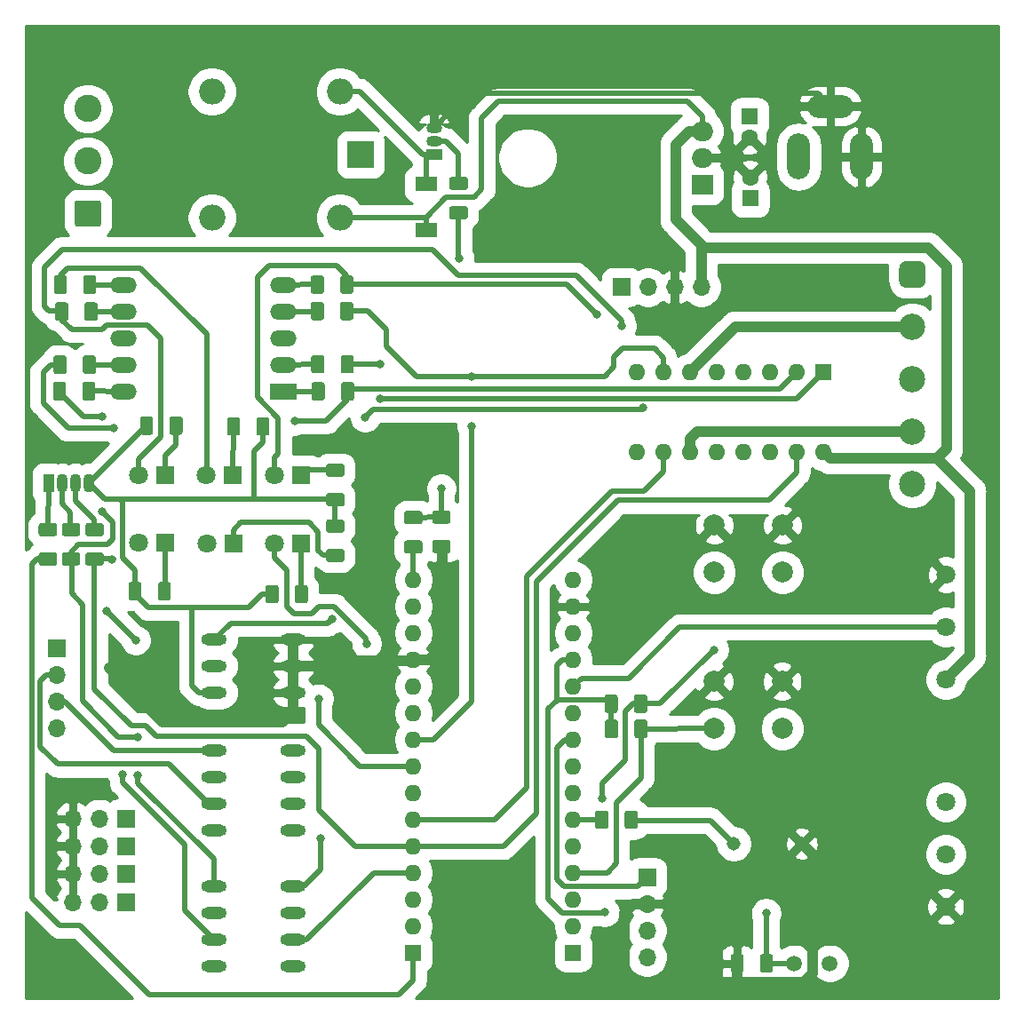
<source format=gbr>
G04 #@! TF.GenerationSoftware,KiCad,Pcbnew,(5.1.5)-3*
G04 #@! TF.CreationDate,2020-09-27T11:43:03-03:00*
G04 #@! TF.ProjectId,HARDino,48415244-696e-46f2-9e6b-696361645f70,rev?*
G04 #@! TF.SameCoordinates,Original*
G04 #@! TF.FileFunction,Copper,L1,Top*
G04 #@! TF.FilePolarity,Positive*
%FSLAX46Y46*%
G04 Gerber Fmt 4.6, Leading zero omitted, Abs format (unit mm)*
G04 Created by KiCad (PCBNEW (5.1.5)-3) date 2020-09-27 11:43:03*
%MOMM*%
%LPD*%
G04 APERTURE LIST*
%ADD10C,0.100000*%
%ADD11R,2.500000X2.500000*%
%ADD12O,2.500000X2.500000*%
%ADD13C,2.600000*%
%ADD14O,2.440000X1.120000*%
%ADD15O,1.700000X1.700000*%
%ADD16R,1.700000X1.700000*%
%ADD17O,1.600000X1.600000*%
%ADD18R,1.600000X1.600000*%
%ADD19C,1.800000*%
%ADD20R,1.800000X1.800000*%
%ADD21O,2.184400X4.368800*%
%ADD22O,4.368800X2.184400*%
%ADD23C,2.500000*%
%ADD24R,2.000000X1.905000*%
%ADD25O,2.000000X1.905000*%
%ADD26C,2.000000*%
%ADD27C,1.308000*%
%ADD28R,2.524000X1.524000*%
%ADD29O,2.524000X1.524000*%
%ADD30C,1.500000*%
%ADD31R,1.500000X1.050000*%
%ADD32O,1.500000X1.050000*%
%ADD33R,2.100000X1.400000*%
%ADD34O,1.070000X1.800000*%
%ADD35R,1.070000X1.800000*%
%ADD36C,1.600000*%
%ADD37C,0.800000*%
%ADD38C,5.000000*%
%ADD39C,0.500000*%
%ADD40C,1.000000*%
%ADD41C,0.254000*%
G04 APERTURE END LIST*
G04 #@! TA.AperFunction,SMDPad,CuDef*
D10*
G36*
X46272984Y-63233884D02*
G01*
X46297253Y-63237484D01*
X46321051Y-63243445D01*
X46344151Y-63251710D01*
X46366329Y-63262200D01*
X46387373Y-63274813D01*
X46407078Y-63289427D01*
X46425257Y-63305903D01*
X46441733Y-63324082D01*
X46456347Y-63343787D01*
X46468960Y-63364831D01*
X46479450Y-63387009D01*
X46487715Y-63410109D01*
X46493676Y-63433907D01*
X46497276Y-63458176D01*
X46498480Y-63482680D01*
X46498480Y-64232680D01*
X46497276Y-64257184D01*
X46493676Y-64281453D01*
X46487715Y-64305251D01*
X46479450Y-64328351D01*
X46468960Y-64350529D01*
X46456347Y-64371573D01*
X46441733Y-64391278D01*
X46425257Y-64409457D01*
X46407078Y-64425933D01*
X46387373Y-64440547D01*
X46366329Y-64453160D01*
X46344151Y-64463650D01*
X46321051Y-64471915D01*
X46297253Y-64477876D01*
X46272984Y-64481476D01*
X46248480Y-64482680D01*
X44998480Y-64482680D01*
X44973976Y-64481476D01*
X44949707Y-64477876D01*
X44925909Y-64471915D01*
X44902809Y-64463650D01*
X44880631Y-64453160D01*
X44859587Y-64440547D01*
X44839882Y-64425933D01*
X44821703Y-64409457D01*
X44805227Y-64391278D01*
X44790613Y-64371573D01*
X44778000Y-64350529D01*
X44767510Y-64328351D01*
X44759245Y-64305251D01*
X44753284Y-64281453D01*
X44749684Y-64257184D01*
X44748480Y-64232680D01*
X44748480Y-63482680D01*
X44749684Y-63458176D01*
X44753284Y-63433907D01*
X44759245Y-63410109D01*
X44767510Y-63387009D01*
X44778000Y-63364831D01*
X44790613Y-63343787D01*
X44805227Y-63324082D01*
X44821703Y-63305903D01*
X44839882Y-63289427D01*
X44859587Y-63274813D01*
X44880631Y-63262200D01*
X44902809Y-63251710D01*
X44925909Y-63243445D01*
X44949707Y-63237484D01*
X44973976Y-63233884D01*
X44998480Y-63232680D01*
X46248480Y-63232680D01*
X46272984Y-63233884D01*
G37*
G04 #@! TD.AperFunction*
G04 #@! TA.AperFunction,SMDPad,CuDef*
G36*
X46272984Y-66033884D02*
G01*
X46297253Y-66037484D01*
X46321051Y-66043445D01*
X46344151Y-66051710D01*
X46366329Y-66062200D01*
X46387373Y-66074813D01*
X46407078Y-66089427D01*
X46425257Y-66105903D01*
X46441733Y-66124082D01*
X46456347Y-66143787D01*
X46468960Y-66164831D01*
X46479450Y-66187009D01*
X46487715Y-66210109D01*
X46493676Y-66233907D01*
X46497276Y-66258176D01*
X46498480Y-66282680D01*
X46498480Y-67032680D01*
X46497276Y-67057184D01*
X46493676Y-67081453D01*
X46487715Y-67105251D01*
X46479450Y-67128351D01*
X46468960Y-67150529D01*
X46456347Y-67171573D01*
X46441733Y-67191278D01*
X46425257Y-67209457D01*
X46407078Y-67225933D01*
X46387373Y-67240547D01*
X46366329Y-67253160D01*
X46344151Y-67263650D01*
X46321051Y-67271915D01*
X46297253Y-67277876D01*
X46272984Y-67281476D01*
X46248480Y-67282680D01*
X44998480Y-67282680D01*
X44973976Y-67281476D01*
X44949707Y-67277876D01*
X44925909Y-67271915D01*
X44902809Y-67263650D01*
X44880631Y-67253160D01*
X44859587Y-67240547D01*
X44839882Y-67225933D01*
X44821703Y-67209457D01*
X44805227Y-67191278D01*
X44790613Y-67171573D01*
X44778000Y-67150529D01*
X44767510Y-67128351D01*
X44759245Y-67105251D01*
X44753284Y-67081453D01*
X44749684Y-67057184D01*
X44748480Y-67032680D01*
X44748480Y-66282680D01*
X44749684Y-66258176D01*
X44753284Y-66233907D01*
X44759245Y-66210109D01*
X44767510Y-66187009D01*
X44778000Y-66164831D01*
X44790613Y-66143787D01*
X44805227Y-66124082D01*
X44821703Y-66105903D01*
X44839882Y-66089427D01*
X44859587Y-66074813D01*
X44880631Y-66062200D01*
X44902809Y-66051710D01*
X44925909Y-66043445D01*
X44949707Y-66037484D01*
X44973976Y-66033884D01*
X44998480Y-66032680D01*
X46248480Y-66032680D01*
X46272984Y-66033884D01*
G37*
G04 #@! TD.AperFunction*
G04 #@! TA.AperFunction,SMDPad,CuDef*
G36*
X39995104Y-69463884D02*
G01*
X40019373Y-69467484D01*
X40043171Y-69473445D01*
X40066271Y-69481710D01*
X40088449Y-69492200D01*
X40109493Y-69504813D01*
X40129198Y-69519427D01*
X40147377Y-69535903D01*
X40163853Y-69554082D01*
X40178467Y-69573787D01*
X40191080Y-69594831D01*
X40201570Y-69617009D01*
X40209835Y-69640109D01*
X40215796Y-69663907D01*
X40219396Y-69688176D01*
X40220600Y-69712680D01*
X40220600Y-70962680D01*
X40219396Y-70987184D01*
X40215796Y-71011453D01*
X40209835Y-71035251D01*
X40201570Y-71058351D01*
X40191080Y-71080529D01*
X40178467Y-71101573D01*
X40163853Y-71121278D01*
X40147377Y-71139457D01*
X40129198Y-71155933D01*
X40109493Y-71170547D01*
X40088449Y-71183160D01*
X40066271Y-71193650D01*
X40043171Y-71201915D01*
X40019373Y-71207876D01*
X39995104Y-71211476D01*
X39970600Y-71212680D01*
X39220600Y-71212680D01*
X39196096Y-71211476D01*
X39171827Y-71207876D01*
X39148029Y-71201915D01*
X39124929Y-71193650D01*
X39102751Y-71183160D01*
X39081707Y-71170547D01*
X39062002Y-71155933D01*
X39043823Y-71139457D01*
X39027347Y-71121278D01*
X39012733Y-71101573D01*
X39000120Y-71080529D01*
X38989630Y-71058351D01*
X38981365Y-71035251D01*
X38975404Y-71011453D01*
X38971804Y-70987184D01*
X38970600Y-70962680D01*
X38970600Y-69712680D01*
X38971804Y-69688176D01*
X38975404Y-69663907D01*
X38981365Y-69640109D01*
X38989630Y-69617009D01*
X39000120Y-69594831D01*
X39012733Y-69573787D01*
X39027347Y-69554082D01*
X39043823Y-69535903D01*
X39062002Y-69519427D01*
X39081707Y-69504813D01*
X39102751Y-69492200D01*
X39124929Y-69481710D01*
X39148029Y-69473445D01*
X39171827Y-69467484D01*
X39196096Y-69463884D01*
X39220600Y-69462680D01*
X39970600Y-69462680D01*
X39995104Y-69463884D01*
G37*
G04 #@! TD.AperFunction*
G04 #@! TA.AperFunction,SMDPad,CuDef*
G36*
X42795104Y-69463884D02*
G01*
X42819373Y-69467484D01*
X42843171Y-69473445D01*
X42866271Y-69481710D01*
X42888449Y-69492200D01*
X42909493Y-69504813D01*
X42929198Y-69519427D01*
X42947377Y-69535903D01*
X42963853Y-69554082D01*
X42978467Y-69573787D01*
X42991080Y-69594831D01*
X43001570Y-69617009D01*
X43009835Y-69640109D01*
X43015796Y-69663907D01*
X43019396Y-69688176D01*
X43020600Y-69712680D01*
X43020600Y-70962680D01*
X43019396Y-70987184D01*
X43015796Y-71011453D01*
X43009835Y-71035251D01*
X43001570Y-71058351D01*
X42991080Y-71080529D01*
X42978467Y-71101573D01*
X42963853Y-71121278D01*
X42947377Y-71139457D01*
X42929198Y-71155933D01*
X42909493Y-71170547D01*
X42888449Y-71183160D01*
X42866271Y-71193650D01*
X42843171Y-71201915D01*
X42819373Y-71207876D01*
X42795104Y-71211476D01*
X42770600Y-71212680D01*
X42020600Y-71212680D01*
X41996096Y-71211476D01*
X41971827Y-71207876D01*
X41948029Y-71201915D01*
X41924929Y-71193650D01*
X41902751Y-71183160D01*
X41881707Y-71170547D01*
X41862002Y-71155933D01*
X41843823Y-71139457D01*
X41827347Y-71121278D01*
X41812733Y-71101573D01*
X41800120Y-71080529D01*
X41789630Y-71058351D01*
X41781365Y-71035251D01*
X41775404Y-71011453D01*
X41771804Y-70987184D01*
X41770600Y-70962680D01*
X41770600Y-69712680D01*
X41771804Y-69688176D01*
X41775404Y-69663907D01*
X41781365Y-69640109D01*
X41789630Y-69617009D01*
X41800120Y-69594831D01*
X41812733Y-69573787D01*
X41827347Y-69554082D01*
X41843823Y-69535903D01*
X41862002Y-69519427D01*
X41881707Y-69504813D01*
X41902751Y-69492200D01*
X41924929Y-69481710D01*
X41948029Y-69473445D01*
X41971827Y-69467484D01*
X41996096Y-69463884D01*
X42020600Y-69462680D01*
X42770600Y-69462680D01*
X42795104Y-69463884D01*
G37*
G04 #@! TD.AperFunction*
D11*
X48072040Y-28442920D03*
D12*
X46072040Y-22442920D03*
X33872040Y-22442920D03*
X33872040Y-34442920D03*
X46072040Y-34442920D03*
D13*
X22048480Y-24050600D03*
X22048480Y-29050600D03*
G04 #@! TA.AperFunction,ComponentPad*
D10*
G36*
X23063964Y-32801852D02*
G01*
X23089203Y-32805596D01*
X23113954Y-32811796D01*
X23137978Y-32820391D01*
X23161043Y-32831300D01*
X23182928Y-32844418D01*
X23203422Y-32859617D01*
X23222328Y-32876752D01*
X23239463Y-32895658D01*
X23254662Y-32916152D01*
X23267780Y-32938037D01*
X23278689Y-32961102D01*
X23287284Y-32985126D01*
X23293484Y-33009877D01*
X23297228Y-33035116D01*
X23298480Y-33060600D01*
X23298480Y-35040600D01*
X23297228Y-35066084D01*
X23293484Y-35091323D01*
X23287284Y-35116074D01*
X23278689Y-35140098D01*
X23267780Y-35163163D01*
X23254662Y-35185048D01*
X23239463Y-35205542D01*
X23222328Y-35224448D01*
X23203422Y-35241583D01*
X23182928Y-35256782D01*
X23161043Y-35269900D01*
X23137978Y-35280809D01*
X23113954Y-35289404D01*
X23089203Y-35295604D01*
X23063964Y-35299348D01*
X23038480Y-35300600D01*
X21058480Y-35300600D01*
X21032996Y-35299348D01*
X21007757Y-35295604D01*
X20983006Y-35289404D01*
X20958982Y-35280809D01*
X20935917Y-35269900D01*
X20914032Y-35256782D01*
X20893538Y-35241583D01*
X20874632Y-35224448D01*
X20857497Y-35205542D01*
X20842298Y-35185048D01*
X20829180Y-35163163D01*
X20818271Y-35140098D01*
X20809676Y-35116074D01*
X20803476Y-35091323D01*
X20799732Y-35066084D01*
X20798480Y-35040600D01*
X20798480Y-33060600D01*
X20799732Y-33035116D01*
X20803476Y-33009877D01*
X20809676Y-32985126D01*
X20818271Y-32961102D01*
X20829180Y-32938037D01*
X20842298Y-32916152D01*
X20857497Y-32895658D01*
X20874632Y-32876752D01*
X20893538Y-32859617D01*
X20914032Y-32844418D01*
X20935917Y-32831300D01*
X20958982Y-32820391D01*
X20983006Y-32811796D01*
X21007757Y-32805596D01*
X21032996Y-32801852D01*
X21058480Y-32800600D01*
X23038480Y-32800600D01*
X23063964Y-32801852D01*
G37*
G04 #@! TD.AperFunction*
D14*
X34115080Y-92845920D03*
X41615080Y-85225920D03*
X34115080Y-90305920D03*
X41615080Y-87765920D03*
X34115080Y-87765920D03*
X41615080Y-90305920D03*
X34115080Y-85225920D03*
X41615080Y-92845920D03*
X34116320Y-79725520D03*
X41616320Y-74645520D03*
X34116320Y-77185520D03*
X41616320Y-77185520D03*
X34116320Y-74645520D03*
X41616320Y-79725520D03*
X34101080Y-105831640D03*
X41601080Y-98211640D03*
X34101080Y-103291640D03*
X41601080Y-100751640D03*
X34101080Y-100751640D03*
X41601080Y-103291640D03*
X34101080Y-98211640D03*
X41601080Y-105831640D03*
D15*
X20608320Y-99714080D03*
X23148320Y-99714080D03*
D16*
X25688320Y-99714080D03*
D15*
X20608320Y-97036920D03*
X23148320Y-97036920D03*
D16*
X25688320Y-97036920D03*
D17*
X53079680Y-68980080D03*
X53079680Y-71520080D03*
X53079680Y-74060080D03*
X53079680Y-76600080D03*
X53079680Y-79140080D03*
X53079680Y-81680080D03*
X53079680Y-84220080D03*
X53079680Y-86760080D03*
X53079680Y-89300080D03*
X53079680Y-91840080D03*
X53079680Y-94380080D03*
X53079680Y-96920080D03*
X53079680Y-99460080D03*
X53079680Y-102000080D03*
D18*
X53079680Y-104540080D03*
D17*
X68319680Y-68975000D03*
X68319680Y-71515000D03*
X68319680Y-74055000D03*
X68319680Y-76595000D03*
X68319680Y-79135000D03*
X68319680Y-81675000D03*
X68319680Y-84215000D03*
X68319680Y-86755000D03*
X68319680Y-89295000D03*
X68319680Y-91835000D03*
X68319680Y-94375000D03*
X68319680Y-96915000D03*
X68319680Y-99455000D03*
X68319680Y-101995000D03*
D18*
X68319680Y-104535000D03*
D15*
X75356720Y-104947720D03*
X75356720Y-102407720D03*
X75356720Y-99867720D03*
D16*
X75356720Y-97327720D03*
D19*
X103835200Y-90138240D03*
X103835200Y-95138240D03*
X103835200Y-100138240D03*
X103880920Y-78482200D03*
X103880920Y-73482200D03*
X103880920Y-68482200D03*
X33381920Y-65505360D03*
D20*
X35921920Y-65505360D03*
G04 #@! TA.AperFunction,SMDPad,CuDef*
D10*
G36*
X28053264Y-53404764D02*
G01*
X28077533Y-53408364D01*
X28101331Y-53414325D01*
X28124431Y-53422590D01*
X28146609Y-53433080D01*
X28167653Y-53445693D01*
X28187358Y-53460307D01*
X28205537Y-53476783D01*
X28222013Y-53494962D01*
X28236627Y-53514667D01*
X28249240Y-53535711D01*
X28259730Y-53557889D01*
X28267995Y-53580989D01*
X28273956Y-53604787D01*
X28277556Y-53629056D01*
X28278760Y-53653560D01*
X28278760Y-54903560D01*
X28277556Y-54928064D01*
X28273956Y-54952333D01*
X28267995Y-54976131D01*
X28259730Y-54999231D01*
X28249240Y-55021409D01*
X28236627Y-55042453D01*
X28222013Y-55062158D01*
X28205537Y-55080337D01*
X28187358Y-55096813D01*
X28167653Y-55111427D01*
X28146609Y-55124040D01*
X28124431Y-55134530D01*
X28101331Y-55142795D01*
X28077533Y-55148756D01*
X28053264Y-55152356D01*
X28028760Y-55153560D01*
X27278760Y-55153560D01*
X27254256Y-55152356D01*
X27229987Y-55148756D01*
X27206189Y-55142795D01*
X27183089Y-55134530D01*
X27160911Y-55124040D01*
X27139867Y-55111427D01*
X27120162Y-55096813D01*
X27101983Y-55080337D01*
X27085507Y-55062158D01*
X27070893Y-55042453D01*
X27058280Y-55021409D01*
X27047790Y-54999231D01*
X27039525Y-54976131D01*
X27033564Y-54952333D01*
X27029964Y-54928064D01*
X27028760Y-54903560D01*
X27028760Y-53653560D01*
X27029964Y-53629056D01*
X27033564Y-53604787D01*
X27039525Y-53580989D01*
X27047790Y-53557889D01*
X27058280Y-53535711D01*
X27070893Y-53514667D01*
X27085507Y-53494962D01*
X27101983Y-53476783D01*
X27120162Y-53460307D01*
X27139867Y-53445693D01*
X27160911Y-53433080D01*
X27183089Y-53422590D01*
X27206189Y-53414325D01*
X27229987Y-53408364D01*
X27254256Y-53404764D01*
X27278760Y-53403560D01*
X28028760Y-53403560D01*
X28053264Y-53404764D01*
G37*
G04 #@! TD.AperFunction*
G04 #@! TA.AperFunction,SMDPad,CuDef*
G36*
X30853264Y-53404764D02*
G01*
X30877533Y-53408364D01*
X30901331Y-53414325D01*
X30924431Y-53422590D01*
X30946609Y-53433080D01*
X30967653Y-53445693D01*
X30987358Y-53460307D01*
X31005537Y-53476783D01*
X31022013Y-53494962D01*
X31036627Y-53514667D01*
X31049240Y-53535711D01*
X31059730Y-53557889D01*
X31067995Y-53580989D01*
X31073956Y-53604787D01*
X31077556Y-53629056D01*
X31078760Y-53653560D01*
X31078760Y-54903560D01*
X31077556Y-54928064D01*
X31073956Y-54952333D01*
X31067995Y-54976131D01*
X31059730Y-54999231D01*
X31049240Y-55021409D01*
X31036627Y-55042453D01*
X31022013Y-55062158D01*
X31005537Y-55080337D01*
X30987358Y-55096813D01*
X30967653Y-55111427D01*
X30946609Y-55124040D01*
X30924431Y-55134530D01*
X30901331Y-55142795D01*
X30877533Y-55148756D01*
X30853264Y-55152356D01*
X30828760Y-55153560D01*
X30078760Y-55153560D01*
X30054256Y-55152356D01*
X30029987Y-55148756D01*
X30006189Y-55142795D01*
X29983089Y-55134530D01*
X29960911Y-55124040D01*
X29939867Y-55111427D01*
X29920162Y-55096813D01*
X29901983Y-55080337D01*
X29885507Y-55062158D01*
X29870893Y-55042453D01*
X29858280Y-55021409D01*
X29847790Y-54999231D01*
X29839525Y-54976131D01*
X29833564Y-54952333D01*
X29829964Y-54928064D01*
X29828760Y-54903560D01*
X29828760Y-53653560D01*
X29829964Y-53629056D01*
X29833564Y-53604787D01*
X29839525Y-53580989D01*
X29847790Y-53557889D01*
X29858280Y-53535711D01*
X29870893Y-53514667D01*
X29885507Y-53494962D01*
X29901983Y-53476783D01*
X29920162Y-53460307D01*
X29939867Y-53445693D01*
X29960911Y-53433080D01*
X29983089Y-53422590D01*
X30006189Y-53414325D01*
X30029987Y-53408364D01*
X30054256Y-53404764D01*
X30078760Y-53403560D01*
X30828760Y-53403560D01*
X30853264Y-53404764D01*
G37*
G04 #@! TD.AperFunction*
G04 #@! TA.AperFunction,SMDPad,CuDef*
G36*
X46293304Y-60704964D02*
G01*
X46317573Y-60708564D01*
X46341371Y-60714525D01*
X46364471Y-60722790D01*
X46386649Y-60733280D01*
X46407693Y-60745893D01*
X46427398Y-60760507D01*
X46445577Y-60776983D01*
X46462053Y-60795162D01*
X46476667Y-60814867D01*
X46489280Y-60835911D01*
X46499770Y-60858089D01*
X46508035Y-60881189D01*
X46513996Y-60904987D01*
X46517596Y-60929256D01*
X46518800Y-60953760D01*
X46518800Y-61703760D01*
X46517596Y-61728264D01*
X46513996Y-61752533D01*
X46508035Y-61776331D01*
X46499770Y-61799431D01*
X46489280Y-61821609D01*
X46476667Y-61842653D01*
X46462053Y-61862358D01*
X46445577Y-61880537D01*
X46427398Y-61897013D01*
X46407693Y-61911627D01*
X46386649Y-61924240D01*
X46364471Y-61934730D01*
X46341371Y-61942995D01*
X46317573Y-61948956D01*
X46293304Y-61952556D01*
X46268800Y-61953760D01*
X45018800Y-61953760D01*
X44994296Y-61952556D01*
X44970027Y-61948956D01*
X44946229Y-61942995D01*
X44923129Y-61934730D01*
X44900951Y-61924240D01*
X44879907Y-61911627D01*
X44860202Y-61897013D01*
X44842023Y-61880537D01*
X44825547Y-61862358D01*
X44810933Y-61842653D01*
X44798320Y-61821609D01*
X44787830Y-61799431D01*
X44779565Y-61776331D01*
X44773604Y-61752533D01*
X44770004Y-61728264D01*
X44768800Y-61703760D01*
X44768800Y-60953760D01*
X44770004Y-60929256D01*
X44773604Y-60904987D01*
X44779565Y-60881189D01*
X44787830Y-60858089D01*
X44798320Y-60835911D01*
X44810933Y-60814867D01*
X44825547Y-60795162D01*
X44842023Y-60776983D01*
X44860202Y-60760507D01*
X44879907Y-60745893D01*
X44900951Y-60733280D01*
X44923129Y-60722790D01*
X44946229Y-60714525D01*
X44970027Y-60708564D01*
X44994296Y-60704964D01*
X45018800Y-60703760D01*
X46268800Y-60703760D01*
X46293304Y-60704964D01*
G37*
G04 #@! TD.AperFunction*
G04 #@! TA.AperFunction,SMDPad,CuDef*
G36*
X46293304Y-57904964D02*
G01*
X46317573Y-57908564D01*
X46341371Y-57914525D01*
X46364471Y-57922790D01*
X46386649Y-57933280D01*
X46407693Y-57945893D01*
X46427398Y-57960507D01*
X46445577Y-57976983D01*
X46462053Y-57995162D01*
X46476667Y-58014867D01*
X46489280Y-58035911D01*
X46499770Y-58058089D01*
X46508035Y-58081189D01*
X46513996Y-58104987D01*
X46517596Y-58129256D01*
X46518800Y-58153760D01*
X46518800Y-58903760D01*
X46517596Y-58928264D01*
X46513996Y-58952533D01*
X46508035Y-58976331D01*
X46499770Y-58999431D01*
X46489280Y-59021609D01*
X46476667Y-59042653D01*
X46462053Y-59062358D01*
X46445577Y-59080537D01*
X46427398Y-59097013D01*
X46407693Y-59111627D01*
X46386649Y-59124240D01*
X46364471Y-59134730D01*
X46341371Y-59142995D01*
X46317573Y-59148956D01*
X46293304Y-59152556D01*
X46268800Y-59153760D01*
X45018800Y-59153760D01*
X44994296Y-59152556D01*
X44970027Y-59148956D01*
X44946229Y-59142995D01*
X44923129Y-59134730D01*
X44900951Y-59124240D01*
X44879907Y-59111627D01*
X44860202Y-59097013D01*
X44842023Y-59080537D01*
X44825547Y-59062358D01*
X44810933Y-59042653D01*
X44798320Y-59021609D01*
X44787830Y-58999431D01*
X44779565Y-58976331D01*
X44773604Y-58952533D01*
X44770004Y-58928264D01*
X44768800Y-58903760D01*
X44768800Y-58153760D01*
X44770004Y-58129256D01*
X44773604Y-58104987D01*
X44779565Y-58081189D01*
X44787830Y-58058089D01*
X44798320Y-58035911D01*
X44810933Y-58014867D01*
X44825547Y-57995162D01*
X44842023Y-57976983D01*
X44860202Y-57960507D01*
X44879907Y-57945893D01*
X44900951Y-57933280D01*
X44923129Y-57922790D01*
X44946229Y-57914525D01*
X44970027Y-57908564D01*
X44994296Y-57904964D01*
X45018800Y-57903760D01*
X46268800Y-57903760D01*
X46293304Y-57904964D01*
G37*
G04 #@! TD.AperFunction*
G04 #@! TA.AperFunction,SMDPad,CuDef*
G36*
X26944584Y-69199724D02*
G01*
X26968853Y-69203324D01*
X26992651Y-69209285D01*
X27015751Y-69217550D01*
X27037929Y-69228040D01*
X27058973Y-69240653D01*
X27078678Y-69255267D01*
X27096857Y-69271743D01*
X27113333Y-69289922D01*
X27127947Y-69309627D01*
X27140560Y-69330671D01*
X27151050Y-69352849D01*
X27159315Y-69375949D01*
X27165276Y-69399747D01*
X27168876Y-69424016D01*
X27170080Y-69448520D01*
X27170080Y-70698520D01*
X27168876Y-70723024D01*
X27165276Y-70747293D01*
X27159315Y-70771091D01*
X27151050Y-70794191D01*
X27140560Y-70816369D01*
X27127947Y-70837413D01*
X27113333Y-70857118D01*
X27096857Y-70875297D01*
X27078678Y-70891773D01*
X27058973Y-70906387D01*
X27037929Y-70919000D01*
X27015751Y-70929490D01*
X26992651Y-70937755D01*
X26968853Y-70943716D01*
X26944584Y-70947316D01*
X26920080Y-70948520D01*
X26170080Y-70948520D01*
X26145576Y-70947316D01*
X26121307Y-70943716D01*
X26097509Y-70937755D01*
X26074409Y-70929490D01*
X26052231Y-70919000D01*
X26031187Y-70906387D01*
X26011482Y-70891773D01*
X25993303Y-70875297D01*
X25976827Y-70857118D01*
X25962213Y-70837413D01*
X25949600Y-70816369D01*
X25939110Y-70794191D01*
X25930845Y-70771091D01*
X25924884Y-70747293D01*
X25921284Y-70723024D01*
X25920080Y-70698520D01*
X25920080Y-69448520D01*
X25921284Y-69424016D01*
X25924884Y-69399747D01*
X25930845Y-69375949D01*
X25939110Y-69352849D01*
X25949600Y-69330671D01*
X25962213Y-69309627D01*
X25976827Y-69289922D01*
X25993303Y-69271743D01*
X26011482Y-69255267D01*
X26031187Y-69240653D01*
X26052231Y-69228040D01*
X26074409Y-69217550D01*
X26097509Y-69209285D01*
X26121307Y-69203324D01*
X26145576Y-69199724D01*
X26170080Y-69198520D01*
X26920080Y-69198520D01*
X26944584Y-69199724D01*
G37*
G04 #@! TD.AperFunction*
G04 #@! TA.AperFunction,SMDPad,CuDef*
G36*
X29744584Y-69199724D02*
G01*
X29768853Y-69203324D01*
X29792651Y-69209285D01*
X29815751Y-69217550D01*
X29837929Y-69228040D01*
X29858973Y-69240653D01*
X29878678Y-69255267D01*
X29896857Y-69271743D01*
X29913333Y-69289922D01*
X29927947Y-69309627D01*
X29940560Y-69330671D01*
X29951050Y-69352849D01*
X29959315Y-69375949D01*
X29965276Y-69399747D01*
X29968876Y-69424016D01*
X29970080Y-69448520D01*
X29970080Y-70698520D01*
X29968876Y-70723024D01*
X29965276Y-70747293D01*
X29959315Y-70771091D01*
X29951050Y-70794191D01*
X29940560Y-70816369D01*
X29927947Y-70837413D01*
X29913333Y-70857118D01*
X29896857Y-70875297D01*
X29878678Y-70891773D01*
X29858973Y-70906387D01*
X29837929Y-70919000D01*
X29815751Y-70929490D01*
X29792651Y-70937755D01*
X29768853Y-70943716D01*
X29744584Y-70947316D01*
X29720080Y-70948520D01*
X28970080Y-70948520D01*
X28945576Y-70947316D01*
X28921307Y-70943716D01*
X28897509Y-70937755D01*
X28874409Y-70929490D01*
X28852231Y-70919000D01*
X28831187Y-70906387D01*
X28811482Y-70891773D01*
X28793303Y-70875297D01*
X28776827Y-70857118D01*
X28762213Y-70837413D01*
X28749600Y-70816369D01*
X28739110Y-70794191D01*
X28730845Y-70771091D01*
X28724884Y-70747293D01*
X28721284Y-70723024D01*
X28720080Y-70698520D01*
X28720080Y-69448520D01*
X28721284Y-69424016D01*
X28724884Y-69399747D01*
X28730845Y-69375949D01*
X28739110Y-69352849D01*
X28749600Y-69330671D01*
X28762213Y-69309627D01*
X28776827Y-69289922D01*
X28793303Y-69271743D01*
X28811482Y-69255267D01*
X28831187Y-69240653D01*
X28852231Y-69228040D01*
X28874409Y-69217550D01*
X28897509Y-69209285D01*
X28921307Y-69203324D01*
X28945576Y-69199724D01*
X28970080Y-69198520D01*
X29720080Y-69198520D01*
X29744584Y-69199724D01*
G37*
G04 #@! TD.AperFunction*
D17*
X92180440Y-56772840D03*
X74400440Y-49152840D03*
X89640440Y-56772840D03*
X76940440Y-49152840D03*
X87100440Y-56772840D03*
X79480440Y-49152840D03*
X84560440Y-56772840D03*
X82020440Y-49152840D03*
X82020440Y-56772840D03*
X84560440Y-49152840D03*
X79480440Y-56772840D03*
X87100440Y-49152840D03*
X76940440Y-56772840D03*
X89640440Y-49152840D03*
X74400440Y-56772840D03*
D18*
X92180440Y-49152840D03*
D21*
X89820520Y-28629640D03*
X95820520Y-28629640D03*
D22*
X92820520Y-23829640D03*
D23*
X100647520Y-59862160D03*
X100647520Y-54862160D03*
X100647520Y-49862160D03*
X100647520Y-44862160D03*
G04 #@! TA.AperFunction,ComponentPad*
D10*
G36*
X101333781Y-38615170D02*
G01*
X101394451Y-38624169D01*
X101453948Y-38639072D01*
X101511697Y-38659735D01*
X101567143Y-38685959D01*
X101619751Y-38717491D01*
X101669016Y-38754028D01*
X101714462Y-38795218D01*
X101755652Y-38840664D01*
X101792189Y-38889929D01*
X101823721Y-38942537D01*
X101849945Y-38997983D01*
X101870608Y-39055732D01*
X101885511Y-39115229D01*
X101894510Y-39175899D01*
X101897520Y-39237160D01*
X101897520Y-40487160D01*
X101894510Y-40548421D01*
X101885511Y-40609091D01*
X101870608Y-40668588D01*
X101849945Y-40726337D01*
X101823721Y-40781783D01*
X101792189Y-40834391D01*
X101755652Y-40883656D01*
X101714462Y-40929102D01*
X101669016Y-40970292D01*
X101619751Y-41006829D01*
X101567143Y-41038361D01*
X101511697Y-41064585D01*
X101453948Y-41085248D01*
X101394451Y-41100151D01*
X101333781Y-41109150D01*
X101272520Y-41112160D01*
X100022520Y-41112160D01*
X99961259Y-41109150D01*
X99900589Y-41100151D01*
X99841092Y-41085248D01*
X99783343Y-41064585D01*
X99727897Y-41038361D01*
X99675289Y-41006829D01*
X99626024Y-40970292D01*
X99580578Y-40929102D01*
X99539388Y-40883656D01*
X99502851Y-40834391D01*
X99471319Y-40781783D01*
X99445095Y-40726337D01*
X99424432Y-40668588D01*
X99409529Y-40609091D01*
X99400530Y-40548421D01*
X99397520Y-40487160D01*
X99397520Y-39237160D01*
X99400530Y-39175899D01*
X99409529Y-39115229D01*
X99424432Y-39055732D01*
X99445095Y-38997983D01*
X99471319Y-38942537D01*
X99502851Y-38889929D01*
X99539388Y-38840664D01*
X99580578Y-38795218D01*
X99626024Y-38754028D01*
X99675289Y-38717491D01*
X99727897Y-38685959D01*
X99783343Y-38659735D01*
X99841092Y-38639072D01*
X99900589Y-38624169D01*
X99961259Y-38615170D01*
X100022520Y-38612160D01*
X101272520Y-38612160D01*
X101333781Y-38615170D01*
G37*
G04 #@! TD.AperFunction*
D24*
X80648840Y-31276320D03*
D25*
X80648840Y-28736320D03*
X80648840Y-26196320D03*
D26*
X88272760Y-63764160D03*
X88272760Y-68264160D03*
X81772760Y-63764160D03*
X81772760Y-68264160D03*
X88237200Y-78663800D03*
X88237200Y-83163800D03*
X81737200Y-78663800D03*
X81737200Y-83163800D03*
G04 #@! TA.AperFunction,SMDPad,CuDef*
D10*
G36*
X53713944Y-65224924D02*
G01*
X53738213Y-65228524D01*
X53762011Y-65234485D01*
X53785111Y-65242750D01*
X53807289Y-65253240D01*
X53828333Y-65265853D01*
X53848038Y-65280467D01*
X53866217Y-65296943D01*
X53882693Y-65315122D01*
X53897307Y-65334827D01*
X53909920Y-65355871D01*
X53920410Y-65378049D01*
X53928675Y-65401149D01*
X53934636Y-65424947D01*
X53938236Y-65449216D01*
X53939440Y-65473720D01*
X53939440Y-66223720D01*
X53938236Y-66248224D01*
X53934636Y-66272493D01*
X53928675Y-66296291D01*
X53920410Y-66319391D01*
X53909920Y-66341569D01*
X53897307Y-66362613D01*
X53882693Y-66382318D01*
X53866217Y-66400497D01*
X53848038Y-66416973D01*
X53828333Y-66431587D01*
X53807289Y-66444200D01*
X53785111Y-66454690D01*
X53762011Y-66462955D01*
X53738213Y-66468916D01*
X53713944Y-66472516D01*
X53689440Y-66473720D01*
X52439440Y-66473720D01*
X52414936Y-66472516D01*
X52390667Y-66468916D01*
X52366869Y-66462955D01*
X52343769Y-66454690D01*
X52321591Y-66444200D01*
X52300547Y-66431587D01*
X52280842Y-66416973D01*
X52262663Y-66400497D01*
X52246187Y-66382318D01*
X52231573Y-66362613D01*
X52218960Y-66341569D01*
X52208470Y-66319391D01*
X52200205Y-66296291D01*
X52194244Y-66272493D01*
X52190644Y-66248224D01*
X52189440Y-66223720D01*
X52189440Y-65473720D01*
X52190644Y-65449216D01*
X52194244Y-65424947D01*
X52200205Y-65401149D01*
X52208470Y-65378049D01*
X52218960Y-65355871D01*
X52231573Y-65334827D01*
X52246187Y-65315122D01*
X52262663Y-65296943D01*
X52280842Y-65280467D01*
X52300547Y-65265853D01*
X52321591Y-65253240D01*
X52343769Y-65242750D01*
X52366869Y-65234485D01*
X52390667Y-65228524D01*
X52414936Y-65224924D01*
X52439440Y-65223720D01*
X53689440Y-65223720D01*
X53713944Y-65224924D01*
G37*
G04 #@! TD.AperFunction*
G04 #@! TA.AperFunction,SMDPad,CuDef*
G36*
X53713944Y-62424924D02*
G01*
X53738213Y-62428524D01*
X53762011Y-62434485D01*
X53785111Y-62442750D01*
X53807289Y-62453240D01*
X53828333Y-62465853D01*
X53848038Y-62480467D01*
X53866217Y-62496943D01*
X53882693Y-62515122D01*
X53897307Y-62534827D01*
X53909920Y-62555871D01*
X53920410Y-62578049D01*
X53928675Y-62601149D01*
X53934636Y-62624947D01*
X53938236Y-62649216D01*
X53939440Y-62673720D01*
X53939440Y-63423720D01*
X53938236Y-63448224D01*
X53934636Y-63472493D01*
X53928675Y-63496291D01*
X53920410Y-63519391D01*
X53909920Y-63541569D01*
X53897307Y-63562613D01*
X53882693Y-63582318D01*
X53866217Y-63600497D01*
X53848038Y-63616973D01*
X53828333Y-63631587D01*
X53807289Y-63644200D01*
X53785111Y-63654690D01*
X53762011Y-63662955D01*
X53738213Y-63668916D01*
X53713944Y-63672516D01*
X53689440Y-63673720D01*
X52439440Y-63673720D01*
X52414936Y-63672516D01*
X52390667Y-63668916D01*
X52366869Y-63662955D01*
X52343769Y-63654690D01*
X52321591Y-63644200D01*
X52300547Y-63631587D01*
X52280842Y-63616973D01*
X52262663Y-63600497D01*
X52246187Y-63582318D01*
X52231573Y-63562613D01*
X52218960Y-63541569D01*
X52208470Y-63519391D01*
X52200205Y-63496291D01*
X52194244Y-63472493D01*
X52190644Y-63448224D01*
X52189440Y-63423720D01*
X52189440Y-62673720D01*
X52190644Y-62649216D01*
X52194244Y-62624947D01*
X52200205Y-62601149D01*
X52208470Y-62578049D01*
X52218960Y-62555871D01*
X52231573Y-62534827D01*
X52246187Y-62515122D01*
X52262663Y-62496943D01*
X52280842Y-62480467D01*
X52300547Y-62465853D01*
X52321591Y-62453240D01*
X52343769Y-62442750D01*
X52366869Y-62434485D01*
X52390667Y-62428524D01*
X52414936Y-62424924D01*
X52439440Y-62423720D01*
X53689440Y-62423720D01*
X53713944Y-62424924D01*
G37*
G04 #@! TD.AperFunction*
G04 #@! TA.AperFunction,SMDPad,CuDef*
G36*
X56406344Y-62374124D02*
G01*
X56430613Y-62377724D01*
X56454411Y-62383685D01*
X56477511Y-62391950D01*
X56499689Y-62402440D01*
X56520733Y-62415053D01*
X56540438Y-62429667D01*
X56558617Y-62446143D01*
X56575093Y-62464322D01*
X56589707Y-62484027D01*
X56602320Y-62505071D01*
X56612810Y-62527249D01*
X56621075Y-62550349D01*
X56627036Y-62574147D01*
X56630636Y-62598416D01*
X56631840Y-62622920D01*
X56631840Y-63372920D01*
X56630636Y-63397424D01*
X56627036Y-63421693D01*
X56621075Y-63445491D01*
X56612810Y-63468591D01*
X56602320Y-63490769D01*
X56589707Y-63511813D01*
X56575093Y-63531518D01*
X56558617Y-63549697D01*
X56540438Y-63566173D01*
X56520733Y-63580787D01*
X56499689Y-63593400D01*
X56477511Y-63603890D01*
X56454411Y-63612155D01*
X56430613Y-63618116D01*
X56406344Y-63621716D01*
X56381840Y-63622920D01*
X55131840Y-63622920D01*
X55107336Y-63621716D01*
X55083067Y-63618116D01*
X55059269Y-63612155D01*
X55036169Y-63603890D01*
X55013991Y-63593400D01*
X54992947Y-63580787D01*
X54973242Y-63566173D01*
X54955063Y-63549697D01*
X54938587Y-63531518D01*
X54923973Y-63511813D01*
X54911360Y-63490769D01*
X54900870Y-63468591D01*
X54892605Y-63445491D01*
X54886644Y-63421693D01*
X54883044Y-63397424D01*
X54881840Y-63372920D01*
X54881840Y-62622920D01*
X54883044Y-62598416D01*
X54886644Y-62574147D01*
X54892605Y-62550349D01*
X54900870Y-62527249D01*
X54911360Y-62505071D01*
X54923973Y-62484027D01*
X54938587Y-62464322D01*
X54955063Y-62446143D01*
X54973242Y-62429667D01*
X54992947Y-62415053D01*
X55013991Y-62402440D01*
X55036169Y-62391950D01*
X55059269Y-62383685D01*
X55083067Y-62377724D01*
X55107336Y-62374124D01*
X55131840Y-62372920D01*
X56381840Y-62372920D01*
X56406344Y-62374124D01*
G37*
G04 #@! TD.AperFunction*
G04 #@! TA.AperFunction,SMDPad,CuDef*
G36*
X56406344Y-65174124D02*
G01*
X56430613Y-65177724D01*
X56454411Y-65183685D01*
X56477511Y-65191950D01*
X56499689Y-65202440D01*
X56520733Y-65215053D01*
X56540438Y-65229667D01*
X56558617Y-65246143D01*
X56575093Y-65264322D01*
X56589707Y-65284027D01*
X56602320Y-65305071D01*
X56612810Y-65327249D01*
X56621075Y-65350349D01*
X56627036Y-65374147D01*
X56630636Y-65398416D01*
X56631840Y-65422920D01*
X56631840Y-66172920D01*
X56630636Y-66197424D01*
X56627036Y-66221693D01*
X56621075Y-66245491D01*
X56612810Y-66268591D01*
X56602320Y-66290769D01*
X56589707Y-66311813D01*
X56575093Y-66331518D01*
X56558617Y-66349697D01*
X56540438Y-66366173D01*
X56520733Y-66380787D01*
X56499689Y-66393400D01*
X56477511Y-66403890D01*
X56454411Y-66412155D01*
X56430613Y-66418116D01*
X56406344Y-66421716D01*
X56381840Y-66422920D01*
X55131840Y-66422920D01*
X55107336Y-66421716D01*
X55083067Y-66418116D01*
X55059269Y-66412155D01*
X55036169Y-66403890D01*
X55013991Y-66393400D01*
X54992947Y-66380787D01*
X54973242Y-66366173D01*
X54955063Y-66349697D01*
X54938587Y-66331518D01*
X54923973Y-66311813D01*
X54911360Y-66290769D01*
X54900870Y-66268591D01*
X54892605Y-66245491D01*
X54886644Y-66221693D01*
X54883044Y-66197424D01*
X54881840Y-66172920D01*
X54881840Y-65422920D01*
X54883044Y-65398416D01*
X54886644Y-65374147D01*
X54892605Y-65350349D01*
X54900870Y-65327249D01*
X54911360Y-65305071D01*
X54923973Y-65284027D01*
X54938587Y-65264322D01*
X54955063Y-65246143D01*
X54973242Y-65229667D01*
X54992947Y-65215053D01*
X55013991Y-65202440D01*
X55036169Y-65191950D01*
X55059269Y-65183685D01*
X55083067Y-65177724D01*
X55107336Y-65174124D01*
X55131840Y-65172920D01*
X56381840Y-65172920D01*
X56406344Y-65174124D01*
G37*
G04 #@! TD.AperFunction*
D15*
X80526920Y-41075640D03*
X77986920Y-41075640D03*
X75446920Y-41075640D03*
D16*
X72906920Y-41075640D03*
D27*
X83618000Y-94137480D03*
X90118000Y-94137480D03*
D28*
X40697120Y-51007040D03*
D29*
X40697120Y-48467040D03*
X40697120Y-45927040D03*
X40697120Y-43387040D03*
X40697120Y-40847040D03*
X25457120Y-40847040D03*
X25457120Y-43387040D03*
X25457120Y-45927040D03*
X25457120Y-48467040D03*
X25457120Y-51007040D03*
G04 #@! TA.AperFunction,SMDPad,CuDef*
D10*
G36*
X47129584Y-39958004D02*
G01*
X47153853Y-39961604D01*
X47177651Y-39967565D01*
X47200751Y-39975830D01*
X47222929Y-39986320D01*
X47243973Y-39998933D01*
X47263678Y-40013547D01*
X47281857Y-40030023D01*
X47298333Y-40048202D01*
X47312947Y-40067907D01*
X47325560Y-40088951D01*
X47336050Y-40111129D01*
X47344315Y-40134229D01*
X47350276Y-40158027D01*
X47353876Y-40182296D01*
X47355080Y-40206800D01*
X47355080Y-41456800D01*
X47353876Y-41481304D01*
X47350276Y-41505573D01*
X47344315Y-41529371D01*
X47336050Y-41552471D01*
X47325560Y-41574649D01*
X47312947Y-41595693D01*
X47298333Y-41615398D01*
X47281857Y-41633577D01*
X47263678Y-41650053D01*
X47243973Y-41664667D01*
X47222929Y-41677280D01*
X47200751Y-41687770D01*
X47177651Y-41696035D01*
X47153853Y-41701996D01*
X47129584Y-41705596D01*
X47105080Y-41706800D01*
X46355080Y-41706800D01*
X46330576Y-41705596D01*
X46306307Y-41701996D01*
X46282509Y-41696035D01*
X46259409Y-41687770D01*
X46237231Y-41677280D01*
X46216187Y-41664667D01*
X46196482Y-41650053D01*
X46178303Y-41633577D01*
X46161827Y-41615398D01*
X46147213Y-41595693D01*
X46134600Y-41574649D01*
X46124110Y-41552471D01*
X46115845Y-41529371D01*
X46109884Y-41505573D01*
X46106284Y-41481304D01*
X46105080Y-41456800D01*
X46105080Y-40206800D01*
X46106284Y-40182296D01*
X46109884Y-40158027D01*
X46115845Y-40134229D01*
X46124110Y-40111129D01*
X46134600Y-40088951D01*
X46147213Y-40067907D01*
X46161827Y-40048202D01*
X46178303Y-40030023D01*
X46196482Y-40013547D01*
X46216187Y-39998933D01*
X46237231Y-39986320D01*
X46259409Y-39975830D01*
X46282509Y-39967565D01*
X46306307Y-39961604D01*
X46330576Y-39958004D01*
X46355080Y-39956800D01*
X47105080Y-39956800D01*
X47129584Y-39958004D01*
G37*
G04 #@! TD.AperFunction*
G04 #@! TA.AperFunction,SMDPad,CuDef*
G36*
X44329584Y-39958004D02*
G01*
X44353853Y-39961604D01*
X44377651Y-39967565D01*
X44400751Y-39975830D01*
X44422929Y-39986320D01*
X44443973Y-39998933D01*
X44463678Y-40013547D01*
X44481857Y-40030023D01*
X44498333Y-40048202D01*
X44512947Y-40067907D01*
X44525560Y-40088951D01*
X44536050Y-40111129D01*
X44544315Y-40134229D01*
X44550276Y-40158027D01*
X44553876Y-40182296D01*
X44555080Y-40206800D01*
X44555080Y-41456800D01*
X44553876Y-41481304D01*
X44550276Y-41505573D01*
X44544315Y-41529371D01*
X44536050Y-41552471D01*
X44525560Y-41574649D01*
X44512947Y-41595693D01*
X44498333Y-41615398D01*
X44481857Y-41633577D01*
X44463678Y-41650053D01*
X44443973Y-41664667D01*
X44422929Y-41677280D01*
X44400751Y-41687770D01*
X44377651Y-41696035D01*
X44353853Y-41701996D01*
X44329584Y-41705596D01*
X44305080Y-41706800D01*
X43555080Y-41706800D01*
X43530576Y-41705596D01*
X43506307Y-41701996D01*
X43482509Y-41696035D01*
X43459409Y-41687770D01*
X43437231Y-41677280D01*
X43416187Y-41664667D01*
X43396482Y-41650053D01*
X43378303Y-41633577D01*
X43361827Y-41615398D01*
X43347213Y-41595693D01*
X43334600Y-41574649D01*
X43324110Y-41552471D01*
X43315845Y-41529371D01*
X43309884Y-41505573D01*
X43306284Y-41481304D01*
X43305080Y-41456800D01*
X43305080Y-40206800D01*
X43306284Y-40182296D01*
X43309884Y-40158027D01*
X43315845Y-40134229D01*
X43324110Y-40111129D01*
X43334600Y-40088951D01*
X43347213Y-40067907D01*
X43361827Y-40048202D01*
X43378303Y-40030023D01*
X43396482Y-40013547D01*
X43416187Y-39998933D01*
X43437231Y-39986320D01*
X43459409Y-39975830D01*
X43482509Y-39967565D01*
X43506307Y-39961604D01*
X43530576Y-39958004D01*
X43555080Y-39956800D01*
X44305080Y-39956800D01*
X44329584Y-39958004D01*
G37*
G04 #@! TD.AperFunction*
G04 #@! TA.AperFunction,SMDPad,CuDef*
G36*
X19747464Y-50118004D02*
G01*
X19771733Y-50121604D01*
X19795531Y-50127565D01*
X19818631Y-50135830D01*
X19840809Y-50146320D01*
X19861853Y-50158933D01*
X19881558Y-50173547D01*
X19899737Y-50190023D01*
X19916213Y-50208202D01*
X19930827Y-50227907D01*
X19943440Y-50248951D01*
X19953930Y-50271129D01*
X19962195Y-50294229D01*
X19968156Y-50318027D01*
X19971756Y-50342296D01*
X19972960Y-50366800D01*
X19972960Y-51616800D01*
X19971756Y-51641304D01*
X19968156Y-51665573D01*
X19962195Y-51689371D01*
X19953930Y-51712471D01*
X19943440Y-51734649D01*
X19930827Y-51755693D01*
X19916213Y-51775398D01*
X19899737Y-51793577D01*
X19881558Y-51810053D01*
X19861853Y-51824667D01*
X19840809Y-51837280D01*
X19818631Y-51847770D01*
X19795531Y-51856035D01*
X19771733Y-51861996D01*
X19747464Y-51865596D01*
X19722960Y-51866800D01*
X18972960Y-51866800D01*
X18948456Y-51865596D01*
X18924187Y-51861996D01*
X18900389Y-51856035D01*
X18877289Y-51847770D01*
X18855111Y-51837280D01*
X18834067Y-51824667D01*
X18814362Y-51810053D01*
X18796183Y-51793577D01*
X18779707Y-51775398D01*
X18765093Y-51755693D01*
X18752480Y-51734649D01*
X18741990Y-51712471D01*
X18733725Y-51689371D01*
X18727764Y-51665573D01*
X18724164Y-51641304D01*
X18722960Y-51616800D01*
X18722960Y-50366800D01*
X18724164Y-50342296D01*
X18727764Y-50318027D01*
X18733725Y-50294229D01*
X18741990Y-50271129D01*
X18752480Y-50248951D01*
X18765093Y-50227907D01*
X18779707Y-50208202D01*
X18796183Y-50190023D01*
X18814362Y-50173547D01*
X18834067Y-50158933D01*
X18855111Y-50146320D01*
X18877289Y-50135830D01*
X18900389Y-50127565D01*
X18924187Y-50121604D01*
X18948456Y-50118004D01*
X18972960Y-50116800D01*
X19722960Y-50116800D01*
X19747464Y-50118004D01*
G37*
G04 #@! TD.AperFunction*
G04 #@! TA.AperFunction,SMDPad,CuDef*
G36*
X22547464Y-50118004D02*
G01*
X22571733Y-50121604D01*
X22595531Y-50127565D01*
X22618631Y-50135830D01*
X22640809Y-50146320D01*
X22661853Y-50158933D01*
X22681558Y-50173547D01*
X22699737Y-50190023D01*
X22716213Y-50208202D01*
X22730827Y-50227907D01*
X22743440Y-50248951D01*
X22753930Y-50271129D01*
X22762195Y-50294229D01*
X22768156Y-50318027D01*
X22771756Y-50342296D01*
X22772960Y-50366800D01*
X22772960Y-51616800D01*
X22771756Y-51641304D01*
X22768156Y-51665573D01*
X22762195Y-51689371D01*
X22753930Y-51712471D01*
X22743440Y-51734649D01*
X22730827Y-51755693D01*
X22716213Y-51775398D01*
X22699737Y-51793577D01*
X22681558Y-51810053D01*
X22661853Y-51824667D01*
X22640809Y-51837280D01*
X22618631Y-51847770D01*
X22595531Y-51856035D01*
X22571733Y-51861996D01*
X22547464Y-51865596D01*
X22522960Y-51866800D01*
X21772960Y-51866800D01*
X21748456Y-51865596D01*
X21724187Y-51861996D01*
X21700389Y-51856035D01*
X21677289Y-51847770D01*
X21655111Y-51837280D01*
X21634067Y-51824667D01*
X21614362Y-51810053D01*
X21596183Y-51793577D01*
X21579707Y-51775398D01*
X21565093Y-51755693D01*
X21552480Y-51734649D01*
X21541990Y-51712471D01*
X21533725Y-51689371D01*
X21527764Y-51665573D01*
X21524164Y-51641304D01*
X21522960Y-51616800D01*
X21522960Y-50366800D01*
X21524164Y-50342296D01*
X21527764Y-50318027D01*
X21533725Y-50294229D01*
X21541990Y-50271129D01*
X21552480Y-50248951D01*
X21565093Y-50227907D01*
X21579707Y-50208202D01*
X21596183Y-50190023D01*
X21614362Y-50173547D01*
X21634067Y-50158933D01*
X21655111Y-50146320D01*
X21677289Y-50135830D01*
X21700389Y-50127565D01*
X21724187Y-50121604D01*
X21748456Y-50118004D01*
X21772960Y-50116800D01*
X22522960Y-50116800D01*
X22547464Y-50118004D01*
G37*
G04 #@! TD.AperFunction*
G04 #@! TA.AperFunction,SMDPad,CuDef*
G36*
X19793184Y-47598324D02*
G01*
X19817453Y-47601924D01*
X19841251Y-47607885D01*
X19864351Y-47616150D01*
X19886529Y-47626640D01*
X19907573Y-47639253D01*
X19927278Y-47653867D01*
X19945457Y-47670343D01*
X19961933Y-47688522D01*
X19976547Y-47708227D01*
X19989160Y-47729271D01*
X19999650Y-47751449D01*
X20007915Y-47774549D01*
X20013876Y-47798347D01*
X20017476Y-47822616D01*
X20018680Y-47847120D01*
X20018680Y-49097120D01*
X20017476Y-49121624D01*
X20013876Y-49145893D01*
X20007915Y-49169691D01*
X19999650Y-49192791D01*
X19989160Y-49214969D01*
X19976547Y-49236013D01*
X19961933Y-49255718D01*
X19945457Y-49273897D01*
X19927278Y-49290373D01*
X19907573Y-49304987D01*
X19886529Y-49317600D01*
X19864351Y-49328090D01*
X19841251Y-49336355D01*
X19817453Y-49342316D01*
X19793184Y-49345916D01*
X19768680Y-49347120D01*
X19018680Y-49347120D01*
X18994176Y-49345916D01*
X18969907Y-49342316D01*
X18946109Y-49336355D01*
X18923009Y-49328090D01*
X18900831Y-49317600D01*
X18879787Y-49304987D01*
X18860082Y-49290373D01*
X18841903Y-49273897D01*
X18825427Y-49255718D01*
X18810813Y-49236013D01*
X18798200Y-49214969D01*
X18787710Y-49192791D01*
X18779445Y-49169691D01*
X18773484Y-49145893D01*
X18769884Y-49121624D01*
X18768680Y-49097120D01*
X18768680Y-47847120D01*
X18769884Y-47822616D01*
X18773484Y-47798347D01*
X18779445Y-47774549D01*
X18787710Y-47751449D01*
X18798200Y-47729271D01*
X18810813Y-47708227D01*
X18825427Y-47688522D01*
X18841903Y-47670343D01*
X18860082Y-47653867D01*
X18879787Y-47639253D01*
X18900831Y-47626640D01*
X18923009Y-47616150D01*
X18946109Y-47607885D01*
X18969907Y-47601924D01*
X18994176Y-47598324D01*
X19018680Y-47597120D01*
X19768680Y-47597120D01*
X19793184Y-47598324D01*
G37*
G04 #@! TD.AperFunction*
G04 #@! TA.AperFunction,SMDPad,CuDef*
G36*
X22593184Y-47598324D02*
G01*
X22617453Y-47601924D01*
X22641251Y-47607885D01*
X22664351Y-47616150D01*
X22686529Y-47626640D01*
X22707573Y-47639253D01*
X22727278Y-47653867D01*
X22745457Y-47670343D01*
X22761933Y-47688522D01*
X22776547Y-47708227D01*
X22789160Y-47729271D01*
X22799650Y-47751449D01*
X22807915Y-47774549D01*
X22813876Y-47798347D01*
X22817476Y-47822616D01*
X22818680Y-47847120D01*
X22818680Y-49097120D01*
X22817476Y-49121624D01*
X22813876Y-49145893D01*
X22807915Y-49169691D01*
X22799650Y-49192791D01*
X22789160Y-49214969D01*
X22776547Y-49236013D01*
X22761933Y-49255718D01*
X22745457Y-49273897D01*
X22727278Y-49290373D01*
X22707573Y-49304987D01*
X22686529Y-49317600D01*
X22664351Y-49328090D01*
X22641251Y-49336355D01*
X22617453Y-49342316D01*
X22593184Y-49345916D01*
X22568680Y-49347120D01*
X21818680Y-49347120D01*
X21794176Y-49345916D01*
X21769907Y-49342316D01*
X21746109Y-49336355D01*
X21723009Y-49328090D01*
X21700831Y-49317600D01*
X21679787Y-49304987D01*
X21660082Y-49290373D01*
X21641903Y-49273897D01*
X21625427Y-49255718D01*
X21610813Y-49236013D01*
X21598200Y-49214969D01*
X21587710Y-49192791D01*
X21579445Y-49169691D01*
X21573484Y-49145893D01*
X21569884Y-49121624D01*
X21568680Y-49097120D01*
X21568680Y-47847120D01*
X21569884Y-47822616D01*
X21573484Y-47798347D01*
X21579445Y-47774549D01*
X21587710Y-47751449D01*
X21598200Y-47729271D01*
X21610813Y-47708227D01*
X21625427Y-47688522D01*
X21641903Y-47670343D01*
X21660082Y-47653867D01*
X21679787Y-47639253D01*
X21700831Y-47626640D01*
X21723009Y-47616150D01*
X21746109Y-47607885D01*
X21769907Y-47601924D01*
X21794176Y-47598324D01*
X21818680Y-47597120D01*
X22568680Y-47597120D01*
X22593184Y-47598324D01*
G37*
G04 #@! TD.AperFunction*
G04 #@! TA.AperFunction,SMDPad,CuDef*
G36*
X47200704Y-50143404D02*
G01*
X47224973Y-50147004D01*
X47248771Y-50152965D01*
X47271871Y-50161230D01*
X47294049Y-50171720D01*
X47315093Y-50184333D01*
X47334798Y-50198947D01*
X47352977Y-50215423D01*
X47369453Y-50233602D01*
X47384067Y-50253307D01*
X47396680Y-50274351D01*
X47407170Y-50296529D01*
X47415435Y-50319629D01*
X47421396Y-50343427D01*
X47424996Y-50367696D01*
X47426200Y-50392200D01*
X47426200Y-51642200D01*
X47424996Y-51666704D01*
X47421396Y-51690973D01*
X47415435Y-51714771D01*
X47407170Y-51737871D01*
X47396680Y-51760049D01*
X47384067Y-51781093D01*
X47369453Y-51800798D01*
X47352977Y-51818977D01*
X47334798Y-51835453D01*
X47315093Y-51850067D01*
X47294049Y-51862680D01*
X47271871Y-51873170D01*
X47248771Y-51881435D01*
X47224973Y-51887396D01*
X47200704Y-51890996D01*
X47176200Y-51892200D01*
X46426200Y-51892200D01*
X46401696Y-51890996D01*
X46377427Y-51887396D01*
X46353629Y-51881435D01*
X46330529Y-51873170D01*
X46308351Y-51862680D01*
X46287307Y-51850067D01*
X46267602Y-51835453D01*
X46249423Y-51818977D01*
X46232947Y-51800798D01*
X46218333Y-51781093D01*
X46205720Y-51760049D01*
X46195230Y-51737871D01*
X46186965Y-51714771D01*
X46181004Y-51690973D01*
X46177404Y-51666704D01*
X46176200Y-51642200D01*
X46176200Y-50392200D01*
X46177404Y-50367696D01*
X46181004Y-50343427D01*
X46186965Y-50319629D01*
X46195230Y-50296529D01*
X46205720Y-50274351D01*
X46218333Y-50253307D01*
X46232947Y-50233602D01*
X46249423Y-50215423D01*
X46267602Y-50198947D01*
X46287307Y-50184333D01*
X46308351Y-50171720D01*
X46330529Y-50161230D01*
X46353629Y-50152965D01*
X46377427Y-50147004D01*
X46401696Y-50143404D01*
X46426200Y-50142200D01*
X47176200Y-50142200D01*
X47200704Y-50143404D01*
G37*
G04 #@! TD.AperFunction*
G04 #@! TA.AperFunction,SMDPad,CuDef*
G36*
X44400704Y-50143404D02*
G01*
X44424973Y-50147004D01*
X44448771Y-50152965D01*
X44471871Y-50161230D01*
X44494049Y-50171720D01*
X44515093Y-50184333D01*
X44534798Y-50198947D01*
X44552977Y-50215423D01*
X44569453Y-50233602D01*
X44584067Y-50253307D01*
X44596680Y-50274351D01*
X44607170Y-50296529D01*
X44615435Y-50319629D01*
X44621396Y-50343427D01*
X44624996Y-50367696D01*
X44626200Y-50392200D01*
X44626200Y-51642200D01*
X44624996Y-51666704D01*
X44621396Y-51690973D01*
X44615435Y-51714771D01*
X44607170Y-51737871D01*
X44596680Y-51760049D01*
X44584067Y-51781093D01*
X44569453Y-51800798D01*
X44552977Y-51818977D01*
X44534798Y-51835453D01*
X44515093Y-51850067D01*
X44494049Y-51862680D01*
X44471871Y-51873170D01*
X44448771Y-51881435D01*
X44424973Y-51887396D01*
X44400704Y-51890996D01*
X44376200Y-51892200D01*
X43626200Y-51892200D01*
X43601696Y-51890996D01*
X43577427Y-51887396D01*
X43553629Y-51881435D01*
X43530529Y-51873170D01*
X43508351Y-51862680D01*
X43487307Y-51850067D01*
X43467602Y-51835453D01*
X43449423Y-51818977D01*
X43432947Y-51800798D01*
X43418333Y-51781093D01*
X43405720Y-51760049D01*
X43395230Y-51737871D01*
X43386965Y-51714771D01*
X43381004Y-51690973D01*
X43377404Y-51666704D01*
X43376200Y-51642200D01*
X43376200Y-50392200D01*
X43377404Y-50367696D01*
X43381004Y-50343427D01*
X43386965Y-50319629D01*
X43395230Y-50296529D01*
X43405720Y-50274351D01*
X43418333Y-50253307D01*
X43432947Y-50233602D01*
X43449423Y-50215423D01*
X43467602Y-50198947D01*
X43487307Y-50184333D01*
X43508351Y-50171720D01*
X43530529Y-50161230D01*
X43553629Y-50152965D01*
X43577427Y-50147004D01*
X43601696Y-50143404D01*
X43626200Y-50142200D01*
X44376200Y-50142200D01*
X44400704Y-50143404D01*
G37*
G04 #@! TD.AperFunction*
G04 #@! TA.AperFunction,SMDPad,CuDef*
G36*
X47170224Y-47547524D02*
G01*
X47194493Y-47551124D01*
X47218291Y-47557085D01*
X47241391Y-47565350D01*
X47263569Y-47575840D01*
X47284613Y-47588453D01*
X47304318Y-47603067D01*
X47322497Y-47619543D01*
X47338973Y-47637722D01*
X47353587Y-47657427D01*
X47366200Y-47678471D01*
X47376690Y-47700649D01*
X47384955Y-47723749D01*
X47390916Y-47747547D01*
X47394516Y-47771816D01*
X47395720Y-47796320D01*
X47395720Y-49046320D01*
X47394516Y-49070824D01*
X47390916Y-49095093D01*
X47384955Y-49118891D01*
X47376690Y-49141991D01*
X47366200Y-49164169D01*
X47353587Y-49185213D01*
X47338973Y-49204918D01*
X47322497Y-49223097D01*
X47304318Y-49239573D01*
X47284613Y-49254187D01*
X47263569Y-49266800D01*
X47241391Y-49277290D01*
X47218291Y-49285555D01*
X47194493Y-49291516D01*
X47170224Y-49295116D01*
X47145720Y-49296320D01*
X46395720Y-49296320D01*
X46371216Y-49295116D01*
X46346947Y-49291516D01*
X46323149Y-49285555D01*
X46300049Y-49277290D01*
X46277871Y-49266800D01*
X46256827Y-49254187D01*
X46237122Y-49239573D01*
X46218943Y-49223097D01*
X46202467Y-49204918D01*
X46187853Y-49185213D01*
X46175240Y-49164169D01*
X46164750Y-49141991D01*
X46156485Y-49118891D01*
X46150524Y-49095093D01*
X46146924Y-49070824D01*
X46145720Y-49046320D01*
X46145720Y-47796320D01*
X46146924Y-47771816D01*
X46150524Y-47747547D01*
X46156485Y-47723749D01*
X46164750Y-47700649D01*
X46175240Y-47678471D01*
X46187853Y-47657427D01*
X46202467Y-47637722D01*
X46218943Y-47619543D01*
X46237122Y-47603067D01*
X46256827Y-47588453D01*
X46277871Y-47575840D01*
X46300049Y-47565350D01*
X46323149Y-47557085D01*
X46346947Y-47551124D01*
X46371216Y-47547524D01*
X46395720Y-47546320D01*
X47145720Y-47546320D01*
X47170224Y-47547524D01*
G37*
G04 #@! TD.AperFunction*
G04 #@! TA.AperFunction,SMDPad,CuDef*
G36*
X44370224Y-47547524D02*
G01*
X44394493Y-47551124D01*
X44418291Y-47557085D01*
X44441391Y-47565350D01*
X44463569Y-47575840D01*
X44484613Y-47588453D01*
X44504318Y-47603067D01*
X44522497Y-47619543D01*
X44538973Y-47637722D01*
X44553587Y-47657427D01*
X44566200Y-47678471D01*
X44576690Y-47700649D01*
X44584955Y-47723749D01*
X44590916Y-47747547D01*
X44594516Y-47771816D01*
X44595720Y-47796320D01*
X44595720Y-49046320D01*
X44594516Y-49070824D01*
X44590916Y-49095093D01*
X44584955Y-49118891D01*
X44576690Y-49141991D01*
X44566200Y-49164169D01*
X44553587Y-49185213D01*
X44538973Y-49204918D01*
X44522497Y-49223097D01*
X44504318Y-49239573D01*
X44484613Y-49254187D01*
X44463569Y-49266800D01*
X44441391Y-49277290D01*
X44418291Y-49285555D01*
X44394493Y-49291516D01*
X44370224Y-49295116D01*
X44345720Y-49296320D01*
X43595720Y-49296320D01*
X43571216Y-49295116D01*
X43546947Y-49291516D01*
X43523149Y-49285555D01*
X43500049Y-49277290D01*
X43477871Y-49266800D01*
X43456827Y-49254187D01*
X43437122Y-49239573D01*
X43418943Y-49223097D01*
X43402467Y-49204918D01*
X43387853Y-49185213D01*
X43375240Y-49164169D01*
X43364750Y-49141991D01*
X43356485Y-49118891D01*
X43350524Y-49095093D01*
X43346924Y-49070824D01*
X43345720Y-49046320D01*
X43345720Y-47796320D01*
X43346924Y-47771816D01*
X43350524Y-47747547D01*
X43356485Y-47723749D01*
X43364750Y-47700649D01*
X43375240Y-47678471D01*
X43387853Y-47657427D01*
X43402467Y-47637722D01*
X43418943Y-47619543D01*
X43437122Y-47603067D01*
X43456827Y-47588453D01*
X43477871Y-47575840D01*
X43500049Y-47565350D01*
X43523149Y-47557085D01*
X43546947Y-47551124D01*
X43571216Y-47547524D01*
X43595720Y-47546320D01*
X44345720Y-47546320D01*
X44370224Y-47547524D01*
G37*
G04 #@! TD.AperFunction*
G04 #@! TA.AperFunction,SMDPad,CuDef*
G36*
X47129584Y-42482764D02*
G01*
X47153853Y-42486364D01*
X47177651Y-42492325D01*
X47200751Y-42500590D01*
X47222929Y-42511080D01*
X47243973Y-42523693D01*
X47263678Y-42538307D01*
X47281857Y-42554783D01*
X47298333Y-42572962D01*
X47312947Y-42592667D01*
X47325560Y-42613711D01*
X47336050Y-42635889D01*
X47344315Y-42658989D01*
X47350276Y-42682787D01*
X47353876Y-42707056D01*
X47355080Y-42731560D01*
X47355080Y-43981560D01*
X47353876Y-44006064D01*
X47350276Y-44030333D01*
X47344315Y-44054131D01*
X47336050Y-44077231D01*
X47325560Y-44099409D01*
X47312947Y-44120453D01*
X47298333Y-44140158D01*
X47281857Y-44158337D01*
X47263678Y-44174813D01*
X47243973Y-44189427D01*
X47222929Y-44202040D01*
X47200751Y-44212530D01*
X47177651Y-44220795D01*
X47153853Y-44226756D01*
X47129584Y-44230356D01*
X47105080Y-44231560D01*
X46355080Y-44231560D01*
X46330576Y-44230356D01*
X46306307Y-44226756D01*
X46282509Y-44220795D01*
X46259409Y-44212530D01*
X46237231Y-44202040D01*
X46216187Y-44189427D01*
X46196482Y-44174813D01*
X46178303Y-44158337D01*
X46161827Y-44140158D01*
X46147213Y-44120453D01*
X46134600Y-44099409D01*
X46124110Y-44077231D01*
X46115845Y-44054131D01*
X46109884Y-44030333D01*
X46106284Y-44006064D01*
X46105080Y-43981560D01*
X46105080Y-42731560D01*
X46106284Y-42707056D01*
X46109884Y-42682787D01*
X46115845Y-42658989D01*
X46124110Y-42635889D01*
X46134600Y-42613711D01*
X46147213Y-42592667D01*
X46161827Y-42572962D01*
X46178303Y-42554783D01*
X46196482Y-42538307D01*
X46216187Y-42523693D01*
X46237231Y-42511080D01*
X46259409Y-42500590D01*
X46282509Y-42492325D01*
X46306307Y-42486364D01*
X46330576Y-42482764D01*
X46355080Y-42481560D01*
X47105080Y-42481560D01*
X47129584Y-42482764D01*
G37*
G04 #@! TD.AperFunction*
G04 #@! TA.AperFunction,SMDPad,CuDef*
G36*
X44329584Y-42482764D02*
G01*
X44353853Y-42486364D01*
X44377651Y-42492325D01*
X44400751Y-42500590D01*
X44422929Y-42511080D01*
X44443973Y-42523693D01*
X44463678Y-42538307D01*
X44481857Y-42554783D01*
X44498333Y-42572962D01*
X44512947Y-42592667D01*
X44525560Y-42613711D01*
X44536050Y-42635889D01*
X44544315Y-42658989D01*
X44550276Y-42682787D01*
X44553876Y-42707056D01*
X44555080Y-42731560D01*
X44555080Y-43981560D01*
X44553876Y-44006064D01*
X44550276Y-44030333D01*
X44544315Y-44054131D01*
X44536050Y-44077231D01*
X44525560Y-44099409D01*
X44512947Y-44120453D01*
X44498333Y-44140158D01*
X44481857Y-44158337D01*
X44463678Y-44174813D01*
X44443973Y-44189427D01*
X44422929Y-44202040D01*
X44400751Y-44212530D01*
X44377651Y-44220795D01*
X44353853Y-44226756D01*
X44329584Y-44230356D01*
X44305080Y-44231560D01*
X43555080Y-44231560D01*
X43530576Y-44230356D01*
X43506307Y-44226756D01*
X43482509Y-44220795D01*
X43459409Y-44212530D01*
X43437231Y-44202040D01*
X43416187Y-44189427D01*
X43396482Y-44174813D01*
X43378303Y-44158337D01*
X43361827Y-44140158D01*
X43347213Y-44120453D01*
X43334600Y-44099409D01*
X43324110Y-44077231D01*
X43315845Y-44054131D01*
X43309884Y-44030333D01*
X43306284Y-44006064D01*
X43305080Y-43981560D01*
X43305080Y-42731560D01*
X43306284Y-42707056D01*
X43309884Y-42682787D01*
X43315845Y-42658989D01*
X43324110Y-42635889D01*
X43334600Y-42613711D01*
X43347213Y-42592667D01*
X43361827Y-42572962D01*
X43378303Y-42554783D01*
X43396482Y-42538307D01*
X43416187Y-42523693D01*
X43437231Y-42511080D01*
X43459409Y-42500590D01*
X43482509Y-42492325D01*
X43506307Y-42486364D01*
X43530576Y-42482764D01*
X43555080Y-42481560D01*
X44305080Y-42481560D01*
X44329584Y-42482764D01*
G37*
G04 #@! TD.AperFunction*
G04 #@! TA.AperFunction,SMDPad,CuDef*
G36*
X19828744Y-39973244D02*
G01*
X19853013Y-39976844D01*
X19876811Y-39982805D01*
X19899911Y-39991070D01*
X19922089Y-40001560D01*
X19943133Y-40014173D01*
X19962838Y-40028787D01*
X19981017Y-40045263D01*
X19997493Y-40063442D01*
X20012107Y-40083147D01*
X20024720Y-40104191D01*
X20035210Y-40126369D01*
X20043475Y-40149469D01*
X20049436Y-40173267D01*
X20053036Y-40197536D01*
X20054240Y-40222040D01*
X20054240Y-41472040D01*
X20053036Y-41496544D01*
X20049436Y-41520813D01*
X20043475Y-41544611D01*
X20035210Y-41567711D01*
X20024720Y-41589889D01*
X20012107Y-41610933D01*
X19997493Y-41630638D01*
X19981017Y-41648817D01*
X19962838Y-41665293D01*
X19943133Y-41679907D01*
X19922089Y-41692520D01*
X19899911Y-41703010D01*
X19876811Y-41711275D01*
X19853013Y-41717236D01*
X19828744Y-41720836D01*
X19804240Y-41722040D01*
X19054240Y-41722040D01*
X19029736Y-41720836D01*
X19005467Y-41717236D01*
X18981669Y-41711275D01*
X18958569Y-41703010D01*
X18936391Y-41692520D01*
X18915347Y-41679907D01*
X18895642Y-41665293D01*
X18877463Y-41648817D01*
X18860987Y-41630638D01*
X18846373Y-41610933D01*
X18833760Y-41589889D01*
X18823270Y-41567711D01*
X18815005Y-41544611D01*
X18809044Y-41520813D01*
X18805444Y-41496544D01*
X18804240Y-41472040D01*
X18804240Y-40222040D01*
X18805444Y-40197536D01*
X18809044Y-40173267D01*
X18815005Y-40149469D01*
X18823270Y-40126369D01*
X18833760Y-40104191D01*
X18846373Y-40083147D01*
X18860987Y-40063442D01*
X18877463Y-40045263D01*
X18895642Y-40028787D01*
X18915347Y-40014173D01*
X18936391Y-40001560D01*
X18958569Y-39991070D01*
X18981669Y-39982805D01*
X19005467Y-39976844D01*
X19029736Y-39973244D01*
X19054240Y-39972040D01*
X19804240Y-39972040D01*
X19828744Y-39973244D01*
G37*
G04 #@! TD.AperFunction*
G04 #@! TA.AperFunction,SMDPad,CuDef*
G36*
X22628744Y-39973244D02*
G01*
X22653013Y-39976844D01*
X22676811Y-39982805D01*
X22699911Y-39991070D01*
X22722089Y-40001560D01*
X22743133Y-40014173D01*
X22762838Y-40028787D01*
X22781017Y-40045263D01*
X22797493Y-40063442D01*
X22812107Y-40083147D01*
X22824720Y-40104191D01*
X22835210Y-40126369D01*
X22843475Y-40149469D01*
X22849436Y-40173267D01*
X22853036Y-40197536D01*
X22854240Y-40222040D01*
X22854240Y-41472040D01*
X22853036Y-41496544D01*
X22849436Y-41520813D01*
X22843475Y-41544611D01*
X22835210Y-41567711D01*
X22824720Y-41589889D01*
X22812107Y-41610933D01*
X22797493Y-41630638D01*
X22781017Y-41648817D01*
X22762838Y-41665293D01*
X22743133Y-41679907D01*
X22722089Y-41692520D01*
X22699911Y-41703010D01*
X22676811Y-41711275D01*
X22653013Y-41717236D01*
X22628744Y-41720836D01*
X22604240Y-41722040D01*
X21854240Y-41722040D01*
X21829736Y-41720836D01*
X21805467Y-41717236D01*
X21781669Y-41711275D01*
X21758569Y-41703010D01*
X21736391Y-41692520D01*
X21715347Y-41679907D01*
X21695642Y-41665293D01*
X21677463Y-41648817D01*
X21660987Y-41630638D01*
X21646373Y-41610933D01*
X21633760Y-41589889D01*
X21623270Y-41567711D01*
X21615005Y-41544611D01*
X21609044Y-41520813D01*
X21605444Y-41496544D01*
X21604240Y-41472040D01*
X21604240Y-40222040D01*
X21605444Y-40197536D01*
X21609044Y-40173267D01*
X21615005Y-40149469D01*
X21623270Y-40126369D01*
X21633760Y-40104191D01*
X21646373Y-40083147D01*
X21660987Y-40063442D01*
X21677463Y-40045263D01*
X21695642Y-40028787D01*
X21715347Y-40014173D01*
X21736391Y-40001560D01*
X21758569Y-39991070D01*
X21781669Y-39982805D01*
X21805467Y-39976844D01*
X21829736Y-39973244D01*
X21854240Y-39972040D01*
X22604240Y-39972040D01*
X22628744Y-39973244D01*
G37*
G04 #@! TD.AperFunction*
G04 #@! TA.AperFunction,SMDPad,CuDef*
G36*
X19950664Y-42528484D02*
G01*
X19974933Y-42532084D01*
X19998731Y-42538045D01*
X20021831Y-42546310D01*
X20044009Y-42556800D01*
X20065053Y-42569413D01*
X20084758Y-42584027D01*
X20102937Y-42600503D01*
X20119413Y-42618682D01*
X20134027Y-42638387D01*
X20146640Y-42659431D01*
X20157130Y-42681609D01*
X20165395Y-42704709D01*
X20171356Y-42728507D01*
X20174956Y-42752776D01*
X20176160Y-42777280D01*
X20176160Y-44027280D01*
X20174956Y-44051784D01*
X20171356Y-44076053D01*
X20165395Y-44099851D01*
X20157130Y-44122951D01*
X20146640Y-44145129D01*
X20134027Y-44166173D01*
X20119413Y-44185878D01*
X20102937Y-44204057D01*
X20084758Y-44220533D01*
X20065053Y-44235147D01*
X20044009Y-44247760D01*
X20021831Y-44258250D01*
X19998731Y-44266515D01*
X19974933Y-44272476D01*
X19950664Y-44276076D01*
X19926160Y-44277280D01*
X19176160Y-44277280D01*
X19151656Y-44276076D01*
X19127387Y-44272476D01*
X19103589Y-44266515D01*
X19080489Y-44258250D01*
X19058311Y-44247760D01*
X19037267Y-44235147D01*
X19017562Y-44220533D01*
X18999383Y-44204057D01*
X18982907Y-44185878D01*
X18968293Y-44166173D01*
X18955680Y-44145129D01*
X18945190Y-44122951D01*
X18936925Y-44099851D01*
X18930964Y-44076053D01*
X18927364Y-44051784D01*
X18926160Y-44027280D01*
X18926160Y-42777280D01*
X18927364Y-42752776D01*
X18930964Y-42728507D01*
X18936925Y-42704709D01*
X18945190Y-42681609D01*
X18955680Y-42659431D01*
X18968293Y-42638387D01*
X18982907Y-42618682D01*
X18999383Y-42600503D01*
X19017562Y-42584027D01*
X19037267Y-42569413D01*
X19058311Y-42556800D01*
X19080489Y-42546310D01*
X19103589Y-42538045D01*
X19127387Y-42532084D01*
X19151656Y-42528484D01*
X19176160Y-42527280D01*
X19926160Y-42527280D01*
X19950664Y-42528484D01*
G37*
G04 #@! TD.AperFunction*
G04 #@! TA.AperFunction,SMDPad,CuDef*
G36*
X22750664Y-42528484D02*
G01*
X22774933Y-42532084D01*
X22798731Y-42538045D01*
X22821831Y-42546310D01*
X22844009Y-42556800D01*
X22865053Y-42569413D01*
X22884758Y-42584027D01*
X22902937Y-42600503D01*
X22919413Y-42618682D01*
X22934027Y-42638387D01*
X22946640Y-42659431D01*
X22957130Y-42681609D01*
X22965395Y-42704709D01*
X22971356Y-42728507D01*
X22974956Y-42752776D01*
X22976160Y-42777280D01*
X22976160Y-44027280D01*
X22974956Y-44051784D01*
X22971356Y-44076053D01*
X22965395Y-44099851D01*
X22957130Y-44122951D01*
X22946640Y-44145129D01*
X22934027Y-44166173D01*
X22919413Y-44185878D01*
X22902937Y-44204057D01*
X22884758Y-44220533D01*
X22865053Y-44235147D01*
X22844009Y-44247760D01*
X22821831Y-44258250D01*
X22798731Y-44266515D01*
X22774933Y-44272476D01*
X22750664Y-44276076D01*
X22726160Y-44277280D01*
X21976160Y-44277280D01*
X21951656Y-44276076D01*
X21927387Y-44272476D01*
X21903589Y-44266515D01*
X21880489Y-44258250D01*
X21858311Y-44247760D01*
X21837267Y-44235147D01*
X21817562Y-44220533D01*
X21799383Y-44204057D01*
X21782907Y-44185878D01*
X21768293Y-44166173D01*
X21755680Y-44145129D01*
X21745190Y-44122951D01*
X21736925Y-44099851D01*
X21730964Y-44076053D01*
X21727364Y-44051784D01*
X21726160Y-44027280D01*
X21726160Y-42777280D01*
X21727364Y-42752776D01*
X21730964Y-42728507D01*
X21736925Y-42704709D01*
X21745190Y-42681609D01*
X21755680Y-42659431D01*
X21768293Y-42638387D01*
X21782907Y-42618682D01*
X21799383Y-42600503D01*
X21817562Y-42584027D01*
X21837267Y-42569413D01*
X21858311Y-42556800D01*
X21880489Y-42546310D01*
X21903589Y-42538045D01*
X21927387Y-42532084D01*
X21951656Y-42528484D01*
X21976160Y-42527280D01*
X22726160Y-42527280D01*
X22750664Y-42528484D01*
G37*
G04 #@! TD.AperFunction*
G04 #@! TA.AperFunction,SMDPad,CuDef*
G36*
X87148584Y-104673364D02*
G01*
X87172853Y-104676964D01*
X87196651Y-104682925D01*
X87219751Y-104691190D01*
X87241929Y-104701680D01*
X87262973Y-104714293D01*
X87282678Y-104728907D01*
X87300857Y-104745383D01*
X87317333Y-104763562D01*
X87331947Y-104783267D01*
X87344560Y-104804311D01*
X87355050Y-104826489D01*
X87363315Y-104849589D01*
X87369276Y-104873387D01*
X87372876Y-104897656D01*
X87374080Y-104922160D01*
X87374080Y-106172160D01*
X87372876Y-106196664D01*
X87369276Y-106220933D01*
X87363315Y-106244731D01*
X87355050Y-106267831D01*
X87344560Y-106290009D01*
X87331947Y-106311053D01*
X87317333Y-106330758D01*
X87300857Y-106348937D01*
X87282678Y-106365413D01*
X87262973Y-106380027D01*
X87241929Y-106392640D01*
X87219751Y-106403130D01*
X87196651Y-106411395D01*
X87172853Y-106417356D01*
X87148584Y-106420956D01*
X87124080Y-106422160D01*
X86374080Y-106422160D01*
X86349576Y-106420956D01*
X86325307Y-106417356D01*
X86301509Y-106411395D01*
X86278409Y-106403130D01*
X86256231Y-106392640D01*
X86235187Y-106380027D01*
X86215482Y-106365413D01*
X86197303Y-106348937D01*
X86180827Y-106330758D01*
X86166213Y-106311053D01*
X86153600Y-106290009D01*
X86143110Y-106267831D01*
X86134845Y-106244731D01*
X86128884Y-106220933D01*
X86125284Y-106196664D01*
X86124080Y-106172160D01*
X86124080Y-104922160D01*
X86125284Y-104897656D01*
X86128884Y-104873387D01*
X86134845Y-104849589D01*
X86143110Y-104826489D01*
X86153600Y-104804311D01*
X86166213Y-104783267D01*
X86180827Y-104763562D01*
X86197303Y-104745383D01*
X86215482Y-104728907D01*
X86235187Y-104714293D01*
X86256231Y-104701680D01*
X86278409Y-104691190D01*
X86301509Y-104682925D01*
X86325307Y-104676964D01*
X86349576Y-104673364D01*
X86374080Y-104672160D01*
X87124080Y-104672160D01*
X87148584Y-104673364D01*
G37*
G04 #@! TD.AperFunction*
G04 #@! TA.AperFunction,SMDPad,CuDef*
G36*
X84348584Y-104673364D02*
G01*
X84372853Y-104676964D01*
X84396651Y-104682925D01*
X84419751Y-104691190D01*
X84441929Y-104701680D01*
X84462973Y-104714293D01*
X84482678Y-104728907D01*
X84500857Y-104745383D01*
X84517333Y-104763562D01*
X84531947Y-104783267D01*
X84544560Y-104804311D01*
X84555050Y-104826489D01*
X84563315Y-104849589D01*
X84569276Y-104873387D01*
X84572876Y-104897656D01*
X84574080Y-104922160D01*
X84574080Y-106172160D01*
X84572876Y-106196664D01*
X84569276Y-106220933D01*
X84563315Y-106244731D01*
X84555050Y-106267831D01*
X84544560Y-106290009D01*
X84531947Y-106311053D01*
X84517333Y-106330758D01*
X84500857Y-106348937D01*
X84482678Y-106365413D01*
X84462973Y-106380027D01*
X84441929Y-106392640D01*
X84419751Y-106403130D01*
X84396651Y-106411395D01*
X84372853Y-106417356D01*
X84348584Y-106420956D01*
X84324080Y-106422160D01*
X83574080Y-106422160D01*
X83549576Y-106420956D01*
X83525307Y-106417356D01*
X83501509Y-106411395D01*
X83478409Y-106403130D01*
X83456231Y-106392640D01*
X83435187Y-106380027D01*
X83415482Y-106365413D01*
X83397303Y-106348937D01*
X83380827Y-106330758D01*
X83366213Y-106311053D01*
X83353600Y-106290009D01*
X83343110Y-106267831D01*
X83334845Y-106244731D01*
X83328884Y-106220933D01*
X83325284Y-106196664D01*
X83324080Y-106172160D01*
X83324080Y-104922160D01*
X83325284Y-104897656D01*
X83328884Y-104873387D01*
X83334845Y-104849589D01*
X83343110Y-104826489D01*
X83353600Y-104804311D01*
X83366213Y-104783267D01*
X83380827Y-104763562D01*
X83397303Y-104745383D01*
X83415482Y-104728907D01*
X83435187Y-104714293D01*
X83456231Y-104701680D01*
X83478409Y-104691190D01*
X83501509Y-104682925D01*
X83525307Y-104676964D01*
X83549576Y-104673364D01*
X83574080Y-104672160D01*
X84324080Y-104672160D01*
X84348584Y-104673364D01*
G37*
G04 #@! TD.AperFunction*
D30*
X92787680Y-105547160D03*
X89387680Y-105547160D03*
G04 #@! TA.AperFunction,SMDPad,CuDef*
D10*
G36*
X39133664Y-53480964D02*
G01*
X39157933Y-53484564D01*
X39181731Y-53490525D01*
X39204831Y-53498790D01*
X39227009Y-53509280D01*
X39248053Y-53521893D01*
X39267758Y-53536507D01*
X39285937Y-53552983D01*
X39302413Y-53571162D01*
X39317027Y-53590867D01*
X39329640Y-53611911D01*
X39340130Y-53634089D01*
X39348395Y-53657189D01*
X39354356Y-53680987D01*
X39357956Y-53705256D01*
X39359160Y-53729760D01*
X39359160Y-54979760D01*
X39357956Y-55004264D01*
X39354356Y-55028533D01*
X39348395Y-55052331D01*
X39340130Y-55075431D01*
X39329640Y-55097609D01*
X39317027Y-55118653D01*
X39302413Y-55138358D01*
X39285937Y-55156537D01*
X39267758Y-55173013D01*
X39248053Y-55187627D01*
X39227009Y-55200240D01*
X39204831Y-55210730D01*
X39181731Y-55218995D01*
X39157933Y-55224956D01*
X39133664Y-55228556D01*
X39109160Y-55229760D01*
X38359160Y-55229760D01*
X38334656Y-55228556D01*
X38310387Y-55224956D01*
X38286589Y-55218995D01*
X38263489Y-55210730D01*
X38241311Y-55200240D01*
X38220267Y-55187627D01*
X38200562Y-55173013D01*
X38182383Y-55156537D01*
X38165907Y-55138358D01*
X38151293Y-55118653D01*
X38138680Y-55097609D01*
X38128190Y-55075431D01*
X38119925Y-55052331D01*
X38113964Y-55028533D01*
X38110364Y-55004264D01*
X38109160Y-54979760D01*
X38109160Y-53729760D01*
X38110364Y-53705256D01*
X38113964Y-53680987D01*
X38119925Y-53657189D01*
X38128190Y-53634089D01*
X38138680Y-53611911D01*
X38151293Y-53590867D01*
X38165907Y-53571162D01*
X38182383Y-53552983D01*
X38200562Y-53536507D01*
X38220267Y-53521893D01*
X38241311Y-53509280D01*
X38263489Y-53498790D01*
X38286589Y-53490525D01*
X38310387Y-53484564D01*
X38334656Y-53480964D01*
X38359160Y-53479760D01*
X39109160Y-53479760D01*
X39133664Y-53480964D01*
G37*
G04 #@! TD.AperFunction*
G04 #@! TA.AperFunction,SMDPad,CuDef*
G36*
X36333664Y-53480964D02*
G01*
X36357933Y-53484564D01*
X36381731Y-53490525D01*
X36404831Y-53498790D01*
X36427009Y-53509280D01*
X36448053Y-53521893D01*
X36467758Y-53536507D01*
X36485937Y-53552983D01*
X36502413Y-53571162D01*
X36517027Y-53590867D01*
X36529640Y-53611911D01*
X36540130Y-53634089D01*
X36548395Y-53657189D01*
X36554356Y-53680987D01*
X36557956Y-53705256D01*
X36559160Y-53729760D01*
X36559160Y-54979760D01*
X36557956Y-55004264D01*
X36554356Y-55028533D01*
X36548395Y-55052331D01*
X36540130Y-55075431D01*
X36529640Y-55097609D01*
X36517027Y-55118653D01*
X36502413Y-55138358D01*
X36485937Y-55156537D01*
X36467758Y-55173013D01*
X36448053Y-55187627D01*
X36427009Y-55200240D01*
X36404831Y-55210730D01*
X36381731Y-55218995D01*
X36357933Y-55224956D01*
X36333664Y-55228556D01*
X36309160Y-55229760D01*
X35559160Y-55229760D01*
X35534656Y-55228556D01*
X35510387Y-55224956D01*
X35486589Y-55218995D01*
X35463489Y-55210730D01*
X35441311Y-55200240D01*
X35420267Y-55187627D01*
X35400562Y-55173013D01*
X35382383Y-55156537D01*
X35365907Y-55138358D01*
X35351293Y-55118653D01*
X35338680Y-55097609D01*
X35328190Y-55075431D01*
X35319925Y-55052331D01*
X35313964Y-55028533D01*
X35310364Y-55004264D01*
X35309160Y-54979760D01*
X35309160Y-53729760D01*
X35310364Y-53705256D01*
X35313964Y-53680987D01*
X35319925Y-53657189D01*
X35328190Y-53634089D01*
X35338680Y-53611911D01*
X35351293Y-53590867D01*
X35365907Y-53571162D01*
X35382383Y-53552983D01*
X35400562Y-53536507D01*
X35420267Y-53521893D01*
X35441311Y-53509280D01*
X35463489Y-53498790D01*
X35486589Y-53490525D01*
X35510387Y-53484564D01*
X35534656Y-53480964D01*
X35559160Y-53479760D01*
X36309160Y-53479760D01*
X36333664Y-53480964D01*
G37*
G04 #@! TD.AperFunction*
G04 #@! TA.AperFunction,SMDPad,CuDef*
G36*
X58037024Y-33358084D02*
G01*
X58061293Y-33361684D01*
X58085091Y-33367645D01*
X58108191Y-33375910D01*
X58130369Y-33386400D01*
X58151413Y-33399013D01*
X58171118Y-33413627D01*
X58189297Y-33430103D01*
X58205773Y-33448282D01*
X58220387Y-33467987D01*
X58233000Y-33489031D01*
X58243490Y-33511209D01*
X58251755Y-33534309D01*
X58257716Y-33558107D01*
X58261316Y-33582376D01*
X58262520Y-33606880D01*
X58262520Y-34356880D01*
X58261316Y-34381384D01*
X58257716Y-34405653D01*
X58251755Y-34429451D01*
X58243490Y-34452551D01*
X58233000Y-34474729D01*
X58220387Y-34495773D01*
X58205773Y-34515478D01*
X58189297Y-34533657D01*
X58171118Y-34550133D01*
X58151413Y-34564747D01*
X58130369Y-34577360D01*
X58108191Y-34587850D01*
X58085091Y-34596115D01*
X58061293Y-34602076D01*
X58037024Y-34605676D01*
X58012520Y-34606880D01*
X56762520Y-34606880D01*
X56738016Y-34605676D01*
X56713747Y-34602076D01*
X56689949Y-34596115D01*
X56666849Y-34587850D01*
X56644671Y-34577360D01*
X56623627Y-34564747D01*
X56603922Y-34550133D01*
X56585743Y-34533657D01*
X56569267Y-34515478D01*
X56554653Y-34495773D01*
X56542040Y-34474729D01*
X56531550Y-34452551D01*
X56523285Y-34429451D01*
X56517324Y-34405653D01*
X56513724Y-34381384D01*
X56512520Y-34356880D01*
X56512520Y-33606880D01*
X56513724Y-33582376D01*
X56517324Y-33558107D01*
X56523285Y-33534309D01*
X56531550Y-33511209D01*
X56542040Y-33489031D01*
X56554653Y-33467987D01*
X56569267Y-33448282D01*
X56585743Y-33430103D01*
X56603922Y-33413627D01*
X56623627Y-33399013D01*
X56644671Y-33386400D01*
X56666849Y-33375910D01*
X56689949Y-33367645D01*
X56713747Y-33361684D01*
X56738016Y-33358084D01*
X56762520Y-33356880D01*
X58012520Y-33356880D01*
X58037024Y-33358084D01*
G37*
G04 #@! TD.AperFunction*
G04 #@! TA.AperFunction,SMDPad,CuDef*
G36*
X58037024Y-30558084D02*
G01*
X58061293Y-30561684D01*
X58085091Y-30567645D01*
X58108191Y-30575910D01*
X58130369Y-30586400D01*
X58151413Y-30599013D01*
X58171118Y-30613627D01*
X58189297Y-30630103D01*
X58205773Y-30648282D01*
X58220387Y-30667987D01*
X58233000Y-30689031D01*
X58243490Y-30711209D01*
X58251755Y-30734309D01*
X58257716Y-30758107D01*
X58261316Y-30782376D01*
X58262520Y-30806880D01*
X58262520Y-31556880D01*
X58261316Y-31581384D01*
X58257716Y-31605653D01*
X58251755Y-31629451D01*
X58243490Y-31652551D01*
X58233000Y-31674729D01*
X58220387Y-31695773D01*
X58205773Y-31715478D01*
X58189297Y-31733657D01*
X58171118Y-31750133D01*
X58151413Y-31764747D01*
X58130369Y-31777360D01*
X58108191Y-31787850D01*
X58085091Y-31796115D01*
X58061293Y-31802076D01*
X58037024Y-31805676D01*
X58012520Y-31806880D01*
X56762520Y-31806880D01*
X56738016Y-31805676D01*
X56713747Y-31802076D01*
X56689949Y-31796115D01*
X56666849Y-31787850D01*
X56644671Y-31777360D01*
X56623627Y-31764747D01*
X56603922Y-31750133D01*
X56585743Y-31733657D01*
X56569267Y-31715478D01*
X56554653Y-31695773D01*
X56542040Y-31674729D01*
X56531550Y-31652551D01*
X56523285Y-31629451D01*
X56517324Y-31605653D01*
X56513724Y-31581384D01*
X56512520Y-31556880D01*
X56512520Y-30806880D01*
X56513724Y-30782376D01*
X56517324Y-30758107D01*
X56523285Y-30734309D01*
X56531550Y-30711209D01*
X56542040Y-30689031D01*
X56554653Y-30667987D01*
X56569267Y-30648282D01*
X56585743Y-30630103D01*
X56603922Y-30613627D01*
X56623627Y-30599013D01*
X56644671Y-30586400D01*
X56666849Y-30575910D01*
X56689949Y-30567645D01*
X56713747Y-30561684D01*
X56738016Y-30558084D01*
X56762520Y-30556880D01*
X58012520Y-30556880D01*
X58037024Y-30558084D01*
G37*
G04 #@! TD.AperFunction*
G04 #@! TA.AperFunction,SMDPad,CuDef*
G36*
X74245384Y-90972604D02*
G01*
X74269653Y-90976204D01*
X74293451Y-90982165D01*
X74316551Y-90990430D01*
X74338729Y-91000920D01*
X74359773Y-91013533D01*
X74379478Y-91028147D01*
X74397657Y-91044623D01*
X74414133Y-91062802D01*
X74428747Y-91082507D01*
X74441360Y-91103551D01*
X74451850Y-91125729D01*
X74460115Y-91148829D01*
X74466076Y-91172627D01*
X74469676Y-91196896D01*
X74470880Y-91221400D01*
X74470880Y-92471400D01*
X74469676Y-92495904D01*
X74466076Y-92520173D01*
X74460115Y-92543971D01*
X74451850Y-92567071D01*
X74441360Y-92589249D01*
X74428747Y-92610293D01*
X74414133Y-92629998D01*
X74397657Y-92648177D01*
X74379478Y-92664653D01*
X74359773Y-92679267D01*
X74338729Y-92691880D01*
X74316551Y-92702370D01*
X74293451Y-92710635D01*
X74269653Y-92716596D01*
X74245384Y-92720196D01*
X74220880Y-92721400D01*
X73470880Y-92721400D01*
X73446376Y-92720196D01*
X73422107Y-92716596D01*
X73398309Y-92710635D01*
X73375209Y-92702370D01*
X73353031Y-92691880D01*
X73331987Y-92679267D01*
X73312282Y-92664653D01*
X73294103Y-92648177D01*
X73277627Y-92629998D01*
X73263013Y-92610293D01*
X73250400Y-92589249D01*
X73239910Y-92567071D01*
X73231645Y-92543971D01*
X73225684Y-92520173D01*
X73222084Y-92495904D01*
X73220880Y-92471400D01*
X73220880Y-91221400D01*
X73222084Y-91196896D01*
X73225684Y-91172627D01*
X73231645Y-91148829D01*
X73239910Y-91125729D01*
X73250400Y-91103551D01*
X73263013Y-91082507D01*
X73277627Y-91062802D01*
X73294103Y-91044623D01*
X73312282Y-91028147D01*
X73331987Y-91013533D01*
X73353031Y-91000920D01*
X73375209Y-90990430D01*
X73398309Y-90982165D01*
X73422107Y-90976204D01*
X73446376Y-90972604D01*
X73470880Y-90971400D01*
X74220880Y-90971400D01*
X74245384Y-90972604D01*
G37*
G04 #@! TD.AperFunction*
G04 #@! TA.AperFunction,SMDPad,CuDef*
G36*
X71445384Y-90972604D02*
G01*
X71469653Y-90976204D01*
X71493451Y-90982165D01*
X71516551Y-90990430D01*
X71538729Y-91000920D01*
X71559773Y-91013533D01*
X71579478Y-91028147D01*
X71597657Y-91044623D01*
X71614133Y-91062802D01*
X71628747Y-91082507D01*
X71641360Y-91103551D01*
X71651850Y-91125729D01*
X71660115Y-91148829D01*
X71666076Y-91172627D01*
X71669676Y-91196896D01*
X71670880Y-91221400D01*
X71670880Y-92471400D01*
X71669676Y-92495904D01*
X71666076Y-92520173D01*
X71660115Y-92543971D01*
X71651850Y-92567071D01*
X71641360Y-92589249D01*
X71628747Y-92610293D01*
X71614133Y-92629998D01*
X71597657Y-92648177D01*
X71579478Y-92664653D01*
X71559773Y-92679267D01*
X71538729Y-92691880D01*
X71516551Y-92702370D01*
X71493451Y-92710635D01*
X71469653Y-92716596D01*
X71445384Y-92720196D01*
X71420880Y-92721400D01*
X70670880Y-92721400D01*
X70646376Y-92720196D01*
X70622107Y-92716596D01*
X70598309Y-92710635D01*
X70575209Y-92702370D01*
X70553031Y-92691880D01*
X70531987Y-92679267D01*
X70512282Y-92664653D01*
X70494103Y-92648177D01*
X70477627Y-92629998D01*
X70463013Y-92610293D01*
X70450400Y-92589249D01*
X70439910Y-92567071D01*
X70431645Y-92543971D01*
X70425684Y-92520173D01*
X70422084Y-92495904D01*
X70420880Y-92471400D01*
X70420880Y-91221400D01*
X70422084Y-91196896D01*
X70425684Y-91172627D01*
X70431645Y-91148829D01*
X70439910Y-91125729D01*
X70450400Y-91103551D01*
X70463013Y-91082507D01*
X70477627Y-91062802D01*
X70494103Y-91044623D01*
X70512282Y-91028147D01*
X70531987Y-91013533D01*
X70553031Y-91000920D01*
X70575209Y-90990430D01*
X70598309Y-90982165D01*
X70622107Y-90976204D01*
X70646376Y-90972604D01*
X70670880Y-90971400D01*
X71420880Y-90971400D01*
X71445384Y-90972604D01*
G37*
G04 #@! TD.AperFunction*
G04 #@! TA.AperFunction,SMDPad,CuDef*
G36*
X18877784Y-66367924D02*
G01*
X18902053Y-66371524D01*
X18925851Y-66377485D01*
X18948951Y-66385750D01*
X18971129Y-66396240D01*
X18992173Y-66408853D01*
X19011878Y-66423467D01*
X19030057Y-66439943D01*
X19046533Y-66458122D01*
X19061147Y-66477827D01*
X19073760Y-66498871D01*
X19084250Y-66521049D01*
X19092515Y-66544149D01*
X19098476Y-66567947D01*
X19102076Y-66592216D01*
X19103280Y-66616720D01*
X19103280Y-67366720D01*
X19102076Y-67391224D01*
X19098476Y-67415493D01*
X19092515Y-67439291D01*
X19084250Y-67462391D01*
X19073760Y-67484569D01*
X19061147Y-67505613D01*
X19046533Y-67525318D01*
X19030057Y-67543497D01*
X19011878Y-67559973D01*
X18992173Y-67574587D01*
X18971129Y-67587200D01*
X18948951Y-67597690D01*
X18925851Y-67605955D01*
X18902053Y-67611916D01*
X18877784Y-67615516D01*
X18853280Y-67616720D01*
X17603280Y-67616720D01*
X17578776Y-67615516D01*
X17554507Y-67611916D01*
X17530709Y-67605955D01*
X17507609Y-67597690D01*
X17485431Y-67587200D01*
X17464387Y-67574587D01*
X17444682Y-67559973D01*
X17426503Y-67543497D01*
X17410027Y-67525318D01*
X17395413Y-67505613D01*
X17382800Y-67484569D01*
X17372310Y-67462391D01*
X17364045Y-67439291D01*
X17358084Y-67415493D01*
X17354484Y-67391224D01*
X17353280Y-67366720D01*
X17353280Y-66616720D01*
X17354484Y-66592216D01*
X17358084Y-66567947D01*
X17364045Y-66544149D01*
X17372310Y-66521049D01*
X17382800Y-66498871D01*
X17395413Y-66477827D01*
X17410027Y-66458122D01*
X17426503Y-66439943D01*
X17444682Y-66423467D01*
X17464387Y-66408853D01*
X17485431Y-66396240D01*
X17507609Y-66385750D01*
X17530709Y-66377485D01*
X17554507Y-66371524D01*
X17578776Y-66367924D01*
X17603280Y-66366720D01*
X18853280Y-66366720D01*
X18877784Y-66367924D01*
G37*
G04 #@! TD.AperFunction*
G04 #@! TA.AperFunction,SMDPad,CuDef*
G36*
X18877784Y-63567924D02*
G01*
X18902053Y-63571524D01*
X18925851Y-63577485D01*
X18948951Y-63585750D01*
X18971129Y-63596240D01*
X18992173Y-63608853D01*
X19011878Y-63623467D01*
X19030057Y-63639943D01*
X19046533Y-63658122D01*
X19061147Y-63677827D01*
X19073760Y-63698871D01*
X19084250Y-63721049D01*
X19092515Y-63744149D01*
X19098476Y-63767947D01*
X19102076Y-63792216D01*
X19103280Y-63816720D01*
X19103280Y-64566720D01*
X19102076Y-64591224D01*
X19098476Y-64615493D01*
X19092515Y-64639291D01*
X19084250Y-64662391D01*
X19073760Y-64684569D01*
X19061147Y-64705613D01*
X19046533Y-64725318D01*
X19030057Y-64743497D01*
X19011878Y-64759973D01*
X18992173Y-64774587D01*
X18971129Y-64787200D01*
X18948951Y-64797690D01*
X18925851Y-64805955D01*
X18902053Y-64811916D01*
X18877784Y-64815516D01*
X18853280Y-64816720D01*
X17603280Y-64816720D01*
X17578776Y-64815516D01*
X17554507Y-64811916D01*
X17530709Y-64805955D01*
X17507609Y-64797690D01*
X17485431Y-64787200D01*
X17464387Y-64774587D01*
X17444682Y-64759973D01*
X17426503Y-64743497D01*
X17410027Y-64725318D01*
X17395413Y-64705613D01*
X17382800Y-64684569D01*
X17372310Y-64662391D01*
X17364045Y-64639291D01*
X17358084Y-64615493D01*
X17354484Y-64591224D01*
X17353280Y-64566720D01*
X17353280Y-63816720D01*
X17354484Y-63792216D01*
X17358084Y-63767947D01*
X17364045Y-63744149D01*
X17372310Y-63721049D01*
X17382800Y-63698871D01*
X17395413Y-63677827D01*
X17410027Y-63658122D01*
X17426503Y-63639943D01*
X17444682Y-63623467D01*
X17464387Y-63608853D01*
X17485431Y-63596240D01*
X17507609Y-63585750D01*
X17530709Y-63577485D01*
X17554507Y-63571524D01*
X17578776Y-63567924D01*
X17603280Y-63566720D01*
X18853280Y-63566720D01*
X18877784Y-63567924D01*
G37*
G04 #@! TD.AperFunction*
G04 #@! TA.AperFunction,SMDPad,CuDef*
G36*
X21092664Y-66362844D02*
G01*
X21116933Y-66366444D01*
X21140731Y-66372405D01*
X21163831Y-66380670D01*
X21186009Y-66391160D01*
X21207053Y-66403773D01*
X21226758Y-66418387D01*
X21244937Y-66434863D01*
X21261413Y-66453042D01*
X21276027Y-66472747D01*
X21288640Y-66493791D01*
X21299130Y-66515969D01*
X21307395Y-66539069D01*
X21313356Y-66562867D01*
X21316956Y-66587136D01*
X21318160Y-66611640D01*
X21318160Y-67361640D01*
X21316956Y-67386144D01*
X21313356Y-67410413D01*
X21307395Y-67434211D01*
X21299130Y-67457311D01*
X21288640Y-67479489D01*
X21276027Y-67500533D01*
X21261413Y-67520238D01*
X21244937Y-67538417D01*
X21226758Y-67554893D01*
X21207053Y-67569507D01*
X21186009Y-67582120D01*
X21163831Y-67592610D01*
X21140731Y-67600875D01*
X21116933Y-67606836D01*
X21092664Y-67610436D01*
X21068160Y-67611640D01*
X19818160Y-67611640D01*
X19793656Y-67610436D01*
X19769387Y-67606836D01*
X19745589Y-67600875D01*
X19722489Y-67592610D01*
X19700311Y-67582120D01*
X19679267Y-67569507D01*
X19659562Y-67554893D01*
X19641383Y-67538417D01*
X19624907Y-67520238D01*
X19610293Y-67500533D01*
X19597680Y-67479489D01*
X19587190Y-67457311D01*
X19578925Y-67434211D01*
X19572964Y-67410413D01*
X19569364Y-67386144D01*
X19568160Y-67361640D01*
X19568160Y-66611640D01*
X19569364Y-66587136D01*
X19572964Y-66562867D01*
X19578925Y-66539069D01*
X19587190Y-66515969D01*
X19597680Y-66493791D01*
X19610293Y-66472747D01*
X19624907Y-66453042D01*
X19641383Y-66434863D01*
X19659562Y-66418387D01*
X19679267Y-66403773D01*
X19700311Y-66391160D01*
X19722489Y-66380670D01*
X19745589Y-66372405D01*
X19769387Y-66366444D01*
X19793656Y-66362844D01*
X19818160Y-66361640D01*
X21068160Y-66361640D01*
X21092664Y-66362844D01*
G37*
G04 #@! TD.AperFunction*
G04 #@! TA.AperFunction,SMDPad,CuDef*
G36*
X21092664Y-63562844D02*
G01*
X21116933Y-63566444D01*
X21140731Y-63572405D01*
X21163831Y-63580670D01*
X21186009Y-63591160D01*
X21207053Y-63603773D01*
X21226758Y-63618387D01*
X21244937Y-63634863D01*
X21261413Y-63653042D01*
X21276027Y-63672747D01*
X21288640Y-63693791D01*
X21299130Y-63715969D01*
X21307395Y-63739069D01*
X21313356Y-63762867D01*
X21316956Y-63787136D01*
X21318160Y-63811640D01*
X21318160Y-64561640D01*
X21316956Y-64586144D01*
X21313356Y-64610413D01*
X21307395Y-64634211D01*
X21299130Y-64657311D01*
X21288640Y-64679489D01*
X21276027Y-64700533D01*
X21261413Y-64720238D01*
X21244937Y-64738417D01*
X21226758Y-64754893D01*
X21207053Y-64769507D01*
X21186009Y-64782120D01*
X21163831Y-64792610D01*
X21140731Y-64800875D01*
X21116933Y-64806836D01*
X21092664Y-64810436D01*
X21068160Y-64811640D01*
X19818160Y-64811640D01*
X19793656Y-64810436D01*
X19769387Y-64806836D01*
X19745589Y-64800875D01*
X19722489Y-64792610D01*
X19700311Y-64782120D01*
X19679267Y-64769507D01*
X19659562Y-64754893D01*
X19641383Y-64738417D01*
X19624907Y-64720238D01*
X19610293Y-64700533D01*
X19597680Y-64679489D01*
X19587190Y-64657311D01*
X19578925Y-64634211D01*
X19572964Y-64610413D01*
X19569364Y-64586144D01*
X19568160Y-64561640D01*
X19568160Y-63811640D01*
X19569364Y-63787136D01*
X19572964Y-63762867D01*
X19578925Y-63739069D01*
X19587190Y-63715969D01*
X19597680Y-63693791D01*
X19610293Y-63672747D01*
X19624907Y-63653042D01*
X19641383Y-63634863D01*
X19659562Y-63618387D01*
X19679267Y-63603773D01*
X19700311Y-63591160D01*
X19722489Y-63580670D01*
X19745589Y-63572405D01*
X19769387Y-63566444D01*
X19793656Y-63562844D01*
X19818160Y-63561640D01*
X21068160Y-63561640D01*
X21092664Y-63562844D01*
G37*
G04 #@! TD.AperFunction*
G04 #@! TA.AperFunction,SMDPad,CuDef*
G36*
X23338024Y-66373004D02*
G01*
X23362293Y-66376604D01*
X23386091Y-66382565D01*
X23409191Y-66390830D01*
X23431369Y-66401320D01*
X23452413Y-66413933D01*
X23472118Y-66428547D01*
X23490297Y-66445023D01*
X23506773Y-66463202D01*
X23521387Y-66482907D01*
X23534000Y-66503951D01*
X23544490Y-66526129D01*
X23552755Y-66549229D01*
X23558716Y-66573027D01*
X23562316Y-66597296D01*
X23563520Y-66621800D01*
X23563520Y-67371800D01*
X23562316Y-67396304D01*
X23558716Y-67420573D01*
X23552755Y-67444371D01*
X23544490Y-67467471D01*
X23534000Y-67489649D01*
X23521387Y-67510693D01*
X23506773Y-67530398D01*
X23490297Y-67548577D01*
X23472118Y-67565053D01*
X23452413Y-67579667D01*
X23431369Y-67592280D01*
X23409191Y-67602770D01*
X23386091Y-67611035D01*
X23362293Y-67616996D01*
X23338024Y-67620596D01*
X23313520Y-67621800D01*
X22063520Y-67621800D01*
X22039016Y-67620596D01*
X22014747Y-67616996D01*
X21990949Y-67611035D01*
X21967849Y-67602770D01*
X21945671Y-67592280D01*
X21924627Y-67579667D01*
X21904922Y-67565053D01*
X21886743Y-67548577D01*
X21870267Y-67530398D01*
X21855653Y-67510693D01*
X21843040Y-67489649D01*
X21832550Y-67467471D01*
X21824285Y-67444371D01*
X21818324Y-67420573D01*
X21814724Y-67396304D01*
X21813520Y-67371800D01*
X21813520Y-66621800D01*
X21814724Y-66597296D01*
X21818324Y-66573027D01*
X21824285Y-66549229D01*
X21832550Y-66526129D01*
X21843040Y-66503951D01*
X21855653Y-66482907D01*
X21870267Y-66463202D01*
X21886743Y-66445023D01*
X21904922Y-66428547D01*
X21924627Y-66413933D01*
X21945671Y-66401320D01*
X21967849Y-66390830D01*
X21990949Y-66382565D01*
X22014747Y-66376604D01*
X22039016Y-66373004D01*
X22063520Y-66371800D01*
X23313520Y-66371800D01*
X23338024Y-66373004D01*
G37*
G04 #@! TD.AperFunction*
G04 #@! TA.AperFunction,SMDPad,CuDef*
G36*
X23338024Y-63573004D02*
G01*
X23362293Y-63576604D01*
X23386091Y-63582565D01*
X23409191Y-63590830D01*
X23431369Y-63601320D01*
X23452413Y-63613933D01*
X23472118Y-63628547D01*
X23490297Y-63645023D01*
X23506773Y-63663202D01*
X23521387Y-63682907D01*
X23534000Y-63703951D01*
X23544490Y-63726129D01*
X23552755Y-63749229D01*
X23558716Y-63773027D01*
X23562316Y-63797296D01*
X23563520Y-63821800D01*
X23563520Y-64571800D01*
X23562316Y-64596304D01*
X23558716Y-64620573D01*
X23552755Y-64644371D01*
X23544490Y-64667471D01*
X23534000Y-64689649D01*
X23521387Y-64710693D01*
X23506773Y-64730398D01*
X23490297Y-64748577D01*
X23472118Y-64765053D01*
X23452413Y-64779667D01*
X23431369Y-64792280D01*
X23409191Y-64802770D01*
X23386091Y-64811035D01*
X23362293Y-64816996D01*
X23338024Y-64820596D01*
X23313520Y-64821800D01*
X22063520Y-64821800D01*
X22039016Y-64820596D01*
X22014747Y-64816996D01*
X21990949Y-64811035D01*
X21967849Y-64802770D01*
X21945671Y-64792280D01*
X21924627Y-64779667D01*
X21904922Y-64765053D01*
X21886743Y-64748577D01*
X21870267Y-64730398D01*
X21855653Y-64710693D01*
X21843040Y-64689649D01*
X21832550Y-64667471D01*
X21824285Y-64644371D01*
X21818324Y-64620573D01*
X21814724Y-64596304D01*
X21813520Y-64571800D01*
X21813520Y-63821800D01*
X21814724Y-63797296D01*
X21818324Y-63773027D01*
X21824285Y-63749229D01*
X21832550Y-63726129D01*
X21843040Y-63703951D01*
X21855653Y-63682907D01*
X21870267Y-63663202D01*
X21886743Y-63645023D01*
X21904922Y-63628547D01*
X21924627Y-63613933D01*
X21945671Y-63601320D01*
X21967849Y-63590830D01*
X21990949Y-63582565D01*
X22014747Y-63576604D01*
X22039016Y-63573004D01*
X22063520Y-63571800D01*
X23313520Y-63571800D01*
X23338024Y-63573004D01*
G37*
G04 #@! TD.AperFunction*
G04 #@! TA.AperFunction,SMDPad,CuDef*
G36*
X75135624Y-79919764D02*
G01*
X75159893Y-79923364D01*
X75183691Y-79929325D01*
X75206791Y-79937590D01*
X75228969Y-79948080D01*
X75250013Y-79960693D01*
X75269718Y-79975307D01*
X75287897Y-79991783D01*
X75304373Y-80009962D01*
X75318987Y-80029667D01*
X75331600Y-80050711D01*
X75342090Y-80072889D01*
X75350355Y-80095989D01*
X75356316Y-80119787D01*
X75359916Y-80144056D01*
X75361120Y-80168560D01*
X75361120Y-81418560D01*
X75359916Y-81443064D01*
X75356316Y-81467333D01*
X75350355Y-81491131D01*
X75342090Y-81514231D01*
X75331600Y-81536409D01*
X75318987Y-81557453D01*
X75304373Y-81577158D01*
X75287897Y-81595337D01*
X75269718Y-81611813D01*
X75250013Y-81626427D01*
X75228969Y-81639040D01*
X75206791Y-81649530D01*
X75183691Y-81657795D01*
X75159893Y-81663756D01*
X75135624Y-81667356D01*
X75111120Y-81668560D01*
X74361120Y-81668560D01*
X74336616Y-81667356D01*
X74312347Y-81663756D01*
X74288549Y-81657795D01*
X74265449Y-81649530D01*
X74243271Y-81639040D01*
X74222227Y-81626427D01*
X74202522Y-81611813D01*
X74184343Y-81595337D01*
X74167867Y-81577158D01*
X74153253Y-81557453D01*
X74140640Y-81536409D01*
X74130150Y-81514231D01*
X74121885Y-81491131D01*
X74115924Y-81467333D01*
X74112324Y-81443064D01*
X74111120Y-81418560D01*
X74111120Y-80168560D01*
X74112324Y-80144056D01*
X74115924Y-80119787D01*
X74121885Y-80095989D01*
X74130150Y-80072889D01*
X74140640Y-80050711D01*
X74153253Y-80029667D01*
X74167867Y-80009962D01*
X74184343Y-79991783D01*
X74202522Y-79975307D01*
X74222227Y-79960693D01*
X74243271Y-79948080D01*
X74265449Y-79937590D01*
X74288549Y-79929325D01*
X74312347Y-79923364D01*
X74336616Y-79919764D01*
X74361120Y-79918560D01*
X75111120Y-79918560D01*
X75135624Y-79919764D01*
G37*
G04 #@! TD.AperFunction*
G04 #@! TA.AperFunction,SMDPad,CuDef*
G36*
X72335624Y-79919764D02*
G01*
X72359893Y-79923364D01*
X72383691Y-79929325D01*
X72406791Y-79937590D01*
X72428969Y-79948080D01*
X72450013Y-79960693D01*
X72469718Y-79975307D01*
X72487897Y-79991783D01*
X72504373Y-80009962D01*
X72518987Y-80029667D01*
X72531600Y-80050711D01*
X72542090Y-80072889D01*
X72550355Y-80095989D01*
X72556316Y-80119787D01*
X72559916Y-80144056D01*
X72561120Y-80168560D01*
X72561120Y-81418560D01*
X72559916Y-81443064D01*
X72556316Y-81467333D01*
X72550355Y-81491131D01*
X72542090Y-81514231D01*
X72531600Y-81536409D01*
X72518987Y-81557453D01*
X72504373Y-81577158D01*
X72487897Y-81595337D01*
X72469718Y-81611813D01*
X72450013Y-81626427D01*
X72428969Y-81639040D01*
X72406791Y-81649530D01*
X72383691Y-81657795D01*
X72359893Y-81663756D01*
X72335624Y-81667356D01*
X72311120Y-81668560D01*
X71561120Y-81668560D01*
X71536616Y-81667356D01*
X71512347Y-81663756D01*
X71488549Y-81657795D01*
X71465449Y-81649530D01*
X71443271Y-81639040D01*
X71422227Y-81626427D01*
X71402522Y-81611813D01*
X71384343Y-81595337D01*
X71367867Y-81577158D01*
X71353253Y-81557453D01*
X71340640Y-81536409D01*
X71330150Y-81514231D01*
X71321885Y-81491131D01*
X71315924Y-81467333D01*
X71312324Y-81443064D01*
X71311120Y-81418560D01*
X71311120Y-80168560D01*
X71312324Y-80144056D01*
X71315924Y-80119787D01*
X71321885Y-80095989D01*
X71330150Y-80072889D01*
X71340640Y-80050711D01*
X71353253Y-80029667D01*
X71367867Y-80009962D01*
X71384343Y-79991783D01*
X71402522Y-79975307D01*
X71422227Y-79960693D01*
X71443271Y-79948080D01*
X71465449Y-79937590D01*
X71488549Y-79929325D01*
X71512347Y-79923364D01*
X71536616Y-79919764D01*
X71561120Y-79918560D01*
X72311120Y-79918560D01*
X72335624Y-79919764D01*
G37*
G04 #@! TD.AperFunction*
G04 #@! TA.AperFunction,SMDPad,CuDef*
G36*
X75166104Y-82312444D02*
G01*
X75190373Y-82316044D01*
X75214171Y-82322005D01*
X75237271Y-82330270D01*
X75259449Y-82340760D01*
X75280493Y-82353373D01*
X75300198Y-82367987D01*
X75318377Y-82384463D01*
X75334853Y-82402642D01*
X75349467Y-82422347D01*
X75362080Y-82443391D01*
X75372570Y-82465569D01*
X75380835Y-82488669D01*
X75386796Y-82512467D01*
X75390396Y-82536736D01*
X75391600Y-82561240D01*
X75391600Y-83811240D01*
X75390396Y-83835744D01*
X75386796Y-83860013D01*
X75380835Y-83883811D01*
X75372570Y-83906911D01*
X75362080Y-83929089D01*
X75349467Y-83950133D01*
X75334853Y-83969838D01*
X75318377Y-83988017D01*
X75300198Y-84004493D01*
X75280493Y-84019107D01*
X75259449Y-84031720D01*
X75237271Y-84042210D01*
X75214171Y-84050475D01*
X75190373Y-84056436D01*
X75166104Y-84060036D01*
X75141600Y-84061240D01*
X74391600Y-84061240D01*
X74367096Y-84060036D01*
X74342827Y-84056436D01*
X74319029Y-84050475D01*
X74295929Y-84042210D01*
X74273751Y-84031720D01*
X74252707Y-84019107D01*
X74233002Y-84004493D01*
X74214823Y-83988017D01*
X74198347Y-83969838D01*
X74183733Y-83950133D01*
X74171120Y-83929089D01*
X74160630Y-83906911D01*
X74152365Y-83883811D01*
X74146404Y-83860013D01*
X74142804Y-83835744D01*
X74141600Y-83811240D01*
X74141600Y-82561240D01*
X74142804Y-82536736D01*
X74146404Y-82512467D01*
X74152365Y-82488669D01*
X74160630Y-82465569D01*
X74171120Y-82443391D01*
X74183733Y-82422347D01*
X74198347Y-82402642D01*
X74214823Y-82384463D01*
X74233002Y-82367987D01*
X74252707Y-82353373D01*
X74273751Y-82340760D01*
X74295929Y-82330270D01*
X74319029Y-82322005D01*
X74342827Y-82316044D01*
X74367096Y-82312444D01*
X74391600Y-82311240D01*
X75141600Y-82311240D01*
X75166104Y-82312444D01*
G37*
G04 #@! TD.AperFunction*
G04 #@! TA.AperFunction,SMDPad,CuDef*
G36*
X72366104Y-82312444D02*
G01*
X72390373Y-82316044D01*
X72414171Y-82322005D01*
X72437271Y-82330270D01*
X72459449Y-82340760D01*
X72480493Y-82353373D01*
X72500198Y-82367987D01*
X72518377Y-82384463D01*
X72534853Y-82402642D01*
X72549467Y-82422347D01*
X72562080Y-82443391D01*
X72572570Y-82465569D01*
X72580835Y-82488669D01*
X72586796Y-82512467D01*
X72590396Y-82536736D01*
X72591600Y-82561240D01*
X72591600Y-83811240D01*
X72590396Y-83835744D01*
X72586796Y-83860013D01*
X72580835Y-83883811D01*
X72572570Y-83906911D01*
X72562080Y-83929089D01*
X72549467Y-83950133D01*
X72534853Y-83969838D01*
X72518377Y-83988017D01*
X72500198Y-84004493D01*
X72480493Y-84019107D01*
X72459449Y-84031720D01*
X72437271Y-84042210D01*
X72414171Y-84050475D01*
X72390373Y-84056436D01*
X72366104Y-84060036D01*
X72341600Y-84061240D01*
X71591600Y-84061240D01*
X71567096Y-84060036D01*
X71542827Y-84056436D01*
X71519029Y-84050475D01*
X71495929Y-84042210D01*
X71473751Y-84031720D01*
X71452707Y-84019107D01*
X71433002Y-84004493D01*
X71414823Y-83988017D01*
X71398347Y-83969838D01*
X71383733Y-83950133D01*
X71371120Y-83929089D01*
X71360630Y-83906911D01*
X71352365Y-83883811D01*
X71346404Y-83860013D01*
X71342804Y-83835744D01*
X71341600Y-83811240D01*
X71341600Y-82561240D01*
X71342804Y-82536736D01*
X71346404Y-82512467D01*
X71352365Y-82488669D01*
X71360630Y-82465569D01*
X71371120Y-82443391D01*
X71383733Y-82422347D01*
X71398347Y-82402642D01*
X71414823Y-82384463D01*
X71433002Y-82367987D01*
X71452707Y-82353373D01*
X71473751Y-82340760D01*
X71495929Y-82330270D01*
X71519029Y-82322005D01*
X71542827Y-82316044D01*
X71567096Y-82312444D01*
X71591600Y-82311240D01*
X72341600Y-82311240D01*
X72366104Y-82312444D01*
G37*
G04 #@! TD.AperFunction*
D31*
X55046880Y-28402280D03*
D32*
X55046880Y-25862280D03*
X55046880Y-27132280D03*
D15*
X20603240Y-94354680D03*
X23143240Y-94354680D03*
D16*
X25683240Y-94354680D03*
D15*
X19131280Y-83151980D03*
X19131280Y-80611980D03*
X19131280Y-78071980D03*
D16*
X19131280Y-75531980D03*
D15*
X20598160Y-91758800D03*
X23138160Y-91758800D03*
D16*
X25678160Y-91758800D03*
D19*
X26879520Y-58967400D03*
D20*
X29419520Y-58967400D03*
D19*
X33356520Y-58987720D03*
D20*
X35896520Y-58987720D03*
D19*
X39818280Y-58987720D03*
D20*
X42358280Y-58987720D03*
D33*
X54278560Y-31260720D03*
X54278560Y-35660720D03*
D19*
X26899840Y-65464720D03*
D20*
X29439840Y-65464720D03*
D34*
X22124640Y-59770040D03*
X20854640Y-59770040D03*
X19584640Y-59770040D03*
D35*
X18314640Y-59770040D03*
D19*
X39818280Y-65485040D03*
D20*
X42358280Y-65485040D03*
D36*
X85129400Y-26809480D03*
D18*
X85129400Y-24809480D03*
D36*
X85195440Y-30602200D03*
D18*
X85195440Y-32602200D03*
D37*
X24051260Y-77396340D03*
D38*
X18500000Y-18500000D03*
X106500000Y-18500000D03*
X106500000Y-106500000D03*
X19141440Y-105918000D03*
D37*
X80543400Y-107325160D03*
X71295260Y-100667820D03*
X24350980Y-67056000D03*
X24498300Y-54505860D03*
X72941180Y-44770040D03*
X44208700Y-93609160D03*
X44041060Y-80309720D03*
X70601840Y-43677840D03*
X58638440Y-54348380D03*
X58656220Y-49563020D03*
X57464960Y-38343840D03*
X49938940Y-51719480D03*
X49946560Y-48435260D03*
X48607980Y-75049380D03*
X41744900Y-53835300D03*
X71102220Y-89839800D03*
X81719420Y-75656440D03*
X55747920Y-60274200D03*
X23812500Y-71932800D03*
X26614120Y-74731880D03*
X86707980Y-100771960D03*
X74972810Y-52596150D03*
X48478440Y-53507640D03*
X45308520Y-72704960D03*
X25359360Y-87569040D03*
X26830020Y-83944460D03*
X26809700Y-87609680D03*
X23390860Y-62461140D03*
X23403560Y-53380640D03*
D39*
X17244840Y-66991720D02*
X18228280Y-66991720D01*
X16728440Y-67508120D02*
X17244840Y-66991720D01*
X19339560Y-101894640D02*
X16728440Y-99283520D01*
X53079680Y-107148600D02*
X51699160Y-108529120D01*
X53079680Y-104540080D02*
X53079680Y-107148600D01*
X27940000Y-108529120D02*
X21305520Y-101894640D01*
X51699160Y-108529120D02*
X27940000Y-108529120D01*
X16728440Y-99283520D02*
X16728440Y-67508120D01*
X21305520Y-101894640D02*
X19339560Y-101894640D01*
X91612120Y-22621240D02*
X92820520Y-23829640D01*
X55046880Y-25862280D02*
X58287920Y-22621240D01*
X58287920Y-22621240D02*
X91612120Y-22621240D01*
X41616320Y-77185520D02*
X41616320Y-74645520D01*
X41616320Y-79725520D02*
X41616320Y-77185520D01*
D40*
X83949080Y-107325160D02*
X80543400Y-107325160D01*
X83949080Y-105547160D02*
X83949080Y-107325160D01*
X74066400Y-99867720D02*
X75356720Y-99867720D01*
X73187560Y-106324400D02*
X73187560Y-100746560D01*
X74188320Y-107325160D02*
X73187560Y-106324400D01*
X73187560Y-100746560D02*
X74066400Y-99867720D01*
X91135200Y-95154680D02*
X90118000Y-94137480D01*
X83949080Y-105547160D02*
X83949080Y-107174840D01*
X84134960Y-107360720D02*
X90281760Y-107360720D01*
X91135200Y-106507280D02*
X91135200Y-95154680D01*
X83949080Y-107174840D02*
X84134960Y-107360720D01*
X90281760Y-107360720D02*
X91135200Y-106507280D01*
X80543400Y-107325160D02*
X74188320Y-107325160D01*
X54598540Y-76600080D02*
X53079680Y-76600080D01*
X55813960Y-75384660D02*
X54598540Y-76600080D01*
X55756840Y-65797920D02*
X55813960Y-65855040D01*
X55813960Y-65855040D02*
X55813960Y-75384660D01*
X40594280Y-82504280D02*
X41616320Y-81482240D01*
X41616320Y-81482240D02*
X41616320Y-79725520D01*
X24051260Y-77396340D02*
X29159200Y-82504280D01*
X29159200Y-82504280D02*
X40594280Y-82504280D01*
X41616320Y-79725520D02*
X41616320Y-74645520D01*
X41618860Y-77182980D02*
X41616320Y-77185520D01*
X44251880Y-77182980D02*
X41618860Y-77182980D01*
X44757340Y-76677520D02*
X44251880Y-77182980D01*
X53079680Y-76600080D02*
X53002240Y-76677520D01*
X53002240Y-76677520D02*
X44757340Y-76677520D01*
D39*
X42908220Y-103291640D02*
X41601080Y-103291640D01*
X53079680Y-96920080D02*
X49279780Y-96920080D01*
X49279780Y-96920080D02*
X42908220Y-103291640D01*
X46077640Y-34437320D02*
X46072040Y-34442920D01*
X54278560Y-35660720D02*
X54278560Y-34437320D01*
X54278560Y-34437320D02*
X46077640Y-34437320D01*
X54278560Y-34408080D02*
X54278560Y-35660720D01*
X56179720Y-32506920D02*
X54278560Y-34408080D01*
X58872120Y-32506920D02*
X56179720Y-32506920D01*
X59603640Y-31775400D02*
X58872120Y-32506920D01*
X80648840Y-24819640D02*
X79192120Y-23362920D01*
X80648840Y-26196320D02*
X80648840Y-24819640D01*
X79192120Y-23362920D02*
X61203840Y-23362920D01*
X59603640Y-24963120D02*
X59603640Y-31775400D01*
X61203840Y-23362920D02*
X59603640Y-24963120D01*
X71936120Y-83155760D02*
X71936120Y-80793560D01*
X71966600Y-83186240D02*
X71936120Y-83155760D01*
X67257900Y-76595000D02*
X68319680Y-76595000D01*
X66723260Y-79717900D02*
X66723260Y-77129640D01*
X66723260Y-77129640D02*
X67257900Y-76595000D01*
D40*
X106146600Y-76216520D02*
X103880920Y-78482200D01*
X106146600Y-60510420D02*
X106146600Y-76216520D01*
X103024940Y-57388760D02*
X106146600Y-60510420D01*
X92180440Y-56772840D02*
X92796360Y-57388760D01*
X92796360Y-57388760D02*
X103024940Y-57388760D01*
X80526920Y-37072600D02*
X80526920Y-41075640D01*
X78089760Y-34635440D02*
X80526920Y-37072600D01*
X80648840Y-26196320D02*
X79366080Y-26196320D01*
X78089760Y-27472640D02*
X78089760Y-34635440D01*
X79366080Y-26196320D02*
X78089760Y-27472640D01*
X103911400Y-56502300D02*
X103024940Y-57388760D01*
X103911400Y-39113460D02*
X103911400Y-56502300D01*
X102110540Y-37312600D02*
X103911400Y-39113460D01*
X80526920Y-41075640D02*
X80526920Y-37312600D01*
X80526920Y-37312600D02*
X102110540Y-37312600D01*
D39*
X66723260Y-80533240D02*
X66723260Y-79717900D01*
X71247000Y-100716080D02*
X67241420Y-100716080D01*
X71295260Y-100667820D02*
X71247000Y-100716080D01*
X65946020Y-99420680D02*
X65946020Y-81310480D01*
X67241420Y-100716080D02*
X65946020Y-99420680D01*
X65946020Y-81310480D02*
X66723260Y-80533240D01*
X66723260Y-80279240D02*
X66723260Y-79717900D01*
X66852800Y-80408780D02*
X66723260Y-80279240D01*
X71936120Y-80793560D02*
X71551340Y-80408780D01*
X71551340Y-80408780D02*
X66852800Y-80408780D01*
X22688520Y-66996800D02*
X24528780Y-66997580D01*
X19393680Y-48472120D02*
X18507680Y-48472120D01*
X17782540Y-49197260D02*
X17782540Y-52153820D01*
X18507680Y-48472120D02*
X17782540Y-49197260D01*
X17782540Y-52153820D02*
X20152360Y-54523640D01*
X24480520Y-54523640D02*
X24498300Y-54505860D01*
X20152360Y-54523640D02*
X24480520Y-54523640D01*
X47519620Y-94380080D02*
X53079680Y-94380080D01*
X44038520Y-90898980D02*
X47519620Y-94380080D01*
X44038520Y-85069680D02*
X44038520Y-90898980D01*
X42895520Y-83926680D02*
X44038520Y-85069680D01*
X28582620Y-83926680D02*
X42895520Y-83926680D01*
X22687280Y-66998040D02*
X22687280Y-79375000D01*
X27569160Y-82913220D02*
X28582620Y-83926680D01*
X22688520Y-66996800D02*
X22687280Y-66998040D01*
X22687280Y-79375000D02*
X26225500Y-82913220D01*
X26225500Y-82913220D02*
X27569160Y-82913220D01*
X64820800Y-91269820D02*
X61710540Y-94380080D01*
X89640440Y-56772840D02*
X89640440Y-58759060D01*
X86992460Y-61407040D02*
X72575420Y-61407040D01*
X72575420Y-61407040D02*
X64820800Y-69161660D01*
X61710540Y-94380080D02*
X53079680Y-94380080D01*
X89640440Y-58759060D02*
X86992460Y-61407040D01*
X64820800Y-69161660D02*
X64820800Y-91269820D01*
X78450440Y-73492360D02*
X73588880Y-78353920D01*
X69100760Y-78353920D02*
X68319680Y-79135000D01*
X73588880Y-78353920D02*
X69100760Y-78353920D01*
X103880920Y-73482200D02*
X103870760Y-73492360D01*
X103870760Y-73492360D02*
X78450440Y-73492360D01*
X76940440Y-58634600D02*
X75090020Y-60485020D01*
X76940440Y-56772840D02*
X76940440Y-58634600D01*
X60819000Y-91840080D02*
X53079680Y-91840080D01*
X75090020Y-60485020D02*
X72034400Y-60485020D01*
X72034400Y-60485020D02*
X63883540Y-68635880D01*
X63883540Y-88775540D02*
X60819000Y-91840080D01*
X63883540Y-68635880D02*
X63883540Y-88775540D01*
X26879520Y-57463720D02*
X26879520Y-58967400D01*
X29011880Y-55331360D02*
X26879520Y-57463720D01*
X29011880Y-45968920D02*
X29011880Y-55331360D01*
X19551160Y-44148520D02*
X20523200Y-45120560D01*
X27716480Y-44673520D02*
X29011880Y-45968920D01*
X20523200Y-45120560D02*
X23373080Y-45120560D01*
X19551160Y-43402280D02*
X19551160Y-44148520D01*
X23373080Y-45120560D02*
X23820120Y-44673520D01*
X23820120Y-44673520D02*
X27716480Y-44673520D01*
X18323560Y-43317160D02*
X19466040Y-43317160D01*
X19466040Y-43317160D02*
X19551160Y-43402280D01*
X17927320Y-42920920D02*
X18323560Y-43317160D01*
X17927320Y-39176960D02*
X17927320Y-42920920D01*
X19601180Y-37503100D02*
X17927320Y-39176960D01*
X72941180Y-44770040D02*
X72941180Y-44297600D01*
X68613020Y-39969440D02*
X57363360Y-39969440D01*
X54897020Y-37503100D02*
X19601180Y-37503100D01*
X72941180Y-44297600D02*
X68613020Y-39969440D01*
X57363360Y-39969440D02*
X54897020Y-37503100D01*
X44208700Y-96613980D02*
X44208700Y-93609160D01*
X41601080Y-98211640D02*
X42611040Y-98211640D01*
X42611040Y-98211640D02*
X44208700Y-96613980D01*
X40213280Y-56956960D02*
X39857680Y-57312560D01*
X40213280Y-53548280D02*
X40213280Y-56956960D01*
X39857680Y-58948320D02*
X39818280Y-58987720D01*
X39857680Y-57312560D02*
X39857680Y-58948320D01*
X38206680Y-51541680D02*
X40213280Y-53548280D01*
X46730080Y-39983840D02*
X45796200Y-39049960D01*
X46730080Y-40831800D02*
X46730080Y-39983840D01*
X45796200Y-39049960D02*
X39288720Y-39049960D01*
X39288720Y-39049960D02*
X38206680Y-40132000D01*
X38206680Y-40132000D02*
X38206680Y-51541680D01*
X44041060Y-82809080D02*
X44041060Y-80309720D01*
X53079680Y-86760080D02*
X47992060Y-86760080D01*
X47992060Y-86760080D02*
X44041060Y-82809080D01*
X63955900Y-40831800D02*
X46730080Y-40831800D01*
X67732940Y-40831800D02*
X63955900Y-40831800D01*
X70601840Y-43677840D02*
X70578980Y-43677840D01*
X70578980Y-43677840D02*
X67732940Y-40831800D01*
X58638440Y-54348380D02*
X58656220Y-54366160D01*
X58656220Y-54366160D02*
X58656220Y-80561180D01*
X58656220Y-80561180D02*
X54997320Y-84220080D01*
X54997320Y-84220080D02*
X53079680Y-84220080D01*
X48764220Y-43356560D02*
X46730080Y-43356560D01*
X58623200Y-49596040D02*
X53388260Y-49596040D01*
X53388260Y-49596040D02*
X50507900Y-46715680D01*
X58656220Y-49563020D02*
X58623200Y-49596040D01*
X50507900Y-46715680D02*
X50507900Y-45100240D01*
X50507900Y-45100240D02*
X48764220Y-43356560D01*
X76940440Y-47816800D02*
X76940440Y-49152840D01*
X76042520Y-46918880D02*
X76940440Y-47816800D01*
X71333360Y-49563020D02*
X72217280Y-48679100D01*
X58656220Y-49563020D02*
X71333360Y-49563020D01*
X73030080Y-46918880D02*
X76042520Y-46918880D01*
X72217280Y-48679100D02*
X72217280Y-47731680D01*
X72217280Y-47731680D02*
X73030080Y-46918880D01*
X57464960Y-38343840D02*
X57387520Y-38266400D01*
X57387520Y-38266400D02*
X57387520Y-33981880D01*
X89613800Y-51719480D02*
X49938940Y-51719480D01*
X92180440Y-49152840D02*
X89613800Y-51719480D01*
X49938940Y-51719480D02*
X49938940Y-51719480D01*
X49822100Y-48407320D02*
X49822100Y-48407320D01*
X49932620Y-48421320D02*
X46770720Y-48421320D01*
X49946560Y-48435260D02*
X49932620Y-48421320D01*
X71045880Y-91846400D02*
X68319680Y-91835000D01*
X46801200Y-51017200D02*
X47018400Y-50800000D01*
X87993280Y-50800000D02*
X89640440Y-49152840D01*
X47018400Y-50800000D02*
X87993280Y-50800000D01*
X46801200Y-51811760D02*
X46801200Y-51017200D01*
X41744900Y-53835300D02*
X44777660Y-53835300D01*
X44777660Y-53835300D02*
X46801200Y-51811760D01*
X43357800Y-72217280D02*
X44041060Y-71534020D01*
X39818280Y-66833720D02*
X41015920Y-68031360D01*
X44041060Y-71534020D02*
X45519340Y-71534020D01*
X39818280Y-65485040D02*
X39818280Y-66833720D01*
X41015920Y-68031360D02*
X41015920Y-71513700D01*
X48567340Y-74582020D02*
X48567340Y-74973180D01*
X41719500Y-72217280D02*
X43357800Y-72217280D01*
X45519340Y-71534020D02*
X48567340Y-74582020D01*
X41015920Y-71513700D02*
X41719500Y-72217280D01*
X74039760Y-80793560D02*
X74736120Y-80793560D01*
X71102220Y-89839800D02*
X71102220Y-88379300D01*
X71102220Y-88379300D02*
X73309480Y-86172040D01*
X73309480Y-86172040D02*
X73309480Y-81523840D01*
X73309480Y-81523840D02*
X74039760Y-80793560D01*
X81719420Y-75656440D02*
X76582300Y-80793560D01*
X76582300Y-80793560D02*
X74736120Y-80793560D01*
X81737200Y-83163800D02*
X74766600Y-83186240D01*
X72425560Y-90236040D02*
X74766600Y-87895000D01*
X72425560Y-96042480D02*
X72425560Y-90236040D01*
X74766600Y-87895000D02*
X74766600Y-83186240D01*
X68319680Y-96915000D02*
X71553040Y-96915000D01*
X71553040Y-96915000D02*
X72425560Y-96042480D01*
X53079680Y-68980080D02*
X53064440Y-65848720D01*
X42358280Y-70300360D02*
X42358280Y-65485040D01*
X42395600Y-70337680D02*
X42358280Y-70300360D01*
X53064440Y-63048720D02*
X55756840Y-62997920D01*
X55756840Y-60283120D02*
X55747920Y-60274200D01*
X55756840Y-62997920D02*
X55756840Y-60283120D01*
X34108760Y-85232240D02*
X34115080Y-85225920D01*
X19131280Y-80611980D02*
X19850100Y-80611980D01*
X19850100Y-80611980D02*
X24470360Y-85232240D01*
X19663440Y-80623440D02*
X19142740Y-80623440D01*
X19142740Y-80623440D02*
X19131280Y-80611980D01*
X24470360Y-85232240D02*
X34108760Y-85232240D01*
X17500600Y-78666340D02*
X18083500Y-78083440D01*
X17500600Y-84871560D02*
X17500600Y-78666340D01*
X34115080Y-90305920D02*
X34083360Y-90337640D01*
X18083500Y-78083440D02*
X19663440Y-78083440D01*
X19182080Y-86553040D02*
X17500600Y-84871560D01*
X34083360Y-90337640D02*
X33568640Y-90337640D01*
X33568640Y-90337640D02*
X29784040Y-86553040D01*
X29784040Y-86553040D02*
X19182080Y-86553040D01*
X45572680Y-63806880D02*
X45623480Y-63857680D01*
X45552360Y-61105240D02*
X45572680Y-61125560D01*
X45572680Y-61125560D02*
X45572680Y-63806880D01*
X22124640Y-59770040D02*
X27653760Y-54278560D01*
X23639720Y-61285120D02*
X22124640Y-59770040D01*
X45643800Y-61328760D02*
X45600160Y-61285120D01*
X45600160Y-61285120D02*
X37851080Y-61285120D01*
X38740080Y-54360680D02*
X38734160Y-54354760D01*
X38740080Y-55900320D02*
X38740080Y-54360680D01*
X37906960Y-56733440D02*
X38740080Y-55900320D01*
X37851080Y-61285120D02*
X37906960Y-61229240D01*
X37906960Y-61229240D02*
X37906960Y-56733440D01*
X25090120Y-61285120D02*
X23639720Y-61285120D01*
X37851080Y-61285120D02*
X25090120Y-61285120D01*
X26527760Y-70056200D02*
X26545080Y-70073520D01*
X26527760Y-68031360D02*
X26527760Y-70056200D01*
X25372060Y-66875660D02*
X26527760Y-68031360D01*
X25090120Y-61285120D02*
X25372060Y-61567060D01*
X25372060Y-61567060D02*
X25372060Y-66875660D01*
X38643560Y-70337680D02*
X39595600Y-70337680D01*
X36327080Y-71625460D02*
X37355780Y-71625460D01*
X37355780Y-71625460D02*
X38643560Y-70337680D01*
X27848560Y-71625460D02*
X36327080Y-71625460D01*
X26545080Y-70073520D02*
X26545080Y-70321980D01*
X26545080Y-70321980D02*
X27848560Y-71625460D01*
X31960820Y-79042260D02*
X32644080Y-79725520D01*
X31960820Y-71775320D02*
X31960820Y-79042260D01*
X36327080Y-71625460D02*
X32110680Y-71625460D01*
X32644080Y-79725520D02*
X34116320Y-79725520D01*
X32110680Y-71625460D02*
X31960820Y-71775320D01*
X22351160Y-43402280D02*
X25457120Y-43387040D01*
X22229240Y-40847040D02*
X25457120Y-40847040D01*
X43899600Y-43387040D02*
X40697120Y-43387040D01*
X43930080Y-43356560D02*
X43899600Y-43387040D01*
X43970720Y-48421320D02*
X40697120Y-48467040D01*
X44001200Y-51017200D02*
X40697120Y-51007040D01*
X23815040Y-71932800D02*
X23812500Y-71932800D01*
X26614120Y-74731880D02*
X23815040Y-71932800D01*
X73906840Y-91907360D02*
X73845880Y-91846400D01*
X83618000Y-94137480D02*
X81387880Y-91907360D01*
X81387880Y-91907360D02*
X73906840Y-91907360D01*
X86749080Y-105547160D02*
X89387680Y-105547160D01*
X86707980Y-100698300D02*
X86695280Y-100685600D01*
X86749080Y-105547160D02*
X86707980Y-105506060D01*
X86707980Y-105506060D02*
X86707980Y-100771960D01*
X86707980Y-100771960D02*
X86707980Y-100698300D01*
X57387520Y-28355320D02*
X57387520Y-31181880D01*
X55046880Y-27132280D02*
X56164480Y-27132280D01*
X56164480Y-27132280D02*
X57387520Y-28355320D01*
X22688520Y-63252320D02*
X22688520Y-64196800D01*
X20854640Y-59770040D02*
X20854640Y-61418440D01*
X20854640Y-61418440D02*
X22688520Y-63252320D01*
X20396200Y-62565280D02*
X20396200Y-64139680D01*
X19568160Y-61737240D02*
X20396200Y-62565280D01*
X20396200Y-64139680D02*
X20443160Y-64186640D01*
X19584640Y-59770040D02*
X19568160Y-59786520D01*
X19568160Y-59786520D02*
X19568160Y-61737240D01*
X18228280Y-64191720D02*
X18314640Y-59770040D01*
X42817240Y-58528760D02*
X42358280Y-58987720D01*
X45643800Y-58528760D02*
X42817240Y-58528760D01*
X53954680Y-28402280D02*
X55046880Y-28402280D01*
X46072040Y-22442920D02*
X47995320Y-22442920D01*
X47995320Y-22442920D02*
X53954680Y-28402280D01*
X54213760Y-28402280D02*
X55046880Y-28402280D01*
X54278560Y-31260720D02*
X54278560Y-28467080D01*
X54278560Y-28467080D02*
X54213760Y-28402280D01*
X48478440Y-53507640D02*
X49258220Y-52727860D01*
X74841100Y-52727860D02*
X74972810Y-52596150D01*
X49258220Y-52727860D02*
X74841100Y-52727860D01*
X35655560Y-73106280D02*
X34116320Y-74645520D01*
X45308520Y-72704960D02*
X45300900Y-72704960D01*
X45300900Y-72704960D02*
X44919900Y-73085960D01*
X45308520Y-72704960D02*
X44907200Y-73106280D01*
X44907200Y-73106280D02*
X35655560Y-73106280D01*
X44453000Y-66657680D02*
X45623480Y-66657680D01*
X35921920Y-64225200D02*
X36626800Y-63520320D01*
X43108880Y-63520320D02*
X43992800Y-64404240D01*
X43992800Y-66197480D02*
X44453000Y-66657680D01*
X36626800Y-63520320D02*
X43108880Y-63520320D01*
X35921920Y-65505360D02*
X35921920Y-64225200D01*
X43992800Y-64404240D02*
X43992800Y-66197480D01*
X29413200Y-65491360D02*
X29439840Y-65464720D01*
X29345080Y-70073520D02*
X29413200Y-70005400D01*
X29413200Y-70005400D02*
X29413200Y-65491360D01*
X35896520Y-58987720D02*
X35934160Y-54354760D01*
X30424120Y-56098440D02*
X30424120Y-54308200D01*
X30424120Y-54308200D02*
X30453760Y-54278560D01*
X29392880Y-57129680D02*
X30424120Y-56098440D01*
X29419520Y-58967400D02*
X29392880Y-58940760D01*
X29392880Y-58940760D02*
X29392880Y-57129680D01*
X66751200Y-97490280D02*
X66751200Y-84968080D01*
X67447160Y-98186240D02*
X66751200Y-97490280D01*
X66751200Y-84968080D02*
X67504280Y-84215000D01*
X67504280Y-84215000D02*
X68319680Y-84215000D01*
X75356720Y-97327720D02*
X74498200Y-98186240D01*
X74498200Y-98186240D02*
X67447160Y-98186240D01*
X25457120Y-48467040D02*
X22193680Y-48472120D01*
X25457120Y-51007040D02*
X22147960Y-50991800D01*
X40697120Y-40847040D02*
X43930080Y-40831800D01*
D40*
X80137000Y-54853840D02*
X79480440Y-55510400D01*
X100647520Y-54862160D02*
X100639200Y-54853840D01*
X79480440Y-55510400D02*
X79480440Y-56772840D01*
X100639200Y-54853840D02*
X80137000Y-54853840D01*
X89869600Y-44862160D02*
X100647520Y-44862160D01*
X79480440Y-49152840D02*
X83771120Y-44862160D01*
X83771120Y-44862160D02*
X89869600Y-44862160D01*
D39*
X19429240Y-39945800D02*
X19429240Y-40847040D01*
X33370520Y-58973720D02*
X33370520Y-45537120D01*
X33370520Y-45537120D02*
X27066240Y-39232840D01*
X33356520Y-58987720D02*
X33370520Y-58973720D01*
X20142200Y-39232840D02*
X19429240Y-39945800D01*
X27066240Y-39232840D02*
X20142200Y-39232840D01*
X25359360Y-87569040D02*
X25359360Y-88310720D01*
X31272480Y-94223840D02*
X31272480Y-100463040D01*
X25359360Y-88310720D02*
X31272480Y-94223840D01*
X31272480Y-100463040D02*
X34101080Y-103291640D01*
X26830020Y-83944460D02*
X24975820Y-83944460D01*
X24975820Y-83944460D02*
X21569680Y-80538320D01*
X21569680Y-80538320D02*
X21569680Y-71338440D01*
X20497800Y-70266560D02*
X20497800Y-66817240D01*
X21569680Y-71338440D02*
X20497800Y-70266560D01*
X26809700Y-87609680D02*
X26809700Y-88358980D01*
X26809700Y-88358980D02*
X34061400Y-95610680D01*
X34061400Y-95610680D02*
X34061400Y-98171960D01*
X34061400Y-98171960D02*
X34101080Y-98211640D01*
X24432260Y-63502540D02*
X23390860Y-62461140D01*
X20443160Y-66353720D02*
X21163280Y-65633600D01*
X20443160Y-66986640D02*
X20443160Y-66353720D01*
X24432260Y-65105280D02*
X24432260Y-63502540D01*
X21163280Y-65633600D02*
X23903940Y-65633600D01*
X23903940Y-65633600D02*
X24432260Y-65105280D01*
X23390860Y-62461140D02*
X23385780Y-62456060D01*
X21635720Y-53380640D02*
X23403560Y-53380640D01*
X19347960Y-50991800D02*
X19347960Y-51092880D01*
X19347960Y-51092880D02*
X21635720Y-53380640D01*
D41*
G36*
X18318043Y-102820495D02*
G01*
X18361163Y-102873037D01*
X18570839Y-103045113D01*
X18810055Y-103172977D01*
X19069621Y-103251715D01*
X19271920Y-103271640D01*
X19271922Y-103271640D01*
X19339559Y-103278302D01*
X19407196Y-103271640D01*
X20735149Y-103271640D01*
X26313552Y-108850044D01*
X16152000Y-108850293D01*
X16152000Y-100654451D01*
X18318043Y-102820495D01*
G37*
X18318043Y-102820495D02*
X18361163Y-102873037D01*
X18570839Y-103045113D01*
X18810055Y-103172977D01*
X19069621Y-103251715D01*
X19271920Y-103271640D01*
X19271922Y-103271640D01*
X19339559Y-103278302D01*
X19407196Y-103271640D01*
X20735149Y-103271640D01*
X26313552Y-108850044D01*
X16152000Y-108850293D01*
X16152000Y-100654451D01*
X18318043Y-102820495D01*
G36*
X108848000Y-108848029D02*
G01*
X53326267Y-108849385D01*
X54005535Y-108170117D01*
X54058077Y-108126997D01*
X54230153Y-107917321D01*
X54358017Y-107678105D01*
X54396658Y-107550723D01*
X54436755Y-107418540D01*
X54463342Y-107148601D01*
X54456680Y-107080961D01*
X54456680Y-106309559D01*
X54508837Y-106281680D01*
X54680445Y-106140845D01*
X54821280Y-105969237D01*
X54925930Y-105773451D01*
X54990373Y-105561011D01*
X55012133Y-105340080D01*
X55012133Y-103740080D01*
X54990373Y-103519149D01*
X54925930Y-103306709D01*
X54821280Y-103110923D01*
X54729636Y-102999255D01*
X54787365Y-102912857D01*
X54932627Y-102562165D01*
X55006680Y-102189873D01*
X55006680Y-101810287D01*
X54932627Y-101437995D01*
X54787365Y-101087303D01*
X54576479Y-100771689D01*
X54534870Y-100730080D01*
X54576479Y-100688471D01*
X54787365Y-100372857D01*
X54932627Y-100022165D01*
X55006680Y-99649873D01*
X55006680Y-99270287D01*
X54932627Y-98897995D01*
X54787365Y-98547303D01*
X54576479Y-98231689D01*
X54534870Y-98190080D01*
X54576479Y-98148471D01*
X54787365Y-97832857D01*
X54932627Y-97482165D01*
X55006680Y-97109873D01*
X55006680Y-96730287D01*
X54932627Y-96357995D01*
X54787365Y-96007303D01*
X54620172Y-95757080D01*
X61642900Y-95757080D01*
X61710540Y-95763742D01*
X61879873Y-95747064D01*
X61980479Y-95737155D01*
X62240045Y-95658417D01*
X62479261Y-95530553D01*
X62688937Y-95358477D01*
X62732061Y-95305930D01*
X64569020Y-93468971D01*
X64569020Y-99353040D01*
X64562358Y-99420680D01*
X64588945Y-99690619D01*
X64644643Y-99874230D01*
X64667683Y-99950184D01*
X64795547Y-100189400D01*
X64967623Y-100399076D01*
X65020166Y-100442197D01*
X66219903Y-101641935D01*
X66263023Y-101694477D01*
X66393419Y-101801490D01*
X66392680Y-101805207D01*
X66392680Y-102184793D01*
X66466733Y-102557085D01*
X66611995Y-102907777D01*
X66669724Y-102994175D01*
X66578080Y-103105843D01*
X66473430Y-103301629D01*
X66408987Y-103514069D01*
X66387227Y-103735000D01*
X66387227Y-105335000D01*
X66408987Y-105555931D01*
X66473430Y-105768371D01*
X66578080Y-105964157D01*
X66718915Y-106135765D01*
X66890523Y-106276600D01*
X67086309Y-106381250D01*
X67298749Y-106445693D01*
X67519680Y-106467453D01*
X69119680Y-106467453D01*
X69340611Y-106445693D01*
X69553051Y-106381250D01*
X69748837Y-106276600D01*
X69920445Y-106135765D01*
X70061280Y-105964157D01*
X70165930Y-105768371D01*
X70230373Y-105555931D01*
X70252133Y-105335000D01*
X70252133Y-103735000D01*
X70230373Y-103514069D01*
X70165930Y-103301629D01*
X70061280Y-103105843D01*
X69969636Y-102994175D01*
X70027365Y-102907777D01*
X70172627Y-102557085D01*
X70241068Y-102213002D01*
X73379720Y-102213002D01*
X73379720Y-102602438D01*
X73455695Y-102984390D01*
X73604725Y-103344181D01*
X73821084Y-103667984D01*
X73830820Y-103677720D01*
X73821084Y-103687456D01*
X73604725Y-104011259D01*
X73455695Y-104371050D01*
X73379720Y-104753002D01*
X73379720Y-105142438D01*
X73455695Y-105524390D01*
X73604725Y-105884181D01*
X73821084Y-106207984D01*
X74096456Y-106483356D01*
X74420259Y-106699715D01*
X74780050Y-106848745D01*
X75162002Y-106924720D01*
X75551438Y-106924720D01*
X75933390Y-106848745D01*
X76293181Y-106699715D01*
X76616984Y-106483356D01*
X76678180Y-106422160D01*
X82392595Y-106422160D01*
X82410493Y-106603884D01*
X82463500Y-106778624D01*
X82549579Y-106939665D01*
X82665421Y-107080819D01*
X82806575Y-107196661D01*
X82967616Y-107282740D01*
X83142356Y-107335747D01*
X83324080Y-107353645D01*
X83444330Y-107349160D01*
X83676080Y-107117410D01*
X83676080Y-105820160D01*
X82628830Y-105820160D01*
X82397080Y-106051910D01*
X82392595Y-106422160D01*
X76678180Y-106422160D01*
X76892356Y-106207984D01*
X77108715Y-105884181D01*
X77257745Y-105524390D01*
X77333720Y-105142438D01*
X77333720Y-104753002D01*
X77317640Y-104672160D01*
X82392595Y-104672160D01*
X82397080Y-105042410D01*
X82628830Y-105274160D01*
X83676080Y-105274160D01*
X83676080Y-103976910D01*
X84222080Y-103976910D01*
X84222080Y-105274160D01*
X84242080Y-105274160D01*
X84242080Y-105820160D01*
X84222080Y-105820160D01*
X84222080Y-107117410D01*
X84453830Y-107349160D01*
X84574080Y-107353645D01*
X84755804Y-107335747D01*
X84930544Y-107282740D01*
X85091585Y-107196661D01*
X85232739Y-107080819D01*
X85286373Y-107015466D01*
X85396538Y-107149702D01*
X85606030Y-107321628D01*
X85845038Y-107449380D01*
X86104377Y-107528050D01*
X86374080Y-107554613D01*
X87124080Y-107554613D01*
X87393783Y-107528050D01*
X87653122Y-107449380D01*
X87892130Y-107321628D01*
X88101622Y-107149702D01*
X88209966Y-107017685D01*
X88498587Y-107210536D01*
X88840179Y-107352028D01*
X89202812Y-107424160D01*
X89572548Y-107424160D01*
X89935181Y-107352028D01*
X90276773Y-107210536D01*
X90584198Y-107005121D01*
X90845641Y-106743678D01*
X91051056Y-106436253D01*
X91087680Y-106347835D01*
X91124304Y-106436253D01*
X91329719Y-106743678D01*
X91591162Y-107005121D01*
X91898587Y-107210536D01*
X92240179Y-107352028D01*
X92602812Y-107424160D01*
X92972548Y-107424160D01*
X93335181Y-107352028D01*
X93676773Y-107210536D01*
X93984198Y-107005121D01*
X94245641Y-106743678D01*
X94451056Y-106436253D01*
X94592548Y-106094661D01*
X94664680Y-105732028D01*
X94664680Y-105362292D01*
X94592548Y-104999659D01*
X94451056Y-104658067D01*
X94245641Y-104350642D01*
X93984198Y-104089199D01*
X93676773Y-103883784D01*
X93335181Y-103742292D01*
X92972548Y-103670160D01*
X92602812Y-103670160D01*
X92240179Y-103742292D01*
X91898587Y-103883784D01*
X91591162Y-104089199D01*
X91329719Y-104350642D01*
X91124304Y-104658067D01*
X91087680Y-104746485D01*
X91051056Y-104658067D01*
X90845641Y-104350642D01*
X90584198Y-104089199D01*
X90276773Y-103883784D01*
X89935181Y-103742292D01*
X89572548Y-103670160D01*
X89202812Y-103670160D01*
X88840179Y-103742292D01*
X88498587Y-103883784D01*
X88209966Y-104076635D01*
X88101622Y-103944618D01*
X88084980Y-103930960D01*
X88084980Y-101448995D01*
X102910525Y-101448995D01*
X102988980Y-101767417D01*
X103323076Y-101901201D01*
X103676853Y-101967237D01*
X104036716Y-101962986D01*
X104388834Y-101888610D01*
X104681420Y-101767417D01*
X104759875Y-101448995D01*
X103835200Y-100524320D01*
X102910525Y-101448995D01*
X88084980Y-101448995D01*
X88084980Y-101437832D01*
X88176299Y-101217370D01*
X88234980Y-100922356D01*
X88234980Y-100621564D01*
X88176299Y-100326550D01*
X88061190Y-100048654D01*
X88015246Y-99979893D01*
X102006203Y-99979893D01*
X102010454Y-100339756D01*
X102084830Y-100691874D01*
X102206023Y-100984460D01*
X102524445Y-101062915D01*
X103449120Y-100138240D01*
X104221280Y-100138240D01*
X105145955Y-101062915D01*
X105464377Y-100984460D01*
X105598161Y-100650364D01*
X105664197Y-100296587D01*
X105659946Y-99936724D01*
X105585570Y-99584606D01*
X105464377Y-99292020D01*
X105145955Y-99213565D01*
X104221280Y-100138240D01*
X103449120Y-100138240D01*
X102524445Y-99213565D01*
X102206023Y-99292020D01*
X102072239Y-99626116D01*
X102006203Y-99979893D01*
X88015246Y-99979893D01*
X87894079Y-99798554D01*
X87681386Y-99585861D01*
X87431286Y-99418750D01*
X87153390Y-99303641D01*
X86858376Y-99244960D01*
X86557584Y-99244960D01*
X86262570Y-99303641D01*
X85984674Y-99418750D01*
X85734574Y-99585861D01*
X85521881Y-99798554D01*
X85354770Y-100048654D01*
X85239661Y-100326550D01*
X85180980Y-100621564D01*
X85180980Y-100922356D01*
X85239661Y-101217370D01*
X85330981Y-101437834D01*
X85330980Y-104024500D01*
X85286373Y-104078854D01*
X85232739Y-104013501D01*
X85091585Y-103897659D01*
X84930544Y-103811580D01*
X84755804Y-103758573D01*
X84574080Y-103740675D01*
X84453830Y-103745160D01*
X84222080Y-103976910D01*
X83676080Y-103976910D01*
X83444330Y-103745160D01*
X83324080Y-103740675D01*
X83142356Y-103758573D01*
X82967616Y-103811580D01*
X82806575Y-103897659D01*
X82665421Y-104013501D01*
X82549579Y-104154655D01*
X82463500Y-104315696D01*
X82410493Y-104490436D01*
X82392595Y-104672160D01*
X77317640Y-104672160D01*
X77257745Y-104371050D01*
X77108715Y-104011259D01*
X76892356Y-103687456D01*
X76882620Y-103677720D01*
X76892356Y-103667984D01*
X77108715Y-103344181D01*
X77257745Y-102984390D01*
X77333720Y-102602438D01*
X77333720Y-102213002D01*
X77257745Y-101831050D01*
X77108715Y-101471259D01*
X76892356Y-101147456D01*
X76733181Y-100988281D01*
X76749104Y-100971814D01*
X76937748Y-100678959D01*
X77048299Y-100412043D01*
X76877663Y-100140720D01*
X75629720Y-100140720D01*
X75629720Y-100160720D01*
X75083720Y-100160720D01*
X75083720Y-100140720D01*
X73835777Y-100140720D01*
X73665141Y-100412043D01*
X73775692Y-100678959D01*
X73964336Y-100971814D01*
X73980259Y-100988281D01*
X73821084Y-101147456D01*
X73604725Y-101471259D01*
X73455695Y-101831050D01*
X73379720Y-102213002D01*
X70241068Y-102213002D01*
X70246680Y-102184793D01*
X70246680Y-102093080D01*
X70745897Y-102093080D01*
X70849850Y-102136139D01*
X71144864Y-102194820D01*
X71445656Y-102194820D01*
X71740670Y-102136139D01*
X72018566Y-102021030D01*
X72268666Y-101853919D01*
X72481359Y-101641226D01*
X72648470Y-101391126D01*
X72763579Y-101113230D01*
X72822260Y-100818216D01*
X72822260Y-100517424D01*
X72763579Y-100222410D01*
X72648470Y-99944514D01*
X72481359Y-99694414D01*
X72350185Y-99563240D01*
X73815979Y-99563240D01*
X73835777Y-99594720D01*
X75083720Y-99594720D01*
X75083720Y-99574720D01*
X75629720Y-99574720D01*
X75629720Y-99594720D01*
X76877663Y-99594720D01*
X77048299Y-99323397D01*
X76937748Y-99056481D01*
X76928998Y-99042897D01*
X77007485Y-98978485D01*
X77131407Y-98827485D01*
X102910525Y-98827485D01*
X103835200Y-99752160D01*
X104759875Y-98827485D01*
X104681420Y-98509063D01*
X104347324Y-98375279D01*
X103993547Y-98309243D01*
X103633684Y-98313494D01*
X103281566Y-98387870D01*
X102988980Y-98509063D01*
X102910525Y-98827485D01*
X77131407Y-98827485D01*
X77148320Y-98806877D01*
X77252970Y-98611091D01*
X77317413Y-98398651D01*
X77339173Y-98177720D01*
X77339173Y-96477720D01*
X77317413Y-96256789D01*
X77252970Y-96044349D01*
X77148320Y-95848563D01*
X77007485Y-95676955D01*
X76835877Y-95536120D01*
X76640091Y-95431470D01*
X76427651Y-95367027D01*
X76206720Y-95345267D01*
X74506720Y-95345267D01*
X74285789Y-95367027D01*
X74073349Y-95431470D01*
X73877563Y-95536120D01*
X73802560Y-95597673D01*
X73802560Y-93853853D01*
X74220880Y-93853853D01*
X74490583Y-93827290D01*
X74749922Y-93748620D01*
X74988930Y-93620868D01*
X75198422Y-93448942D01*
X75333491Y-93284360D01*
X80817509Y-93284360D01*
X81837000Y-94303852D01*
X81837000Y-94312893D01*
X81905443Y-94656978D01*
X82039699Y-94981100D01*
X82234607Y-95272801D01*
X82482679Y-95520873D01*
X82774380Y-95715781D01*
X83098502Y-95850037D01*
X83442587Y-95918480D01*
X83793413Y-95918480D01*
X84137498Y-95850037D01*
X84461620Y-95715781D01*
X84753321Y-95520873D01*
X85001393Y-95272801D01*
X85003015Y-95270373D01*
X89371187Y-95270373D01*
X89418968Y-95564071D01*
X89710714Y-95673035D01*
X90018111Y-95722987D01*
X90329348Y-95712010D01*
X90632463Y-95640523D01*
X90817032Y-95564071D01*
X90864813Y-95270373D01*
X90533038Y-94938598D01*
X101808200Y-94938598D01*
X101808200Y-95337882D01*
X101886096Y-95729494D01*
X102038896Y-96098385D01*
X102260726Y-96430377D01*
X102543063Y-96712714D01*
X102875055Y-96934544D01*
X103243946Y-97087344D01*
X103635558Y-97165240D01*
X104034842Y-97165240D01*
X104426454Y-97087344D01*
X104795345Y-96934544D01*
X105127337Y-96712714D01*
X105409674Y-96430377D01*
X105631504Y-96098385D01*
X105784304Y-95729494D01*
X105862200Y-95337882D01*
X105862200Y-94938598D01*
X105784304Y-94546986D01*
X105631504Y-94178095D01*
X105409674Y-93846103D01*
X105127337Y-93563766D01*
X104795345Y-93341936D01*
X104426454Y-93189136D01*
X104034842Y-93111240D01*
X103635558Y-93111240D01*
X103243946Y-93189136D01*
X102875055Y-93341936D01*
X102543063Y-93563766D01*
X102260726Y-93846103D01*
X102038896Y-94178095D01*
X101886096Y-94546986D01*
X101808200Y-94938598D01*
X90533038Y-94938598D01*
X90118000Y-94523560D01*
X89371187Y-95270373D01*
X85003015Y-95270373D01*
X85196301Y-94981100D01*
X85330557Y-94656978D01*
X85399000Y-94312893D01*
X85399000Y-94037591D01*
X88532493Y-94037591D01*
X88543470Y-94348828D01*
X88614957Y-94651943D01*
X88691409Y-94836512D01*
X88985107Y-94884293D01*
X89731920Y-94137480D01*
X90504080Y-94137480D01*
X91250893Y-94884293D01*
X91544591Y-94836512D01*
X91653555Y-94544766D01*
X91703507Y-94237369D01*
X91692530Y-93926132D01*
X91621043Y-93623017D01*
X91544591Y-93438448D01*
X91250893Y-93390667D01*
X90504080Y-94137480D01*
X89731920Y-94137480D01*
X88985107Y-93390667D01*
X88691409Y-93438448D01*
X88582445Y-93730194D01*
X88532493Y-94037591D01*
X85399000Y-94037591D01*
X85399000Y-93962067D01*
X85330557Y-93617982D01*
X85196301Y-93293860D01*
X85003016Y-93004587D01*
X89371187Y-93004587D01*
X90118000Y-93751400D01*
X90864813Y-93004587D01*
X90817032Y-92710889D01*
X90525286Y-92601925D01*
X90217889Y-92551973D01*
X89906652Y-92562950D01*
X89603537Y-92634437D01*
X89418968Y-92710889D01*
X89371187Y-93004587D01*
X85003016Y-93004587D01*
X85001393Y-93002159D01*
X84753321Y-92754087D01*
X84461620Y-92559179D01*
X84137498Y-92424923D01*
X83793413Y-92356480D01*
X83784372Y-92356480D01*
X82409401Y-90981510D01*
X82366277Y-90928963D01*
X82156601Y-90756887D01*
X81917385Y-90629023D01*
X81657819Y-90550285D01*
X81455520Y-90530360D01*
X81387880Y-90523698D01*
X81320240Y-90530360D01*
X75411511Y-90530360D01*
X75370348Y-90453350D01*
X75198422Y-90243858D01*
X74988930Y-90071932D01*
X74749922Y-89944180D01*
X74731521Y-89938598D01*
X101808200Y-89938598D01*
X101808200Y-90337882D01*
X101886096Y-90729494D01*
X102038896Y-91098385D01*
X102260726Y-91430377D01*
X102543063Y-91712714D01*
X102875055Y-91934544D01*
X103243946Y-92087344D01*
X103635558Y-92165240D01*
X104034842Y-92165240D01*
X104426454Y-92087344D01*
X104795345Y-91934544D01*
X105127337Y-91712714D01*
X105409674Y-91430377D01*
X105631504Y-91098385D01*
X105784304Y-90729494D01*
X105862200Y-90337882D01*
X105862200Y-89938598D01*
X105784304Y-89546986D01*
X105631504Y-89178095D01*
X105409674Y-88846103D01*
X105127337Y-88563766D01*
X104795345Y-88341936D01*
X104426454Y-88189136D01*
X104034842Y-88111240D01*
X103635558Y-88111240D01*
X103243946Y-88189136D01*
X102875055Y-88341936D01*
X102543063Y-88563766D01*
X102260726Y-88846103D01*
X102038896Y-89178095D01*
X101886096Y-89546986D01*
X101808200Y-89938598D01*
X74731521Y-89938598D01*
X74684605Y-89924366D01*
X75692460Y-88916512D01*
X75744996Y-88873397D01*
X75917073Y-88663721D01*
X76044937Y-88424505D01*
X76085027Y-88292346D01*
X76123675Y-88164940D01*
X76150262Y-87895000D01*
X76143600Y-87827360D01*
X76143600Y-84758980D01*
X76291068Y-84579290D01*
X76302286Y-84558303D01*
X80111408Y-84546041D01*
X80381316Y-84815949D01*
X80729688Y-85048723D01*
X81116777Y-85209061D01*
X81527709Y-85290800D01*
X81946691Y-85290800D01*
X82357623Y-85209061D01*
X82744712Y-85048723D01*
X83093084Y-84815949D01*
X83389349Y-84519684D01*
X83622123Y-84171312D01*
X83782461Y-83784223D01*
X83864200Y-83373291D01*
X83864200Y-82954309D01*
X86110200Y-82954309D01*
X86110200Y-83373291D01*
X86191939Y-83784223D01*
X86352277Y-84171312D01*
X86585051Y-84519684D01*
X86881316Y-84815949D01*
X87229688Y-85048723D01*
X87616777Y-85209061D01*
X88027709Y-85290800D01*
X88446691Y-85290800D01*
X88857623Y-85209061D01*
X89244712Y-85048723D01*
X89593084Y-84815949D01*
X89889349Y-84519684D01*
X90122123Y-84171312D01*
X90282461Y-83784223D01*
X90364200Y-83373291D01*
X90364200Y-82954309D01*
X90282461Y-82543377D01*
X90122123Y-82156288D01*
X89889349Y-81807916D01*
X89593084Y-81511651D01*
X89244712Y-81278877D01*
X88857623Y-81118539D01*
X88446691Y-81036800D01*
X88027709Y-81036800D01*
X87616777Y-81118539D01*
X87229688Y-81278877D01*
X86881316Y-81511651D01*
X86585051Y-81807916D01*
X86352277Y-82156288D01*
X86191939Y-82543377D01*
X86110200Y-82954309D01*
X83864200Y-82954309D01*
X83782461Y-82543377D01*
X83622123Y-82156288D01*
X83389349Y-81807916D01*
X83093084Y-81511651D01*
X82744712Y-81278877D01*
X82357623Y-81118539D01*
X81946691Y-81036800D01*
X81527709Y-81036800D01*
X81116777Y-81118539D01*
X80729688Y-81278877D01*
X80381316Y-81511651D01*
X80100906Y-81792061D01*
X77526100Y-81800350D01*
X77560697Y-81771957D01*
X77603821Y-81719410D01*
X79276633Y-80046598D01*
X80740483Y-80046598D01*
X80831288Y-80375136D01*
X81182560Y-80518988D01*
X81555146Y-80591546D01*
X81934729Y-80590023D01*
X82306721Y-80514475D01*
X82643112Y-80375136D01*
X82733917Y-80046598D01*
X87240483Y-80046598D01*
X87331288Y-80375136D01*
X87682560Y-80518988D01*
X88055146Y-80591546D01*
X88434729Y-80590023D01*
X88806721Y-80514475D01*
X89143112Y-80375136D01*
X89233917Y-80046598D01*
X88237200Y-79049880D01*
X87240483Y-80046598D01*
X82733917Y-80046598D01*
X81737200Y-79049880D01*
X80740483Y-80046598D01*
X79276633Y-80046598D01*
X79946096Y-79377136D01*
X80025864Y-79569712D01*
X80354402Y-79660517D01*
X81351120Y-78663800D01*
X82123280Y-78663800D01*
X83119998Y-79660517D01*
X83448536Y-79569712D01*
X83592388Y-79218440D01*
X83664946Y-78845854D01*
X83663486Y-78481746D01*
X86309454Y-78481746D01*
X86310977Y-78861329D01*
X86386525Y-79233321D01*
X86525864Y-79569712D01*
X86854402Y-79660517D01*
X87851120Y-78663800D01*
X88623280Y-78663800D01*
X89619998Y-79660517D01*
X89948536Y-79569712D01*
X90092388Y-79218440D01*
X90164946Y-78845854D01*
X90163423Y-78466271D01*
X90087875Y-78094279D01*
X89948536Y-77757888D01*
X89619998Y-77667083D01*
X88623280Y-78663800D01*
X87851120Y-78663800D01*
X86854402Y-77667083D01*
X86525864Y-77757888D01*
X86382012Y-78109160D01*
X86309454Y-78481746D01*
X83663486Y-78481746D01*
X83663423Y-78466271D01*
X83587875Y-78094279D01*
X83448536Y-77757888D01*
X83119998Y-77667083D01*
X82123280Y-78663800D01*
X81351120Y-78663800D01*
X81336978Y-78649658D01*
X81723058Y-78263578D01*
X81737200Y-78277720D01*
X82733917Y-77281002D01*
X87240483Y-77281002D01*
X88237200Y-78277720D01*
X89233917Y-77281002D01*
X89143112Y-76952464D01*
X88791840Y-76808612D01*
X88419254Y-76736054D01*
X88039671Y-76737577D01*
X87667679Y-76813125D01*
X87331288Y-76952464D01*
X87240483Y-77281002D01*
X82733917Y-77281002D01*
X82643112Y-76952464D01*
X82571935Y-76923316D01*
X82692826Y-76842539D01*
X82905519Y-76629846D01*
X83072630Y-76379746D01*
X83187739Y-76101850D01*
X83246420Y-75806836D01*
X83246420Y-75506044D01*
X83187739Y-75211030D01*
X83072630Y-74933134D01*
X83030018Y-74869360D01*
X102401469Y-74869360D01*
X102588783Y-75056674D01*
X102920775Y-75278504D01*
X103289666Y-75431304D01*
X103681278Y-75509200D01*
X104080562Y-75509200D01*
X104472174Y-75431304D01*
X104519601Y-75411659D01*
X104519601Y-75542594D01*
X103588550Y-76473645D01*
X103289666Y-76533096D01*
X102920775Y-76685896D01*
X102588783Y-76907726D01*
X102306446Y-77190063D01*
X102084616Y-77522055D01*
X101931816Y-77890946D01*
X101853920Y-78282558D01*
X101853920Y-78681842D01*
X101931816Y-79073454D01*
X102084616Y-79442345D01*
X102306446Y-79774337D01*
X102588783Y-80056674D01*
X102920775Y-80278504D01*
X103289666Y-80431304D01*
X103681278Y-80509200D01*
X104080562Y-80509200D01*
X104472174Y-80431304D01*
X104841065Y-80278504D01*
X105173057Y-80056674D01*
X105455394Y-79774337D01*
X105677224Y-79442345D01*
X105830024Y-79073454D01*
X105889475Y-78774570D01*
X107240545Y-77423500D01*
X107302629Y-77372549D01*
X107437671Y-77208000D01*
X107505946Y-77124807D01*
X107657024Y-76842160D01*
X107657025Y-76842158D01*
X107750058Y-76535468D01*
X107773600Y-76296445D01*
X107773600Y-76296435D01*
X107781471Y-76216521D01*
X107773600Y-76136606D01*
X107773600Y-60590337D01*
X107781471Y-60510420D01*
X107773600Y-60430503D01*
X107773600Y-60430495D01*
X107750058Y-60191472D01*
X107657025Y-59884782D01*
X107505946Y-59602134D01*
X107480647Y-59571307D01*
X107353578Y-59416472D01*
X107353575Y-59416469D01*
X107302629Y-59354391D01*
X107240552Y-59303446D01*
X105297548Y-57360443D01*
X105421825Y-57127938D01*
X105514858Y-56821248D01*
X105538400Y-56582225D01*
X105546272Y-56502300D01*
X105538400Y-56422375D01*
X105538400Y-39193385D01*
X105546272Y-39113460D01*
X105514858Y-38794512D01*
X105488455Y-38707472D01*
X105421825Y-38487822D01*
X105270746Y-38205174D01*
X105067429Y-37957431D01*
X105005347Y-37906482D01*
X103317520Y-36218655D01*
X103266569Y-36156571D01*
X103018826Y-35953254D01*
X102736178Y-35802175D01*
X102429488Y-35709142D01*
X102190465Y-35685600D01*
X102190454Y-35685600D01*
X102110540Y-35677729D01*
X102030626Y-35685600D01*
X81440846Y-35685600D01*
X79716760Y-33961515D01*
X79716760Y-33361273D01*
X81648840Y-33361273D01*
X81869771Y-33339513D01*
X82082211Y-33275070D01*
X82277997Y-33170420D01*
X82449605Y-33029585D01*
X82590440Y-32857977D01*
X82695090Y-32662191D01*
X82759533Y-32449751D01*
X82781293Y-32228820D01*
X82781293Y-31802200D01*
X83262987Y-31802200D01*
X83262987Y-33402200D01*
X83284747Y-33623131D01*
X83349190Y-33835571D01*
X83453840Y-34031357D01*
X83594675Y-34202965D01*
X83766283Y-34343800D01*
X83962069Y-34448450D01*
X84174509Y-34512893D01*
X84395440Y-34534653D01*
X85995440Y-34534653D01*
X86216371Y-34512893D01*
X86428811Y-34448450D01*
X86624597Y-34343800D01*
X86796205Y-34202965D01*
X86937040Y-34031357D01*
X87041690Y-33835571D01*
X87106133Y-33623131D01*
X87127893Y-33402200D01*
X87127893Y-31802200D01*
X87106133Y-31581269D01*
X87041690Y-31368829D01*
X86937040Y-31173043D01*
X86862146Y-31081785D01*
X86866062Y-31071754D01*
X86925567Y-30736810D01*
X86918584Y-30396692D01*
X86845382Y-30064472D01*
X86742356Y-29815746D01*
X86434019Y-29749701D01*
X85581520Y-30602200D01*
X85595663Y-30616343D01*
X85542258Y-30669747D01*
X84848622Y-30669747D01*
X84795218Y-30616343D01*
X84809360Y-30602200D01*
X83956861Y-29749701D01*
X83648524Y-29815746D01*
X83524818Y-30132646D01*
X83465313Y-30467590D01*
X83472296Y-30807708D01*
X83531850Y-31077988D01*
X83453840Y-31173043D01*
X83349190Y-31368829D01*
X83284747Y-31581269D01*
X83262987Y-31802200D01*
X82781293Y-31802200D01*
X82781293Y-30323820D01*
X82759533Y-30102889D01*
X82695090Y-29890449D01*
X82590440Y-29694663D01*
X82449605Y-29523055D01*
X82406257Y-29487480D01*
X82460045Y-29363621D01*
X84342941Y-29363621D01*
X85195440Y-30216120D01*
X86047939Y-29363621D01*
X85981894Y-29055284D01*
X85664994Y-28931578D01*
X85330050Y-28872073D01*
X84989932Y-28879056D01*
X84657712Y-28952258D01*
X84408986Y-29055284D01*
X84342941Y-29363621D01*
X82460045Y-29363621D01*
X82482670Y-29311522D01*
X82490306Y-29296859D01*
X82321317Y-29009320D01*
X80921840Y-29009320D01*
X80921840Y-29029320D01*
X80375840Y-29029320D01*
X80375840Y-29009320D01*
X80355840Y-29009320D01*
X80355840Y-28463320D01*
X80375840Y-28463320D01*
X80375840Y-28443320D01*
X80921840Y-28443320D01*
X80921840Y-28463320D01*
X82321317Y-28463320D01*
X82490306Y-28175781D01*
X82482670Y-28161118D01*
X82433573Y-28048059D01*
X84276901Y-28048059D01*
X84342946Y-28356396D01*
X84659846Y-28480102D01*
X84994790Y-28539607D01*
X85334908Y-28532624D01*
X85667128Y-28459422D01*
X85915854Y-28356396D01*
X85981899Y-28048059D01*
X85129400Y-27195560D01*
X84276901Y-28048059D01*
X82433573Y-28048059D01*
X82336130Y-27823675D01*
X82205556Y-27635269D01*
X82433746Y-27357218D01*
X82626843Y-26995960D01*
X82745751Y-26603973D01*
X82785901Y-26196320D01*
X82745751Y-25788667D01*
X82626843Y-25396680D01*
X82433746Y-25035422D01*
X82173883Y-24718777D01*
X82009261Y-24583676D01*
X82005915Y-24549701D01*
X81927177Y-24290135D01*
X81799313Y-24050919D01*
X81765306Y-24009480D01*
X83196947Y-24009480D01*
X83196947Y-25609480D01*
X83218707Y-25830411D01*
X83283150Y-26042851D01*
X83387800Y-26238637D01*
X83462694Y-26329895D01*
X83458778Y-26339926D01*
X83399273Y-26674870D01*
X83406256Y-27014988D01*
X83479458Y-27347208D01*
X83582484Y-27595934D01*
X83890821Y-27661979D01*
X84743320Y-26809480D01*
X84729178Y-26795338D01*
X84782582Y-26741933D01*
X85476218Y-26741933D01*
X85529623Y-26795338D01*
X85515480Y-26809480D01*
X86367979Y-27661979D01*
X86676316Y-27595934D01*
X86741704Y-27428426D01*
X87601320Y-27428426D01*
X87601320Y-29830853D01*
X87633431Y-30156878D01*
X87760327Y-30575199D01*
X87966395Y-30960727D01*
X88243716Y-31298644D01*
X88581633Y-31575965D01*
X88967160Y-31782033D01*
X89385481Y-31908929D01*
X89820520Y-31951777D01*
X90255558Y-31908929D01*
X90673879Y-31782033D01*
X91059407Y-31575965D01*
X91397324Y-31298644D01*
X91674645Y-30960727D01*
X91880713Y-30575200D01*
X92007609Y-30156879D01*
X92039720Y-29830854D01*
X92039720Y-28902640D01*
X93801320Y-28902640D01*
X93801320Y-29994840D01*
X93893378Y-30383521D01*
X94059495Y-30746774D01*
X94293287Y-31070639D01*
X94585770Y-31342671D01*
X94925704Y-31552415D01*
X95237909Y-31655162D01*
X95547520Y-31488319D01*
X95547520Y-28902640D01*
X96093520Y-28902640D01*
X96093520Y-31488319D01*
X96403131Y-31655162D01*
X96715336Y-31552415D01*
X97055270Y-31342671D01*
X97347753Y-31070639D01*
X97581545Y-30746774D01*
X97747662Y-30383521D01*
X97839720Y-29994840D01*
X97839720Y-28902640D01*
X96093520Y-28902640D01*
X95547520Y-28902640D01*
X93801320Y-28902640D01*
X92039720Y-28902640D01*
X92039720Y-27428426D01*
X92023569Y-27264440D01*
X93801320Y-27264440D01*
X93801320Y-28356640D01*
X95547520Y-28356640D01*
X95547520Y-25770961D01*
X96093520Y-25770961D01*
X96093520Y-28356640D01*
X97839720Y-28356640D01*
X97839720Y-27264440D01*
X97747662Y-26875759D01*
X97581545Y-26512506D01*
X97347753Y-26188641D01*
X97055270Y-25916609D01*
X96715336Y-25706865D01*
X96403131Y-25604118D01*
X96093520Y-25770961D01*
X95547520Y-25770961D01*
X95237909Y-25604118D01*
X94925704Y-25706865D01*
X94585770Y-25916609D01*
X94293287Y-26188641D01*
X94059495Y-26512506D01*
X93893378Y-26875759D01*
X93801320Y-27264440D01*
X92023569Y-27264440D01*
X92007609Y-27102401D01*
X91880713Y-26684080D01*
X91674645Y-26298553D01*
X91397324Y-25960636D01*
X91182309Y-25784178D01*
X91455320Y-25848840D01*
X92547520Y-25848840D01*
X92547520Y-24102640D01*
X93093520Y-24102640D01*
X93093520Y-25848840D01*
X94185720Y-25848840D01*
X94574401Y-25756782D01*
X94937654Y-25590665D01*
X95261519Y-25356873D01*
X95533551Y-25064390D01*
X95743295Y-24724456D01*
X95846042Y-24412251D01*
X95679199Y-24102640D01*
X93093520Y-24102640D01*
X92547520Y-24102640D01*
X89961841Y-24102640D01*
X89794998Y-24412251D01*
X89897745Y-24724456D01*
X90107489Y-25064390D01*
X90379521Y-25356873D01*
X90453783Y-25410482D01*
X90255559Y-25350351D01*
X89820520Y-25307503D01*
X89385482Y-25350351D01*
X88967161Y-25477247D01*
X88581634Y-25683315D01*
X88243717Y-25960636D01*
X87966396Y-26298553D01*
X87760328Y-26684080D01*
X87633431Y-27102401D01*
X87601320Y-27428426D01*
X86741704Y-27428426D01*
X86800022Y-27279034D01*
X86859527Y-26944090D01*
X86852544Y-26603972D01*
X86792990Y-26333692D01*
X86871000Y-26238637D01*
X86975650Y-26042851D01*
X87040093Y-25830411D01*
X87061853Y-25609480D01*
X87061853Y-24009480D01*
X87040093Y-23788549D01*
X86975650Y-23576109D01*
X86871000Y-23380323D01*
X86761609Y-23247029D01*
X89794998Y-23247029D01*
X89961841Y-23556640D01*
X92547520Y-23556640D01*
X92547520Y-21810440D01*
X93093520Y-21810440D01*
X93093520Y-23556640D01*
X95679199Y-23556640D01*
X95846042Y-23247029D01*
X95743295Y-22934824D01*
X95533551Y-22594890D01*
X95261519Y-22302407D01*
X94937654Y-22068615D01*
X94574401Y-21902498D01*
X94185720Y-21810440D01*
X93093520Y-21810440D01*
X92547520Y-21810440D01*
X91455320Y-21810440D01*
X91066639Y-21902498D01*
X90703386Y-22068615D01*
X90379521Y-22302407D01*
X90107489Y-22594890D01*
X89897745Y-22934824D01*
X89794998Y-23247029D01*
X86761609Y-23247029D01*
X86730165Y-23208715D01*
X86558557Y-23067880D01*
X86362771Y-22963230D01*
X86150331Y-22898787D01*
X85929400Y-22877027D01*
X84329400Y-22877027D01*
X84108469Y-22898787D01*
X83896029Y-22963230D01*
X83700243Y-23067880D01*
X83528635Y-23208715D01*
X83387800Y-23380323D01*
X83283150Y-23576109D01*
X83218707Y-23788549D01*
X83196947Y-24009480D01*
X81765306Y-24009480D01*
X81627237Y-23841243D01*
X81574695Y-23798123D01*
X80213641Y-22437070D01*
X80170517Y-22384523D01*
X79960841Y-22212447D01*
X79721625Y-22084583D01*
X79462059Y-22005845D01*
X79259760Y-21985920D01*
X79192120Y-21979258D01*
X79124480Y-21985920D01*
X61271480Y-21985920D01*
X61203840Y-21979258D01*
X60933900Y-22005845D01*
X60804118Y-22045214D01*
X60674335Y-22084583D01*
X60435119Y-22212447D01*
X60331666Y-22297349D01*
X60277982Y-22341405D01*
X60277981Y-22341406D01*
X60225443Y-22384523D01*
X60182327Y-22437060D01*
X58677785Y-23941603D01*
X58625243Y-23984724D01*
X58453167Y-24194400D01*
X58374638Y-24341317D01*
X58325303Y-24433616D01*
X58246565Y-24693181D01*
X58219978Y-24963120D01*
X58226640Y-25030760D01*
X58226640Y-27247068D01*
X57186001Y-26206430D01*
X57142877Y-26153883D01*
X56933201Y-25981807D01*
X56693985Y-25853943D01*
X56434419Y-25775205D01*
X56232120Y-25755280D01*
X56192957Y-25751423D01*
X55907132Y-25598646D01*
X55876256Y-25589280D01*
X56461200Y-25589280D01*
X56637721Y-25369549D01*
X56606496Y-25299868D01*
X56471131Y-25050304D01*
X56289679Y-24831944D01*
X56069114Y-24653179D01*
X55817911Y-24520879D01*
X55545725Y-24440128D01*
X55319880Y-24646548D01*
X55319880Y-25480280D01*
X54773880Y-25480280D01*
X54773880Y-24646548D01*
X54548035Y-24440128D01*
X54275849Y-24520879D01*
X54024646Y-24653179D01*
X53804081Y-24831944D01*
X53622629Y-25050304D01*
X53487264Y-25299868D01*
X53456039Y-25369549D01*
X53632560Y-25589280D01*
X54217504Y-25589280D01*
X54186628Y-25598646D01*
X53899637Y-25752046D01*
X53648088Y-25958488D01*
X53562522Y-26062750D01*
X49016841Y-21517070D01*
X48973717Y-21464523D01*
X48764041Y-21292447D01*
X48524825Y-21164583D01*
X48265259Y-21085845D01*
X48062960Y-21065920D01*
X48007073Y-21060416D01*
X47918376Y-20927671D01*
X47587289Y-20596584D01*
X47197972Y-20336450D01*
X46765385Y-20157267D01*
X46306154Y-20065920D01*
X45837926Y-20065920D01*
X45378695Y-20157267D01*
X44946108Y-20336450D01*
X44556791Y-20596584D01*
X44225704Y-20927671D01*
X43965570Y-21316988D01*
X43786387Y-21749575D01*
X43695040Y-22208806D01*
X43695040Y-22677034D01*
X43786387Y-23136265D01*
X43965570Y-23568852D01*
X44225704Y-23958169D01*
X44556791Y-24289256D01*
X44946108Y-24549390D01*
X45378695Y-24728573D01*
X45837926Y-24819920D01*
X46306154Y-24819920D01*
X46765385Y-24728573D01*
X47197972Y-24549390D01*
X47587289Y-24289256D01*
X47740787Y-24135758D01*
X49750082Y-26145053D01*
X49542971Y-26082227D01*
X49322040Y-26060467D01*
X46822040Y-26060467D01*
X46601109Y-26082227D01*
X46388669Y-26146670D01*
X46192883Y-26251320D01*
X46021275Y-26392155D01*
X45880440Y-26563763D01*
X45775790Y-26759549D01*
X45711347Y-26971989D01*
X45689587Y-27192920D01*
X45689587Y-29692920D01*
X45711347Y-29913851D01*
X45775790Y-30126291D01*
X45880440Y-30322077D01*
X46021275Y-30493685D01*
X46192883Y-30634520D01*
X46388669Y-30739170D01*
X46601109Y-30803613D01*
X46822040Y-30825373D01*
X49322040Y-30825373D01*
X49542971Y-30803613D01*
X49755411Y-30739170D01*
X49951197Y-30634520D01*
X50122805Y-30493685D01*
X50263640Y-30322077D01*
X50368290Y-30126291D01*
X50432733Y-29913851D01*
X50454493Y-29692920D01*
X50454493Y-27192920D01*
X50432733Y-26971989D01*
X50369907Y-26764878D01*
X52901561Y-29296533D01*
X52901561Y-29482203D01*
X52795189Y-29514470D01*
X52599403Y-29619120D01*
X52427795Y-29759955D01*
X52286960Y-29931563D01*
X52182310Y-30127349D01*
X52117867Y-30339789D01*
X52096107Y-30560720D01*
X52096107Y-31960720D01*
X52117867Y-32181651D01*
X52182310Y-32394091D01*
X52286960Y-32589877D01*
X52427795Y-32761485D01*
X52599403Y-32902320D01*
X52795189Y-33006970D01*
X52971060Y-33060320D01*
X48007009Y-33060320D01*
X47918376Y-32927671D01*
X47587289Y-32596584D01*
X47197972Y-32336450D01*
X46765385Y-32157267D01*
X46306154Y-32065920D01*
X45837926Y-32065920D01*
X45378695Y-32157267D01*
X44946108Y-32336450D01*
X44556791Y-32596584D01*
X44225704Y-32927671D01*
X43965570Y-33316988D01*
X43786387Y-33749575D01*
X43695040Y-34208806D01*
X43695040Y-34677034D01*
X43786387Y-35136265D01*
X43965570Y-35568852D01*
X44225704Y-35958169D01*
X44393635Y-36126100D01*
X35550445Y-36126100D01*
X35718376Y-35958169D01*
X35978510Y-35568852D01*
X36157693Y-35136265D01*
X36249040Y-34677034D01*
X36249040Y-34208806D01*
X36157693Y-33749575D01*
X35978510Y-33316988D01*
X35718376Y-32927671D01*
X35387289Y-32596584D01*
X34997972Y-32336450D01*
X34565385Y-32157267D01*
X34106154Y-32065920D01*
X33637926Y-32065920D01*
X33178695Y-32157267D01*
X32746108Y-32336450D01*
X32356791Y-32596584D01*
X32025704Y-32927671D01*
X31765570Y-33316988D01*
X31586387Y-33749575D01*
X31495040Y-34208806D01*
X31495040Y-34677034D01*
X31586387Y-35136265D01*
X31765570Y-35568852D01*
X32025704Y-35958169D01*
X32193635Y-36126100D01*
X23900161Y-36126100D01*
X24023093Y-36025213D01*
X24196262Y-35814205D01*
X24324939Y-35573469D01*
X24404177Y-35312254D01*
X24430933Y-35040600D01*
X24430933Y-33060600D01*
X24404177Y-32788946D01*
X24324939Y-32527731D01*
X24196262Y-32286995D01*
X24023093Y-32075987D01*
X23812085Y-31902818D01*
X23571349Y-31774141D01*
X23310134Y-31694903D01*
X23038480Y-31668147D01*
X21058480Y-31668147D01*
X20786826Y-31694903D01*
X20525611Y-31774141D01*
X20284875Y-31902818D01*
X20073867Y-32075987D01*
X19900698Y-32286995D01*
X19772021Y-32527731D01*
X19692783Y-32788946D01*
X19666027Y-33060600D01*
X19666027Y-35040600D01*
X19692783Y-35312254D01*
X19772021Y-35573469D01*
X19900698Y-35814205D01*
X20073867Y-36025213D01*
X20196799Y-36126100D01*
X19668820Y-36126100D01*
X19601180Y-36119438D01*
X19331240Y-36146025D01*
X19201458Y-36185394D01*
X19071675Y-36224763D01*
X18832459Y-36352627D01*
X18622783Y-36524703D01*
X18579663Y-36577245D01*
X17001466Y-38155443D01*
X16948923Y-38198564D01*
X16776847Y-38408240D01*
X16678390Y-38592440D01*
X16648983Y-38647456D01*
X16570245Y-38907021D01*
X16543658Y-39176960D01*
X16550320Y-39244600D01*
X16550321Y-42853271D01*
X16543658Y-42920920D01*
X16570245Y-43190859D01*
X16648983Y-43450424D01*
X16720350Y-43583941D01*
X16776848Y-43689641D01*
X16948924Y-43899317D01*
X17001466Y-43942437D01*
X17302039Y-44243010D01*
X17345163Y-44295557D01*
X17554839Y-44467633D01*
X17794055Y-44595497D01*
X17923838Y-44634866D01*
X17944229Y-44641051D01*
X18026692Y-44795330D01*
X18198618Y-45004822D01*
X18408110Y-45176748D01*
X18647118Y-45304500D01*
X18808821Y-45353552D01*
X19501683Y-46046415D01*
X19544803Y-46098957D01*
X19754479Y-46271033D01*
X19993695Y-46398897D01*
X20253261Y-46477635D01*
X20455560Y-46497560D01*
X20455562Y-46497560D01*
X20523199Y-46504222D01*
X20590836Y-46497560D01*
X21528110Y-46497560D01*
X21289638Y-46569900D01*
X21050630Y-46697652D01*
X20841138Y-46869578D01*
X20793680Y-46927406D01*
X20746222Y-46869578D01*
X20536730Y-46697652D01*
X20297722Y-46569900D01*
X20038383Y-46491230D01*
X19768680Y-46464667D01*
X19018680Y-46464667D01*
X18748977Y-46491230D01*
X18489638Y-46569900D01*
X18250630Y-46697652D01*
X18041138Y-46869578D01*
X17869212Y-47079070D01*
X17741460Y-47318078D01*
X17740652Y-47320742D01*
X17738959Y-47321647D01*
X17529283Y-47493723D01*
X17486159Y-47546270D01*
X16856686Y-48175743D01*
X16804143Y-48218864D01*
X16632067Y-48428540D01*
X16545971Y-48589614D01*
X16504203Y-48667756D01*
X16425465Y-48927321D01*
X16398878Y-49197260D01*
X16405540Y-49264900D01*
X16405541Y-52086171D01*
X16398878Y-52153820D01*
X16425465Y-52423759D01*
X16504203Y-52683324D01*
X16609362Y-52880061D01*
X16632068Y-52922541D01*
X16804144Y-53132217D01*
X16856685Y-53175336D01*
X19130848Y-55449500D01*
X19173963Y-55502037D01*
X19226499Y-55545152D01*
X19226502Y-55545155D01*
X19239114Y-55555505D01*
X19383639Y-55674113D01*
X19622855Y-55801977D01*
X19752638Y-55841346D01*
X19882420Y-55880715D01*
X20152360Y-55907302D01*
X20220000Y-55900640D01*
X23875352Y-55900640D01*
X24010247Y-55956515D01*
X22211009Y-57743505D01*
X22124640Y-57734999D01*
X21798831Y-57767088D01*
X21489640Y-57860880D01*
X21180448Y-57767088D01*
X20854640Y-57734999D01*
X20528831Y-57767088D01*
X20219640Y-57860880D01*
X19910448Y-57767088D01*
X19584640Y-57734999D01*
X19258831Y-57767088D01*
X19177460Y-57791772D01*
X19070571Y-57759347D01*
X18849640Y-57737587D01*
X17779640Y-57737587D01*
X17558709Y-57759347D01*
X17346269Y-57823790D01*
X17150483Y-57928440D01*
X16978875Y-58069275D01*
X16838040Y-58240883D01*
X16733390Y-58436669D01*
X16668947Y-58649109D01*
X16647187Y-58870040D01*
X16647187Y-60670040D01*
X16668947Y-60890971D01*
X16733390Y-61103411D01*
X16838040Y-61299197D01*
X16905897Y-61381881D01*
X16881273Y-62642642D01*
X16835230Y-62667252D01*
X16625738Y-62839178D01*
X16453812Y-63048670D01*
X16326060Y-63287678D01*
X16247390Y-63547017D01*
X16220827Y-63816720D01*
X16220827Y-64566720D01*
X16247390Y-64836423D01*
X16326060Y-65095762D01*
X16453812Y-65334770D01*
X16625738Y-65544262D01*
X16683566Y-65591720D01*
X16625738Y-65639178D01*
X16453812Y-65848670D01*
X16443448Y-65868059D01*
X16266443Y-66013323D01*
X16223319Y-66065870D01*
X16152000Y-66137189D01*
X16152000Y-28811561D01*
X19621480Y-28811561D01*
X19621480Y-29289639D01*
X19714748Y-29758530D01*
X19897701Y-30200215D01*
X20163306Y-30597722D01*
X20501358Y-30935774D01*
X20898865Y-31201379D01*
X21340550Y-31384332D01*
X21809441Y-31477600D01*
X22287519Y-31477600D01*
X22756410Y-31384332D01*
X23198095Y-31201379D01*
X23595602Y-30935774D01*
X23933654Y-30597722D01*
X24199259Y-30200215D01*
X24382212Y-29758530D01*
X24475480Y-29289639D01*
X24475480Y-28811561D01*
X24382212Y-28342670D01*
X24199259Y-27900985D01*
X23933654Y-27503478D01*
X23595602Y-27165426D01*
X23198095Y-26899821D01*
X22756410Y-26716868D01*
X22287519Y-26623600D01*
X21809441Y-26623600D01*
X21340550Y-26716868D01*
X20898865Y-26899821D01*
X20501358Y-27165426D01*
X20163306Y-27503478D01*
X19897701Y-27900985D01*
X19714748Y-28342670D01*
X19621480Y-28811561D01*
X16152000Y-28811561D01*
X16152000Y-23811561D01*
X19621480Y-23811561D01*
X19621480Y-24289639D01*
X19714748Y-24758530D01*
X19897701Y-25200215D01*
X20163306Y-25597722D01*
X20501358Y-25935774D01*
X20898865Y-26201379D01*
X21340550Y-26384332D01*
X21809441Y-26477600D01*
X22287519Y-26477600D01*
X22756410Y-26384332D01*
X23198095Y-26201379D01*
X23595602Y-25935774D01*
X23933654Y-25597722D01*
X24199259Y-25200215D01*
X24382212Y-24758530D01*
X24475480Y-24289639D01*
X24475480Y-23811561D01*
X24382212Y-23342670D01*
X24199259Y-22900985D01*
X23933654Y-22503478D01*
X23638982Y-22208806D01*
X31495040Y-22208806D01*
X31495040Y-22677034D01*
X31586387Y-23136265D01*
X31765570Y-23568852D01*
X32025704Y-23958169D01*
X32356791Y-24289256D01*
X32746108Y-24549390D01*
X33178695Y-24728573D01*
X33637926Y-24819920D01*
X34106154Y-24819920D01*
X34565385Y-24728573D01*
X34997972Y-24549390D01*
X35387289Y-24289256D01*
X35718376Y-23958169D01*
X35978510Y-23568852D01*
X36157693Y-23136265D01*
X36249040Y-22677034D01*
X36249040Y-22208806D01*
X36157693Y-21749575D01*
X35978510Y-21316988D01*
X35718376Y-20927671D01*
X35387289Y-20596584D01*
X34997972Y-20336450D01*
X34565385Y-20157267D01*
X34106154Y-20065920D01*
X33637926Y-20065920D01*
X33178695Y-20157267D01*
X32746108Y-20336450D01*
X32356791Y-20596584D01*
X32025704Y-20927671D01*
X31765570Y-21316988D01*
X31586387Y-21749575D01*
X31495040Y-22208806D01*
X23638982Y-22208806D01*
X23595602Y-22165426D01*
X23198095Y-21899821D01*
X22756410Y-21716868D01*
X22287519Y-21623600D01*
X21809441Y-21623600D01*
X21340550Y-21716868D01*
X20898865Y-21899821D01*
X20501358Y-22165426D01*
X20163306Y-22503478D01*
X19897701Y-22900985D01*
X19714748Y-23342670D01*
X19621480Y-23811561D01*
X16152000Y-23811561D01*
X16152000Y-16152000D01*
X108848001Y-16152000D01*
X108848000Y-108848029D01*
G37*
X108848000Y-108848029D02*
X53326267Y-108849385D01*
X54005535Y-108170117D01*
X54058077Y-108126997D01*
X54230153Y-107917321D01*
X54358017Y-107678105D01*
X54396658Y-107550723D01*
X54436755Y-107418540D01*
X54463342Y-107148601D01*
X54456680Y-107080961D01*
X54456680Y-106309559D01*
X54508837Y-106281680D01*
X54680445Y-106140845D01*
X54821280Y-105969237D01*
X54925930Y-105773451D01*
X54990373Y-105561011D01*
X55012133Y-105340080D01*
X55012133Y-103740080D01*
X54990373Y-103519149D01*
X54925930Y-103306709D01*
X54821280Y-103110923D01*
X54729636Y-102999255D01*
X54787365Y-102912857D01*
X54932627Y-102562165D01*
X55006680Y-102189873D01*
X55006680Y-101810287D01*
X54932627Y-101437995D01*
X54787365Y-101087303D01*
X54576479Y-100771689D01*
X54534870Y-100730080D01*
X54576479Y-100688471D01*
X54787365Y-100372857D01*
X54932627Y-100022165D01*
X55006680Y-99649873D01*
X55006680Y-99270287D01*
X54932627Y-98897995D01*
X54787365Y-98547303D01*
X54576479Y-98231689D01*
X54534870Y-98190080D01*
X54576479Y-98148471D01*
X54787365Y-97832857D01*
X54932627Y-97482165D01*
X55006680Y-97109873D01*
X55006680Y-96730287D01*
X54932627Y-96357995D01*
X54787365Y-96007303D01*
X54620172Y-95757080D01*
X61642900Y-95757080D01*
X61710540Y-95763742D01*
X61879873Y-95747064D01*
X61980479Y-95737155D01*
X62240045Y-95658417D01*
X62479261Y-95530553D01*
X62688937Y-95358477D01*
X62732061Y-95305930D01*
X64569020Y-93468971D01*
X64569020Y-99353040D01*
X64562358Y-99420680D01*
X64588945Y-99690619D01*
X64644643Y-99874230D01*
X64667683Y-99950184D01*
X64795547Y-100189400D01*
X64967623Y-100399076D01*
X65020166Y-100442197D01*
X66219903Y-101641935D01*
X66263023Y-101694477D01*
X66393419Y-101801490D01*
X66392680Y-101805207D01*
X66392680Y-102184793D01*
X66466733Y-102557085D01*
X66611995Y-102907777D01*
X66669724Y-102994175D01*
X66578080Y-103105843D01*
X66473430Y-103301629D01*
X66408987Y-103514069D01*
X66387227Y-103735000D01*
X66387227Y-105335000D01*
X66408987Y-105555931D01*
X66473430Y-105768371D01*
X66578080Y-105964157D01*
X66718915Y-106135765D01*
X66890523Y-106276600D01*
X67086309Y-106381250D01*
X67298749Y-106445693D01*
X67519680Y-106467453D01*
X69119680Y-106467453D01*
X69340611Y-106445693D01*
X69553051Y-106381250D01*
X69748837Y-106276600D01*
X69920445Y-106135765D01*
X70061280Y-105964157D01*
X70165930Y-105768371D01*
X70230373Y-105555931D01*
X70252133Y-105335000D01*
X70252133Y-103735000D01*
X70230373Y-103514069D01*
X70165930Y-103301629D01*
X70061280Y-103105843D01*
X69969636Y-102994175D01*
X70027365Y-102907777D01*
X70172627Y-102557085D01*
X70241068Y-102213002D01*
X73379720Y-102213002D01*
X73379720Y-102602438D01*
X73455695Y-102984390D01*
X73604725Y-103344181D01*
X73821084Y-103667984D01*
X73830820Y-103677720D01*
X73821084Y-103687456D01*
X73604725Y-104011259D01*
X73455695Y-104371050D01*
X73379720Y-104753002D01*
X73379720Y-105142438D01*
X73455695Y-105524390D01*
X73604725Y-105884181D01*
X73821084Y-106207984D01*
X74096456Y-106483356D01*
X74420259Y-106699715D01*
X74780050Y-106848745D01*
X75162002Y-106924720D01*
X75551438Y-106924720D01*
X75933390Y-106848745D01*
X76293181Y-106699715D01*
X76616984Y-106483356D01*
X76678180Y-106422160D01*
X82392595Y-106422160D01*
X82410493Y-106603884D01*
X82463500Y-106778624D01*
X82549579Y-106939665D01*
X82665421Y-107080819D01*
X82806575Y-107196661D01*
X82967616Y-107282740D01*
X83142356Y-107335747D01*
X83324080Y-107353645D01*
X83444330Y-107349160D01*
X83676080Y-107117410D01*
X83676080Y-105820160D01*
X82628830Y-105820160D01*
X82397080Y-106051910D01*
X82392595Y-106422160D01*
X76678180Y-106422160D01*
X76892356Y-106207984D01*
X77108715Y-105884181D01*
X77257745Y-105524390D01*
X77333720Y-105142438D01*
X77333720Y-104753002D01*
X77317640Y-104672160D01*
X82392595Y-104672160D01*
X82397080Y-105042410D01*
X82628830Y-105274160D01*
X83676080Y-105274160D01*
X83676080Y-103976910D01*
X84222080Y-103976910D01*
X84222080Y-105274160D01*
X84242080Y-105274160D01*
X84242080Y-105820160D01*
X84222080Y-105820160D01*
X84222080Y-107117410D01*
X84453830Y-107349160D01*
X84574080Y-107353645D01*
X84755804Y-107335747D01*
X84930544Y-107282740D01*
X85091585Y-107196661D01*
X85232739Y-107080819D01*
X85286373Y-107015466D01*
X85396538Y-107149702D01*
X85606030Y-107321628D01*
X85845038Y-107449380D01*
X86104377Y-107528050D01*
X86374080Y-107554613D01*
X87124080Y-107554613D01*
X87393783Y-107528050D01*
X87653122Y-107449380D01*
X87892130Y-107321628D01*
X88101622Y-107149702D01*
X88209966Y-107017685D01*
X88498587Y-107210536D01*
X88840179Y-107352028D01*
X89202812Y-107424160D01*
X89572548Y-107424160D01*
X89935181Y-107352028D01*
X90276773Y-107210536D01*
X90584198Y-107005121D01*
X90845641Y-106743678D01*
X91051056Y-106436253D01*
X91087680Y-106347835D01*
X91124304Y-106436253D01*
X91329719Y-106743678D01*
X91591162Y-107005121D01*
X91898587Y-107210536D01*
X92240179Y-107352028D01*
X92602812Y-107424160D01*
X92972548Y-107424160D01*
X93335181Y-107352028D01*
X93676773Y-107210536D01*
X93984198Y-107005121D01*
X94245641Y-106743678D01*
X94451056Y-106436253D01*
X94592548Y-106094661D01*
X94664680Y-105732028D01*
X94664680Y-105362292D01*
X94592548Y-104999659D01*
X94451056Y-104658067D01*
X94245641Y-104350642D01*
X93984198Y-104089199D01*
X93676773Y-103883784D01*
X93335181Y-103742292D01*
X92972548Y-103670160D01*
X92602812Y-103670160D01*
X92240179Y-103742292D01*
X91898587Y-103883784D01*
X91591162Y-104089199D01*
X91329719Y-104350642D01*
X91124304Y-104658067D01*
X91087680Y-104746485D01*
X91051056Y-104658067D01*
X90845641Y-104350642D01*
X90584198Y-104089199D01*
X90276773Y-103883784D01*
X89935181Y-103742292D01*
X89572548Y-103670160D01*
X89202812Y-103670160D01*
X88840179Y-103742292D01*
X88498587Y-103883784D01*
X88209966Y-104076635D01*
X88101622Y-103944618D01*
X88084980Y-103930960D01*
X88084980Y-101448995D01*
X102910525Y-101448995D01*
X102988980Y-101767417D01*
X103323076Y-101901201D01*
X103676853Y-101967237D01*
X104036716Y-101962986D01*
X104388834Y-101888610D01*
X104681420Y-101767417D01*
X104759875Y-101448995D01*
X103835200Y-100524320D01*
X102910525Y-101448995D01*
X88084980Y-101448995D01*
X88084980Y-101437832D01*
X88176299Y-101217370D01*
X88234980Y-100922356D01*
X88234980Y-100621564D01*
X88176299Y-100326550D01*
X88061190Y-100048654D01*
X88015246Y-99979893D01*
X102006203Y-99979893D01*
X102010454Y-100339756D01*
X102084830Y-100691874D01*
X102206023Y-100984460D01*
X102524445Y-101062915D01*
X103449120Y-100138240D01*
X104221280Y-100138240D01*
X105145955Y-101062915D01*
X105464377Y-100984460D01*
X105598161Y-100650364D01*
X105664197Y-100296587D01*
X105659946Y-99936724D01*
X105585570Y-99584606D01*
X105464377Y-99292020D01*
X105145955Y-99213565D01*
X104221280Y-100138240D01*
X103449120Y-100138240D01*
X102524445Y-99213565D01*
X102206023Y-99292020D01*
X102072239Y-99626116D01*
X102006203Y-99979893D01*
X88015246Y-99979893D01*
X87894079Y-99798554D01*
X87681386Y-99585861D01*
X87431286Y-99418750D01*
X87153390Y-99303641D01*
X86858376Y-99244960D01*
X86557584Y-99244960D01*
X86262570Y-99303641D01*
X85984674Y-99418750D01*
X85734574Y-99585861D01*
X85521881Y-99798554D01*
X85354770Y-100048654D01*
X85239661Y-100326550D01*
X85180980Y-100621564D01*
X85180980Y-100922356D01*
X85239661Y-101217370D01*
X85330981Y-101437834D01*
X85330980Y-104024500D01*
X85286373Y-104078854D01*
X85232739Y-104013501D01*
X85091585Y-103897659D01*
X84930544Y-103811580D01*
X84755804Y-103758573D01*
X84574080Y-103740675D01*
X84453830Y-103745160D01*
X84222080Y-103976910D01*
X83676080Y-103976910D01*
X83444330Y-103745160D01*
X83324080Y-103740675D01*
X83142356Y-103758573D01*
X82967616Y-103811580D01*
X82806575Y-103897659D01*
X82665421Y-104013501D01*
X82549579Y-104154655D01*
X82463500Y-104315696D01*
X82410493Y-104490436D01*
X82392595Y-104672160D01*
X77317640Y-104672160D01*
X77257745Y-104371050D01*
X77108715Y-104011259D01*
X76892356Y-103687456D01*
X76882620Y-103677720D01*
X76892356Y-103667984D01*
X77108715Y-103344181D01*
X77257745Y-102984390D01*
X77333720Y-102602438D01*
X77333720Y-102213002D01*
X77257745Y-101831050D01*
X77108715Y-101471259D01*
X76892356Y-101147456D01*
X76733181Y-100988281D01*
X76749104Y-100971814D01*
X76937748Y-100678959D01*
X77048299Y-100412043D01*
X76877663Y-100140720D01*
X75629720Y-100140720D01*
X75629720Y-100160720D01*
X75083720Y-100160720D01*
X75083720Y-100140720D01*
X73835777Y-100140720D01*
X73665141Y-100412043D01*
X73775692Y-100678959D01*
X73964336Y-100971814D01*
X73980259Y-100988281D01*
X73821084Y-101147456D01*
X73604725Y-101471259D01*
X73455695Y-101831050D01*
X73379720Y-102213002D01*
X70241068Y-102213002D01*
X70246680Y-102184793D01*
X70246680Y-102093080D01*
X70745897Y-102093080D01*
X70849850Y-102136139D01*
X71144864Y-102194820D01*
X71445656Y-102194820D01*
X71740670Y-102136139D01*
X72018566Y-102021030D01*
X72268666Y-101853919D01*
X72481359Y-101641226D01*
X72648470Y-101391126D01*
X72763579Y-101113230D01*
X72822260Y-100818216D01*
X72822260Y-100517424D01*
X72763579Y-100222410D01*
X72648470Y-99944514D01*
X72481359Y-99694414D01*
X72350185Y-99563240D01*
X73815979Y-99563240D01*
X73835777Y-99594720D01*
X75083720Y-99594720D01*
X75083720Y-99574720D01*
X75629720Y-99574720D01*
X75629720Y-99594720D01*
X76877663Y-99594720D01*
X77048299Y-99323397D01*
X76937748Y-99056481D01*
X76928998Y-99042897D01*
X77007485Y-98978485D01*
X77131407Y-98827485D01*
X102910525Y-98827485D01*
X103835200Y-99752160D01*
X104759875Y-98827485D01*
X104681420Y-98509063D01*
X104347324Y-98375279D01*
X103993547Y-98309243D01*
X103633684Y-98313494D01*
X103281566Y-98387870D01*
X102988980Y-98509063D01*
X102910525Y-98827485D01*
X77131407Y-98827485D01*
X77148320Y-98806877D01*
X77252970Y-98611091D01*
X77317413Y-98398651D01*
X77339173Y-98177720D01*
X77339173Y-96477720D01*
X77317413Y-96256789D01*
X77252970Y-96044349D01*
X77148320Y-95848563D01*
X77007485Y-95676955D01*
X76835877Y-95536120D01*
X76640091Y-95431470D01*
X76427651Y-95367027D01*
X76206720Y-95345267D01*
X74506720Y-95345267D01*
X74285789Y-95367027D01*
X74073349Y-95431470D01*
X73877563Y-95536120D01*
X73802560Y-95597673D01*
X73802560Y-93853853D01*
X74220880Y-93853853D01*
X74490583Y-93827290D01*
X74749922Y-93748620D01*
X74988930Y-93620868D01*
X75198422Y-93448942D01*
X75333491Y-93284360D01*
X80817509Y-93284360D01*
X81837000Y-94303852D01*
X81837000Y-94312893D01*
X81905443Y-94656978D01*
X82039699Y-94981100D01*
X82234607Y-95272801D01*
X82482679Y-95520873D01*
X82774380Y-95715781D01*
X83098502Y-95850037D01*
X83442587Y-95918480D01*
X83793413Y-95918480D01*
X84137498Y-95850037D01*
X84461620Y-95715781D01*
X84753321Y-95520873D01*
X85001393Y-95272801D01*
X85003015Y-95270373D01*
X89371187Y-95270373D01*
X89418968Y-95564071D01*
X89710714Y-95673035D01*
X90018111Y-95722987D01*
X90329348Y-95712010D01*
X90632463Y-95640523D01*
X90817032Y-95564071D01*
X90864813Y-95270373D01*
X90533038Y-94938598D01*
X101808200Y-94938598D01*
X101808200Y-95337882D01*
X101886096Y-95729494D01*
X102038896Y-96098385D01*
X102260726Y-96430377D01*
X102543063Y-96712714D01*
X102875055Y-96934544D01*
X103243946Y-97087344D01*
X103635558Y-97165240D01*
X104034842Y-97165240D01*
X104426454Y-97087344D01*
X104795345Y-96934544D01*
X105127337Y-96712714D01*
X105409674Y-96430377D01*
X105631504Y-96098385D01*
X105784304Y-95729494D01*
X105862200Y-95337882D01*
X105862200Y-94938598D01*
X105784304Y-94546986D01*
X105631504Y-94178095D01*
X105409674Y-93846103D01*
X105127337Y-93563766D01*
X104795345Y-93341936D01*
X104426454Y-93189136D01*
X104034842Y-93111240D01*
X103635558Y-93111240D01*
X103243946Y-93189136D01*
X102875055Y-93341936D01*
X102543063Y-93563766D01*
X102260726Y-93846103D01*
X102038896Y-94178095D01*
X101886096Y-94546986D01*
X101808200Y-94938598D01*
X90533038Y-94938598D01*
X90118000Y-94523560D01*
X89371187Y-95270373D01*
X85003015Y-95270373D01*
X85196301Y-94981100D01*
X85330557Y-94656978D01*
X85399000Y-94312893D01*
X85399000Y-94037591D01*
X88532493Y-94037591D01*
X88543470Y-94348828D01*
X88614957Y-94651943D01*
X88691409Y-94836512D01*
X88985107Y-94884293D01*
X89731920Y-94137480D01*
X90504080Y-94137480D01*
X91250893Y-94884293D01*
X91544591Y-94836512D01*
X91653555Y-94544766D01*
X91703507Y-94237369D01*
X91692530Y-93926132D01*
X91621043Y-93623017D01*
X91544591Y-93438448D01*
X91250893Y-93390667D01*
X90504080Y-94137480D01*
X89731920Y-94137480D01*
X88985107Y-93390667D01*
X88691409Y-93438448D01*
X88582445Y-93730194D01*
X88532493Y-94037591D01*
X85399000Y-94037591D01*
X85399000Y-93962067D01*
X85330557Y-93617982D01*
X85196301Y-93293860D01*
X85003016Y-93004587D01*
X89371187Y-93004587D01*
X90118000Y-93751400D01*
X90864813Y-93004587D01*
X90817032Y-92710889D01*
X90525286Y-92601925D01*
X90217889Y-92551973D01*
X89906652Y-92562950D01*
X89603537Y-92634437D01*
X89418968Y-92710889D01*
X89371187Y-93004587D01*
X85003016Y-93004587D01*
X85001393Y-93002159D01*
X84753321Y-92754087D01*
X84461620Y-92559179D01*
X84137498Y-92424923D01*
X83793413Y-92356480D01*
X83784372Y-92356480D01*
X82409401Y-90981510D01*
X82366277Y-90928963D01*
X82156601Y-90756887D01*
X81917385Y-90629023D01*
X81657819Y-90550285D01*
X81455520Y-90530360D01*
X81387880Y-90523698D01*
X81320240Y-90530360D01*
X75411511Y-90530360D01*
X75370348Y-90453350D01*
X75198422Y-90243858D01*
X74988930Y-90071932D01*
X74749922Y-89944180D01*
X74731521Y-89938598D01*
X101808200Y-89938598D01*
X101808200Y-90337882D01*
X101886096Y-90729494D01*
X102038896Y-91098385D01*
X102260726Y-91430377D01*
X102543063Y-91712714D01*
X102875055Y-91934544D01*
X103243946Y-92087344D01*
X103635558Y-92165240D01*
X104034842Y-92165240D01*
X104426454Y-92087344D01*
X104795345Y-91934544D01*
X105127337Y-91712714D01*
X105409674Y-91430377D01*
X105631504Y-91098385D01*
X105784304Y-90729494D01*
X105862200Y-90337882D01*
X105862200Y-89938598D01*
X105784304Y-89546986D01*
X105631504Y-89178095D01*
X105409674Y-88846103D01*
X105127337Y-88563766D01*
X104795345Y-88341936D01*
X104426454Y-88189136D01*
X104034842Y-88111240D01*
X103635558Y-88111240D01*
X103243946Y-88189136D01*
X102875055Y-88341936D01*
X102543063Y-88563766D01*
X102260726Y-88846103D01*
X102038896Y-89178095D01*
X101886096Y-89546986D01*
X101808200Y-89938598D01*
X74731521Y-89938598D01*
X74684605Y-89924366D01*
X75692460Y-88916512D01*
X75744996Y-88873397D01*
X75917073Y-88663721D01*
X76044937Y-88424505D01*
X76085027Y-88292346D01*
X76123675Y-88164940D01*
X76150262Y-87895000D01*
X76143600Y-87827360D01*
X76143600Y-84758980D01*
X76291068Y-84579290D01*
X76302286Y-84558303D01*
X80111408Y-84546041D01*
X80381316Y-84815949D01*
X80729688Y-85048723D01*
X81116777Y-85209061D01*
X81527709Y-85290800D01*
X81946691Y-85290800D01*
X82357623Y-85209061D01*
X82744712Y-85048723D01*
X83093084Y-84815949D01*
X83389349Y-84519684D01*
X83622123Y-84171312D01*
X83782461Y-83784223D01*
X83864200Y-83373291D01*
X83864200Y-82954309D01*
X86110200Y-82954309D01*
X86110200Y-83373291D01*
X86191939Y-83784223D01*
X86352277Y-84171312D01*
X86585051Y-84519684D01*
X86881316Y-84815949D01*
X87229688Y-85048723D01*
X87616777Y-85209061D01*
X88027709Y-85290800D01*
X88446691Y-85290800D01*
X88857623Y-85209061D01*
X89244712Y-85048723D01*
X89593084Y-84815949D01*
X89889349Y-84519684D01*
X90122123Y-84171312D01*
X90282461Y-83784223D01*
X90364200Y-83373291D01*
X90364200Y-82954309D01*
X90282461Y-82543377D01*
X90122123Y-82156288D01*
X89889349Y-81807916D01*
X89593084Y-81511651D01*
X89244712Y-81278877D01*
X88857623Y-81118539D01*
X88446691Y-81036800D01*
X88027709Y-81036800D01*
X87616777Y-81118539D01*
X87229688Y-81278877D01*
X86881316Y-81511651D01*
X86585051Y-81807916D01*
X86352277Y-82156288D01*
X86191939Y-82543377D01*
X86110200Y-82954309D01*
X83864200Y-82954309D01*
X83782461Y-82543377D01*
X83622123Y-82156288D01*
X83389349Y-81807916D01*
X83093084Y-81511651D01*
X82744712Y-81278877D01*
X82357623Y-81118539D01*
X81946691Y-81036800D01*
X81527709Y-81036800D01*
X81116777Y-81118539D01*
X80729688Y-81278877D01*
X80381316Y-81511651D01*
X80100906Y-81792061D01*
X77526100Y-81800350D01*
X77560697Y-81771957D01*
X77603821Y-81719410D01*
X79276633Y-80046598D01*
X80740483Y-80046598D01*
X80831288Y-80375136D01*
X81182560Y-80518988D01*
X81555146Y-80591546D01*
X81934729Y-80590023D01*
X82306721Y-80514475D01*
X82643112Y-80375136D01*
X82733917Y-80046598D01*
X87240483Y-80046598D01*
X87331288Y-80375136D01*
X87682560Y-80518988D01*
X88055146Y-80591546D01*
X88434729Y-80590023D01*
X88806721Y-80514475D01*
X89143112Y-80375136D01*
X89233917Y-80046598D01*
X88237200Y-79049880D01*
X87240483Y-80046598D01*
X82733917Y-80046598D01*
X81737200Y-79049880D01*
X80740483Y-80046598D01*
X79276633Y-80046598D01*
X79946096Y-79377136D01*
X80025864Y-79569712D01*
X80354402Y-79660517D01*
X81351120Y-78663800D01*
X82123280Y-78663800D01*
X83119998Y-79660517D01*
X83448536Y-79569712D01*
X83592388Y-79218440D01*
X83664946Y-78845854D01*
X83663486Y-78481746D01*
X86309454Y-78481746D01*
X86310977Y-78861329D01*
X86386525Y-79233321D01*
X86525864Y-79569712D01*
X86854402Y-79660517D01*
X87851120Y-78663800D01*
X88623280Y-78663800D01*
X89619998Y-79660517D01*
X89948536Y-79569712D01*
X90092388Y-79218440D01*
X90164946Y-78845854D01*
X90163423Y-78466271D01*
X90087875Y-78094279D01*
X89948536Y-77757888D01*
X89619998Y-77667083D01*
X88623280Y-78663800D01*
X87851120Y-78663800D01*
X86854402Y-77667083D01*
X86525864Y-77757888D01*
X86382012Y-78109160D01*
X86309454Y-78481746D01*
X83663486Y-78481746D01*
X83663423Y-78466271D01*
X83587875Y-78094279D01*
X83448536Y-77757888D01*
X83119998Y-77667083D01*
X82123280Y-78663800D01*
X81351120Y-78663800D01*
X81336978Y-78649658D01*
X81723058Y-78263578D01*
X81737200Y-78277720D01*
X82733917Y-77281002D01*
X87240483Y-77281002D01*
X88237200Y-78277720D01*
X89233917Y-77281002D01*
X89143112Y-76952464D01*
X88791840Y-76808612D01*
X88419254Y-76736054D01*
X88039671Y-76737577D01*
X87667679Y-76813125D01*
X87331288Y-76952464D01*
X87240483Y-77281002D01*
X82733917Y-77281002D01*
X82643112Y-76952464D01*
X82571935Y-76923316D01*
X82692826Y-76842539D01*
X82905519Y-76629846D01*
X83072630Y-76379746D01*
X83187739Y-76101850D01*
X83246420Y-75806836D01*
X83246420Y-75506044D01*
X83187739Y-75211030D01*
X83072630Y-74933134D01*
X83030018Y-74869360D01*
X102401469Y-74869360D01*
X102588783Y-75056674D01*
X102920775Y-75278504D01*
X103289666Y-75431304D01*
X103681278Y-75509200D01*
X104080562Y-75509200D01*
X104472174Y-75431304D01*
X104519601Y-75411659D01*
X104519601Y-75542594D01*
X103588550Y-76473645D01*
X103289666Y-76533096D01*
X102920775Y-76685896D01*
X102588783Y-76907726D01*
X102306446Y-77190063D01*
X102084616Y-77522055D01*
X101931816Y-77890946D01*
X101853920Y-78282558D01*
X101853920Y-78681842D01*
X101931816Y-79073454D01*
X102084616Y-79442345D01*
X102306446Y-79774337D01*
X102588783Y-80056674D01*
X102920775Y-80278504D01*
X103289666Y-80431304D01*
X103681278Y-80509200D01*
X104080562Y-80509200D01*
X104472174Y-80431304D01*
X104841065Y-80278504D01*
X105173057Y-80056674D01*
X105455394Y-79774337D01*
X105677224Y-79442345D01*
X105830024Y-79073454D01*
X105889475Y-78774570D01*
X107240545Y-77423500D01*
X107302629Y-77372549D01*
X107437671Y-77208000D01*
X107505946Y-77124807D01*
X107657024Y-76842160D01*
X107657025Y-76842158D01*
X107750058Y-76535468D01*
X107773600Y-76296445D01*
X107773600Y-76296435D01*
X107781471Y-76216521D01*
X107773600Y-76136606D01*
X107773600Y-60590337D01*
X107781471Y-60510420D01*
X107773600Y-60430503D01*
X107773600Y-60430495D01*
X107750058Y-60191472D01*
X107657025Y-59884782D01*
X107505946Y-59602134D01*
X107480647Y-59571307D01*
X107353578Y-59416472D01*
X107353575Y-59416469D01*
X107302629Y-59354391D01*
X107240552Y-59303446D01*
X105297548Y-57360443D01*
X105421825Y-57127938D01*
X105514858Y-56821248D01*
X105538400Y-56582225D01*
X105546272Y-56502300D01*
X105538400Y-56422375D01*
X105538400Y-39193385D01*
X105546272Y-39113460D01*
X105514858Y-38794512D01*
X105488455Y-38707472D01*
X105421825Y-38487822D01*
X105270746Y-38205174D01*
X105067429Y-37957431D01*
X105005347Y-37906482D01*
X103317520Y-36218655D01*
X103266569Y-36156571D01*
X103018826Y-35953254D01*
X102736178Y-35802175D01*
X102429488Y-35709142D01*
X102190465Y-35685600D01*
X102190454Y-35685600D01*
X102110540Y-35677729D01*
X102030626Y-35685600D01*
X81440846Y-35685600D01*
X79716760Y-33961515D01*
X79716760Y-33361273D01*
X81648840Y-33361273D01*
X81869771Y-33339513D01*
X82082211Y-33275070D01*
X82277997Y-33170420D01*
X82449605Y-33029585D01*
X82590440Y-32857977D01*
X82695090Y-32662191D01*
X82759533Y-32449751D01*
X82781293Y-32228820D01*
X82781293Y-31802200D01*
X83262987Y-31802200D01*
X83262987Y-33402200D01*
X83284747Y-33623131D01*
X83349190Y-33835571D01*
X83453840Y-34031357D01*
X83594675Y-34202965D01*
X83766283Y-34343800D01*
X83962069Y-34448450D01*
X84174509Y-34512893D01*
X84395440Y-34534653D01*
X85995440Y-34534653D01*
X86216371Y-34512893D01*
X86428811Y-34448450D01*
X86624597Y-34343800D01*
X86796205Y-34202965D01*
X86937040Y-34031357D01*
X87041690Y-33835571D01*
X87106133Y-33623131D01*
X87127893Y-33402200D01*
X87127893Y-31802200D01*
X87106133Y-31581269D01*
X87041690Y-31368829D01*
X86937040Y-31173043D01*
X86862146Y-31081785D01*
X86866062Y-31071754D01*
X86925567Y-30736810D01*
X86918584Y-30396692D01*
X86845382Y-30064472D01*
X86742356Y-29815746D01*
X86434019Y-29749701D01*
X85581520Y-30602200D01*
X85595663Y-30616343D01*
X85542258Y-30669747D01*
X84848622Y-30669747D01*
X84795218Y-30616343D01*
X84809360Y-30602200D01*
X83956861Y-29749701D01*
X83648524Y-29815746D01*
X83524818Y-30132646D01*
X83465313Y-30467590D01*
X83472296Y-30807708D01*
X83531850Y-31077988D01*
X83453840Y-31173043D01*
X83349190Y-31368829D01*
X83284747Y-31581269D01*
X83262987Y-31802200D01*
X82781293Y-31802200D01*
X82781293Y-30323820D01*
X82759533Y-30102889D01*
X82695090Y-29890449D01*
X82590440Y-29694663D01*
X82449605Y-29523055D01*
X82406257Y-29487480D01*
X82460045Y-29363621D01*
X84342941Y-29363621D01*
X85195440Y-30216120D01*
X86047939Y-29363621D01*
X85981894Y-29055284D01*
X85664994Y-28931578D01*
X85330050Y-28872073D01*
X84989932Y-28879056D01*
X84657712Y-28952258D01*
X84408986Y-29055284D01*
X84342941Y-29363621D01*
X82460045Y-29363621D01*
X82482670Y-29311522D01*
X82490306Y-29296859D01*
X82321317Y-29009320D01*
X80921840Y-29009320D01*
X80921840Y-29029320D01*
X80375840Y-29029320D01*
X80375840Y-29009320D01*
X80355840Y-29009320D01*
X80355840Y-28463320D01*
X80375840Y-28463320D01*
X80375840Y-28443320D01*
X80921840Y-28443320D01*
X80921840Y-28463320D01*
X82321317Y-28463320D01*
X82490306Y-28175781D01*
X82482670Y-28161118D01*
X82433573Y-28048059D01*
X84276901Y-28048059D01*
X84342946Y-28356396D01*
X84659846Y-28480102D01*
X84994790Y-28539607D01*
X85334908Y-28532624D01*
X85667128Y-28459422D01*
X85915854Y-28356396D01*
X85981899Y-28048059D01*
X85129400Y-27195560D01*
X84276901Y-28048059D01*
X82433573Y-28048059D01*
X82336130Y-27823675D01*
X82205556Y-27635269D01*
X82433746Y-27357218D01*
X82626843Y-26995960D01*
X82745751Y-26603973D01*
X82785901Y-26196320D01*
X82745751Y-25788667D01*
X82626843Y-25396680D01*
X82433746Y-25035422D01*
X82173883Y-24718777D01*
X82009261Y-24583676D01*
X82005915Y-24549701D01*
X81927177Y-24290135D01*
X81799313Y-24050919D01*
X81765306Y-24009480D01*
X83196947Y-24009480D01*
X83196947Y-25609480D01*
X83218707Y-25830411D01*
X83283150Y-26042851D01*
X83387800Y-26238637D01*
X83462694Y-26329895D01*
X83458778Y-26339926D01*
X83399273Y-26674870D01*
X83406256Y-27014988D01*
X83479458Y-27347208D01*
X83582484Y-27595934D01*
X83890821Y-27661979D01*
X84743320Y-26809480D01*
X84729178Y-26795338D01*
X84782582Y-26741933D01*
X85476218Y-26741933D01*
X85529623Y-26795338D01*
X85515480Y-26809480D01*
X86367979Y-27661979D01*
X86676316Y-27595934D01*
X86741704Y-27428426D01*
X87601320Y-27428426D01*
X87601320Y-29830853D01*
X87633431Y-30156878D01*
X87760327Y-30575199D01*
X87966395Y-30960727D01*
X88243716Y-31298644D01*
X88581633Y-31575965D01*
X88967160Y-31782033D01*
X89385481Y-31908929D01*
X89820520Y-31951777D01*
X90255558Y-31908929D01*
X90673879Y-31782033D01*
X91059407Y-31575965D01*
X91397324Y-31298644D01*
X91674645Y-30960727D01*
X91880713Y-30575200D01*
X92007609Y-30156879D01*
X92039720Y-29830854D01*
X92039720Y-28902640D01*
X93801320Y-28902640D01*
X93801320Y-29994840D01*
X93893378Y-30383521D01*
X94059495Y-30746774D01*
X94293287Y-31070639D01*
X94585770Y-31342671D01*
X94925704Y-31552415D01*
X95237909Y-31655162D01*
X95547520Y-31488319D01*
X95547520Y-28902640D01*
X96093520Y-28902640D01*
X96093520Y-31488319D01*
X96403131Y-31655162D01*
X96715336Y-31552415D01*
X97055270Y-31342671D01*
X97347753Y-31070639D01*
X97581545Y-30746774D01*
X97747662Y-30383521D01*
X97839720Y-29994840D01*
X97839720Y-28902640D01*
X96093520Y-28902640D01*
X95547520Y-28902640D01*
X93801320Y-28902640D01*
X92039720Y-28902640D01*
X92039720Y-27428426D01*
X92023569Y-27264440D01*
X93801320Y-27264440D01*
X93801320Y-28356640D01*
X95547520Y-28356640D01*
X95547520Y-25770961D01*
X96093520Y-25770961D01*
X96093520Y-28356640D01*
X97839720Y-28356640D01*
X97839720Y-27264440D01*
X97747662Y-26875759D01*
X97581545Y-26512506D01*
X97347753Y-26188641D01*
X97055270Y-25916609D01*
X96715336Y-25706865D01*
X96403131Y-25604118D01*
X96093520Y-25770961D01*
X95547520Y-25770961D01*
X95237909Y-25604118D01*
X94925704Y-25706865D01*
X94585770Y-25916609D01*
X94293287Y-26188641D01*
X94059495Y-26512506D01*
X93893378Y-26875759D01*
X93801320Y-27264440D01*
X92023569Y-27264440D01*
X92007609Y-27102401D01*
X91880713Y-26684080D01*
X91674645Y-26298553D01*
X91397324Y-25960636D01*
X91182309Y-25784178D01*
X91455320Y-25848840D01*
X92547520Y-25848840D01*
X92547520Y-24102640D01*
X93093520Y-24102640D01*
X93093520Y-25848840D01*
X94185720Y-25848840D01*
X94574401Y-25756782D01*
X94937654Y-25590665D01*
X95261519Y-25356873D01*
X95533551Y-25064390D01*
X95743295Y-24724456D01*
X95846042Y-24412251D01*
X95679199Y-24102640D01*
X93093520Y-24102640D01*
X92547520Y-24102640D01*
X89961841Y-24102640D01*
X89794998Y-24412251D01*
X89897745Y-24724456D01*
X90107489Y-25064390D01*
X90379521Y-25356873D01*
X90453783Y-25410482D01*
X90255559Y-25350351D01*
X89820520Y-25307503D01*
X89385482Y-25350351D01*
X88967161Y-25477247D01*
X88581634Y-25683315D01*
X88243717Y-25960636D01*
X87966396Y-26298553D01*
X87760328Y-26684080D01*
X87633431Y-27102401D01*
X87601320Y-27428426D01*
X86741704Y-27428426D01*
X86800022Y-27279034D01*
X86859527Y-26944090D01*
X86852544Y-26603972D01*
X86792990Y-26333692D01*
X86871000Y-26238637D01*
X86975650Y-26042851D01*
X87040093Y-25830411D01*
X87061853Y-25609480D01*
X87061853Y-24009480D01*
X87040093Y-23788549D01*
X86975650Y-23576109D01*
X86871000Y-23380323D01*
X86761609Y-23247029D01*
X89794998Y-23247029D01*
X89961841Y-23556640D01*
X92547520Y-23556640D01*
X92547520Y-21810440D01*
X93093520Y-21810440D01*
X93093520Y-23556640D01*
X95679199Y-23556640D01*
X95846042Y-23247029D01*
X95743295Y-22934824D01*
X95533551Y-22594890D01*
X95261519Y-22302407D01*
X94937654Y-22068615D01*
X94574401Y-21902498D01*
X94185720Y-21810440D01*
X93093520Y-21810440D01*
X92547520Y-21810440D01*
X91455320Y-21810440D01*
X91066639Y-21902498D01*
X90703386Y-22068615D01*
X90379521Y-22302407D01*
X90107489Y-22594890D01*
X89897745Y-22934824D01*
X89794998Y-23247029D01*
X86761609Y-23247029D01*
X86730165Y-23208715D01*
X86558557Y-23067880D01*
X86362771Y-22963230D01*
X86150331Y-22898787D01*
X85929400Y-22877027D01*
X84329400Y-22877027D01*
X84108469Y-22898787D01*
X83896029Y-22963230D01*
X83700243Y-23067880D01*
X83528635Y-23208715D01*
X83387800Y-23380323D01*
X83283150Y-23576109D01*
X83218707Y-23788549D01*
X83196947Y-24009480D01*
X81765306Y-24009480D01*
X81627237Y-23841243D01*
X81574695Y-23798123D01*
X80213641Y-22437070D01*
X80170517Y-22384523D01*
X79960841Y-22212447D01*
X79721625Y-22084583D01*
X79462059Y-22005845D01*
X79259760Y-21985920D01*
X79192120Y-21979258D01*
X79124480Y-21985920D01*
X61271480Y-21985920D01*
X61203840Y-21979258D01*
X60933900Y-22005845D01*
X60804118Y-22045214D01*
X60674335Y-22084583D01*
X60435119Y-22212447D01*
X60331666Y-22297349D01*
X60277982Y-22341405D01*
X60277981Y-22341406D01*
X60225443Y-22384523D01*
X60182327Y-22437060D01*
X58677785Y-23941603D01*
X58625243Y-23984724D01*
X58453167Y-24194400D01*
X58374638Y-24341317D01*
X58325303Y-24433616D01*
X58246565Y-24693181D01*
X58219978Y-24963120D01*
X58226640Y-25030760D01*
X58226640Y-27247068D01*
X57186001Y-26206430D01*
X57142877Y-26153883D01*
X56933201Y-25981807D01*
X56693985Y-25853943D01*
X56434419Y-25775205D01*
X56232120Y-25755280D01*
X56192957Y-25751423D01*
X55907132Y-25598646D01*
X55876256Y-25589280D01*
X56461200Y-25589280D01*
X56637721Y-25369549D01*
X56606496Y-25299868D01*
X56471131Y-25050304D01*
X56289679Y-24831944D01*
X56069114Y-24653179D01*
X55817911Y-24520879D01*
X55545725Y-24440128D01*
X55319880Y-24646548D01*
X55319880Y-25480280D01*
X54773880Y-25480280D01*
X54773880Y-24646548D01*
X54548035Y-24440128D01*
X54275849Y-24520879D01*
X54024646Y-24653179D01*
X53804081Y-24831944D01*
X53622629Y-25050304D01*
X53487264Y-25299868D01*
X53456039Y-25369549D01*
X53632560Y-25589280D01*
X54217504Y-25589280D01*
X54186628Y-25598646D01*
X53899637Y-25752046D01*
X53648088Y-25958488D01*
X53562522Y-26062750D01*
X49016841Y-21517070D01*
X48973717Y-21464523D01*
X48764041Y-21292447D01*
X48524825Y-21164583D01*
X48265259Y-21085845D01*
X48062960Y-21065920D01*
X48007073Y-21060416D01*
X47918376Y-20927671D01*
X47587289Y-20596584D01*
X47197972Y-20336450D01*
X46765385Y-20157267D01*
X46306154Y-20065920D01*
X45837926Y-20065920D01*
X45378695Y-20157267D01*
X44946108Y-20336450D01*
X44556791Y-20596584D01*
X44225704Y-20927671D01*
X43965570Y-21316988D01*
X43786387Y-21749575D01*
X43695040Y-22208806D01*
X43695040Y-22677034D01*
X43786387Y-23136265D01*
X43965570Y-23568852D01*
X44225704Y-23958169D01*
X44556791Y-24289256D01*
X44946108Y-24549390D01*
X45378695Y-24728573D01*
X45837926Y-24819920D01*
X46306154Y-24819920D01*
X46765385Y-24728573D01*
X47197972Y-24549390D01*
X47587289Y-24289256D01*
X47740787Y-24135758D01*
X49750082Y-26145053D01*
X49542971Y-26082227D01*
X49322040Y-26060467D01*
X46822040Y-26060467D01*
X46601109Y-26082227D01*
X46388669Y-26146670D01*
X46192883Y-26251320D01*
X46021275Y-26392155D01*
X45880440Y-26563763D01*
X45775790Y-26759549D01*
X45711347Y-26971989D01*
X45689587Y-27192920D01*
X45689587Y-29692920D01*
X45711347Y-29913851D01*
X45775790Y-30126291D01*
X45880440Y-30322077D01*
X46021275Y-30493685D01*
X46192883Y-30634520D01*
X46388669Y-30739170D01*
X46601109Y-30803613D01*
X46822040Y-30825373D01*
X49322040Y-30825373D01*
X49542971Y-30803613D01*
X49755411Y-30739170D01*
X49951197Y-30634520D01*
X50122805Y-30493685D01*
X50263640Y-30322077D01*
X50368290Y-30126291D01*
X50432733Y-29913851D01*
X50454493Y-29692920D01*
X50454493Y-27192920D01*
X50432733Y-26971989D01*
X50369907Y-26764878D01*
X52901561Y-29296533D01*
X52901561Y-29482203D01*
X52795189Y-29514470D01*
X52599403Y-29619120D01*
X52427795Y-29759955D01*
X52286960Y-29931563D01*
X52182310Y-30127349D01*
X52117867Y-30339789D01*
X52096107Y-30560720D01*
X52096107Y-31960720D01*
X52117867Y-32181651D01*
X52182310Y-32394091D01*
X52286960Y-32589877D01*
X52427795Y-32761485D01*
X52599403Y-32902320D01*
X52795189Y-33006970D01*
X52971060Y-33060320D01*
X48007009Y-33060320D01*
X47918376Y-32927671D01*
X47587289Y-32596584D01*
X47197972Y-32336450D01*
X46765385Y-32157267D01*
X46306154Y-32065920D01*
X45837926Y-32065920D01*
X45378695Y-32157267D01*
X44946108Y-32336450D01*
X44556791Y-32596584D01*
X44225704Y-32927671D01*
X43965570Y-33316988D01*
X43786387Y-33749575D01*
X43695040Y-34208806D01*
X43695040Y-34677034D01*
X43786387Y-35136265D01*
X43965570Y-35568852D01*
X44225704Y-35958169D01*
X44393635Y-36126100D01*
X35550445Y-36126100D01*
X35718376Y-35958169D01*
X35978510Y-35568852D01*
X36157693Y-35136265D01*
X36249040Y-34677034D01*
X36249040Y-34208806D01*
X36157693Y-33749575D01*
X35978510Y-33316988D01*
X35718376Y-32927671D01*
X35387289Y-32596584D01*
X34997972Y-32336450D01*
X34565385Y-32157267D01*
X34106154Y-32065920D01*
X33637926Y-32065920D01*
X33178695Y-32157267D01*
X32746108Y-32336450D01*
X32356791Y-32596584D01*
X32025704Y-32927671D01*
X31765570Y-33316988D01*
X31586387Y-33749575D01*
X31495040Y-34208806D01*
X31495040Y-34677034D01*
X31586387Y-35136265D01*
X31765570Y-35568852D01*
X32025704Y-35958169D01*
X32193635Y-36126100D01*
X23900161Y-36126100D01*
X24023093Y-36025213D01*
X24196262Y-35814205D01*
X24324939Y-35573469D01*
X24404177Y-35312254D01*
X24430933Y-35040600D01*
X24430933Y-33060600D01*
X24404177Y-32788946D01*
X24324939Y-32527731D01*
X24196262Y-32286995D01*
X24023093Y-32075987D01*
X23812085Y-31902818D01*
X23571349Y-31774141D01*
X23310134Y-31694903D01*
X23038480Y-31668147D01*
X21058480Y-31668147D01*
X20786826Y-31694903D01*
X20525611Y-31774141D01*
X20284875Y-31902818D01*
X20073867Y-32075987D01*
X19900698Y-32286995D01*
X19772021Y-32527731D01*
X19692783Y-32788946D01*
X19666027Y-33060600D01*
X19666027Y-35040600D01*
X19692783Y-35312254D01*
X19772021Y-35573469D01*
X19900698Y-35814205D01*
X20073867Y-36025213D01*
X20196799Y-36126100D01*
X19668820Y-36126100D01*
X19601180Y-36119438D01*
X19331240Y-36146025D01*
X19201458Y-36185394D01*
X19071675Y-36224763D01*
X18832459Y-36352627D01*
X18622783Y-36524703D01*
X18579663Y-36577245D01*
X17001466Y-38155443D01*
X16948923Y-38198564D01*
X16776847Y-38408240D01*
X16678390Y-38592440D01*
X16648983Y-38647456D01*
X16570245Y-38907021D01*
X16543658Y-39176960D01*
X16550320Y-39244600D01*
X16550321Y-42853271D01*
X16543658Y-42920920D01*
X16570245Y-43190859D01*
X16648983Y-43450424D01*
X16720350Y-43583941D01*
X16776848Y-43689641D01*
X16948924Y-43899317D01*
X17001466Y-43942437D01*
X17302039Y-44243010D01*
X17345163Y-44295557D01*
X17554839Y-44467633D01*
X17794055Y-44595497D01*
X17923838Y-44634866D01*
X17944229Y-44641051D01*
X18026692Y-44795330D01*
X18198618Y-45004822D01*
X18408110Y-45176748D01*
X18647118Y-45304500D01*
X18808821Y-45353552D01*
X19501683Y-46046415D01*
X19544803Y-46098957D01*
X19754479Y-46271033D01*
X19993695Y-46398897D01*
X20253261Y-46477635D01*
X20455560Y-46497560D01*
X20455562Y-46497560D01*
X20523199Y-46504222D01*
X20590836Y-46497560D01*
X21528110Y-46497560D01*
X21289638Y-46569900D01*
X21050630Y-46697652D01*
X20841138Y-46869578D01*
X20793680Y-46927406D01*
X20746222Y-46869578D01*
X20536730Y-46697652D01*
X20297722Y-46569900D01*
X20038383Y-46491230D01*
X19768680Y-46464667D01*
X19018680Y-46464667D01*
X18748977Y-46491230D01*
X18489638Y-46569900D01*
X18250630Y-46697652D01*
X18041138Y-46869578D01*
X17869212Y-47079070D01*
X17741460Y-47318078D01*
X17740652Y-47320742D01*
X17738959Y-47321647D01*
X17529283Y-47493723D01*
X17486159Y-47546270D01*
X16856686Y-48175743D01*
X16804143Y-48218864D01*
X16632067Y-48428540D01*
X16545971Y-48589614D01*
X16504203Y-48667756D01*
X16425465Y-48927321D01*
X16398878Y-49197260D01*
X16405540Y-49264900D01*
X16405541Y-52086171D01*
X16398878Y-52153820D01*
X16425465Y-52423759D01*
X16504203Y-52683324D01*
X16609362Y-52880061D01*
X16632068Y-52922541D01*
X16804144Y-53132217D01*
X16856685Y-53175336D01*
X19130848Y-55449500D01*
X19173963Y-55502037D01*
X19226499Y-55545152D01*
X19226502Y-55545155D01*
X19239114Y-55555505D01*
X19383639Y-55674113D01*
X19622855Y-55801977D01*
X19752638Y-55841346D01*
X19882420Y-55880715D01*
X20152360Y-55907302D01*
X20220000Y-55900640D01*
X23875352Y-55900640D01*
X24010247Y-55956515D01*
X22211009Y-57743505D01*
X22124640Y-57734999D01*
X21798831Y-57767088D01*
X21489640Y-57860880D01*
X21180448Y-57767088D01*
X20854640Y-57734999D01*
X20528831Y-57767088D01*
X20219640Y-57860880D01*
X19910448Y-57767088D01*
X19584640Y-57734999D01*
X19258831Y-57767088D01*
X19177460Y-57791772D01*
X19070571Y-57759347D01*
X18849640Y-57737587D01*
X17779640Y-57737587D01*
X17558709Y-57759347D01*
X17346269Y-57823790D01*
X17150483Y-57928440D01*
X16978875Y-58069275D01*
X16838040Y-58240883D01*
X16733390Y-58436669D01*
X16668947Y-58649109D01*
X16647187Y-58870040D01*
X16647187Y-60670040D01*
X16668947Y-60890971D01*
X16733390Y-61103411D01*
X16838040Y-61299197D01*
X16905897Y-61381881D01*
X16881273Y-62642642D01*
X16835230Y-62667252D01*
X16625738Y-62839178D01*
X16453812Y-63048670D01*
X16326060Y-63287678D01*
X16247390Y-63547017D01*
X16220827Y-63816720D01*
X16220827Y-64566720D01*
X16247390Y-64836423D01*
X16326060Y-65095762D01*
X16453812Y-65334770D01*
X16625738Y-65544262D01*
X16683566Y-65591720D01*
X16625738Y-65639178D01*
X16453812Y-65848670D01*
X16443448Y-65868059D01*
X16266443Y-66013323D01*
X16223319Y-66065870D01*
X16152000Y-66137189D01*
X16152000Y-28811561D01*
X19621480Y-28811561D01*
X19621480Y-29289639D01*
X19714748Y-29758530D01*
X19897701Y-30200215D01*
X20163306Y-30597722D01*
X20501358Y-30935774D01*
X20898865Y-31201379D01*
X21340550Y-31384332D01*
X21809441Y-31477600D01*
X22287519Y-31477600D01*
X22756410Y-31384332D01*
X23198095Y-31201379D01*
X23595602Y-30935774D01*
X23933654Y-30597722D01*
X24199259Y-30200215D01*
X24382212Y-29758530D01*
X24475480Y-29289639D01*
X24475480Y-28811561D01*
X24382212Y-28342670D01*
X24199259Y-27900985D01*
X23933654Y-27503478D01*
X23595602Y-27165426D01*
X23198095Y-26899821D01*
X22756410Y-26716868D01*
X22287519Y-26623600D01*
X21809441Y-26623600D01*
X21340550Y-26716868D01*
X20898865Y-26899821D01*
X20501358Y-27165426D01*
X20163306Y-27503478D01*
X19897701Y-27900985D01*
X19714748Y-28342670D01*
X19621480Y-28811561D01*
X16152000Y-28811561D01*
X16152000Y-23811561D01*
X19621480Y-23811561D01*
X19621480Y-24289639D01*
X19714748Y-24758530D01*
X19897701Y-25200215D01*
X20163306Y-25597722D01*
X20501358Y-25935774D01*
X20898865Y-26201379D01*
X21340550Y-26384332D01*
X21809441Y-26477600D01*
X22287519Y-26477600D01*
X22756410Y-26384332D01*
X23198095Y-26201379D01*
X23595602Y-25935774D01*
X23933654Y-25597722D01*
X24199259Y-25200215D01*
X24382212Y-24758530D01*
X24475480Y-24289639D01*
X24475480Y-23811561D01*
X24382212Y-23342670D01*
X24199259Y-22900985D01*
X23933654Y-22503478D01*
X23638982Y-22208806D01*
X31495040Y-22208806D01*
X31495040Y-22677034D01*
X31586387Y-23136265D01*
X31765570Y-23568852D01*
X32025704Y-23958169D01*
X32356791Y-24289256D01*
X32746108Y-24549390D01*
X33178695Y-24728573D01*
X33637926Y-24819920D01*
X34106154Y-24819920D01*
X34565385Y-24728573D01*
X34997972Y-24549390D01*
X35387289Y-24289256D01*
X35718376Y-23958169D01*
X35978510Y-23568852D01*
X36157693Y-23136265D01*
X36249040Y-22677034D01*
X36249040Y-22208806D01*
X36157693Y-21749575D01*
X35978510Y-21316988D01*
X35718376Y-20927671D01*
X35387289Y-20596584D01*
X34997972Y-20336450D01*
X34565385Y-20157267D01*
X34106154Y-20065920D01*
X33637926Y-20065920D01*
X33178695Y-20157267D01*
X32746108Y-20336450D01*
X32356791Y-20596584D01*
X32025704Y-20927671D01*
X31765570Y-21316988D01*
X31586387Y-21749575D01*
X31495040Y-22208806D01*
X23638982Y-22208806D01*
X23595602Y-22165426D01*
X23198095Y-21899821D01*
X22756410Y-21716868D01*
X22287519Y-21623600D01*
X21809441Y-21623600D01*
X21340550Y-21716868D01*
X20898865Y-21899821D01*
X20501358Y-22165426D01*
X20163306Y-22503478D01*
X19897701Y-22900985D01*
X19714748Y-23342670D01*
X19621480Y-23811561D01*
X16152000Y-23811561D01*
X16152000Y-16152000D01*
X108848001Y-16152000D01*
X108848000Y-108848029D01*
G36*
X18160563Y-87478895D02*
G01*
X18203683Y-87531437D01*
X18413359Y-87703513D01*
X18652575Y-87831377D01*
X18912140Y-87910115D01*
X19182080Y-87936702D01*
X19249720Y-87930040D01*
X23874251Y-87930040D01*
X23891041Y-88014450D01*
X23982360Y-88234912D01*
X23982360Y-88243080D01*
X23975698Y-88310720D01*
X23982360Y-88378359D01*
X23982360Y-88378360D01*
X24002285Y-88580659D01*
X24081023Y-88840225D01*
X24208887Y-89079441D01*
X24380964Y-89289117D01*
X24433506Y-89332237D01*
X24877616Y-89776347D01*
X24828160Y-89776347D01*
X24607229Y-89798107D01*
X24394789Y-89862550D01*
X24199003Y-89967200D01*
X24116581Y-90034842D01*
X24074621Y-90006805D01*
X23714830Y-89857775D01*
X23332878Y-89781800D01*
X22943442Y-89781800D01*
X22561490Y-89857775D01*
X22201699Y-90006805D01*
X21877896Y-90223164D01*
X21718721Y-90382339D01*
X21702254Y-90366416D01*
X21409399Y-90177772D01*
X21142483Y-90067221D01*
X20871160Y-90237857D01*
X20871160Y-91485800D01*
X20891160Y-91485800D01*
X20891160Y-92031800D01*
X20871160Y-92031800D01*
X20871160Y-93279743D01*
X20876240Y-93282938D01*
X20876240Y-94081680D01*
X20896240Y-94081680D01*
X20896240Y-94627680D01*
X20876240Y-94627680D01*
X20876240Y-95875623D01*
X20881320Y-95878818D01*
X20881320Y-96763920D01*
X20901320Y-96763920D01*
X20901320Y-97309920D01*
X20881320Y-97309920D01*
X20881320Y-99441080D01*
X20901320Y-99441080D01*
X20901320Y-99987080D01*
X20881320Y-99987080D01*
X20881320Y-100007080D01*
X20335320Y-100007080D01*
X20335320Y-99987080D01*
X20315320Y-99987080D01*
X20315320Y-99441080D01*
X20335320Y-99441080D01*
X20335320Y-97309920D01*
X19084157Y-97309920D01*
X18916732Y-97581244D01*
X19055428Y-97900797D01*
X19253800Y-98187152D01*
X19448584Y-98375500D01*
X19253800Y-98563848D01*
X19055428Y-98850203D01*
X18916732Y-99169756D01*
X19084156Y-99441078D01*
X18833370Y-99441078D01*
X18105440Y-98713149D01*
X18105440Y-94899004D01*
X18911652Y-94899004D01*
X19050348Y-95218557D01*
X19248720Y-95504912D01*
X19448670Y-95698256D01*
X19253800Y-95886688D01*
X19055428Y-96173043D01*
X18916732Y-96492596D01*
X19084157Y-96763920D01*
X20335320Y-96763920D01*
X20335320Y-95515977D01*
X20330240Y-95512782D01*
X20330240Y-94627680D01*
X19079077Y-94627680D01*
X18911652Y-94899004D01*
X18105440Y-94899004D01*
X18105440Y-92303124D01*
X18906572Y-92303124D01*
X19045268Y-92622677D01*
X19243640Y-92909032D01*
X19398935Y-93059196D01*
X19248720Y-93204448D01*
X19050348Y-93490803D01*
X18911652Y-93810356D01*
X19079077Y-94081680D01*
X20330240Y-94081680D01*
X20330240Y-92833737D01*
X20325160Y-92830542D01*
X20325160Y-92031800D01*
X19073997Y-92031800D01*
X18906572Y-92303124D01*
X18105440Y-92303124D01*
X18105440Y-91214476D01*
X18906572Y-91214476D01*
X19073997Y-91485800D01*
X20325160Y-91485800D01*
X20325160Y-90237857D01*
X20053837Y-90067221D01*
X19786921Y-90177772D01*
X19494066Y-90366416D01*
X19243640Y-90608568D01*
X19045268Y-90894923D01*
X18906572Y-91214476D01*
X18105440Y-91214476D01*
X18105440Y-87423772D01*
X18160563Y-87478895D01*
G37*
X18160563Y-87478895D02*
X18203683Y-87531437D01*
X18413359Y-87703513D01*
X18652575Y-87831377D01*
X18912140Y-87910115D01*
X19182080Y-87936702D01*
X19249720Y-87930040D01*
X23874251Y-87930040D01*
X23891041Y-88014450D01*
X23982360Y-88234912D01*
X23982360Y-88243080D01*
X23975698Y-88310720D01*
X23982360Y-88378359D01*
X23982360Y-88378360D01*
X24002285Y-88580659D01*
X24081023Y-88840225D01*
X24208887Y-89079441D01*
X24380964Y-89289117D01*
X24433506Y-89332237D01*
X24877616Y-89776347D01*
X24828160Y-89776347D01*
X24607229Y-89798107D01*
X24394789Y-89862550D01*
X24199003Y-89967200D01*
X24116581Y-90034842D01*
X24074621Y-90006805D01*
X23714830Y-89857775D01*
X23332878Y-89781800D01*
X22943442Y-89781800D01*
X22561490Y-89857775D01*
X22201699Y-90006805D01*
X21877896Y-90223164D01*
X21718721Y-90382339D01*
X2
... [58952 chars truncated]
</source>
